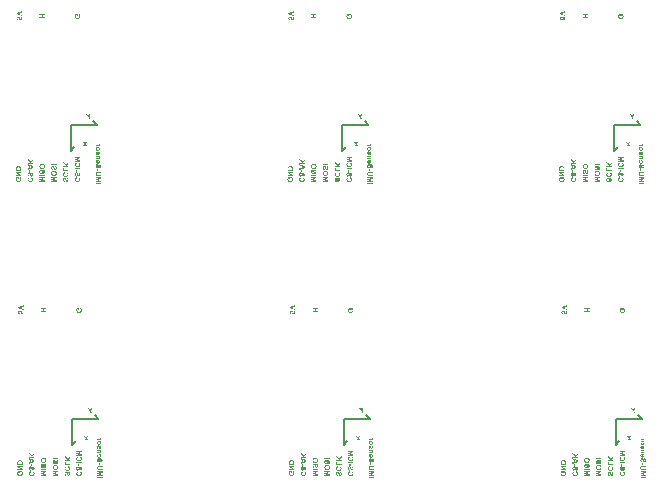
<source format=gbo>
G04*
G04 #@! TF.GenerationSoftware,Altium Limited,Altium Designer,20.0.13 (296)*
G04*
G04 Layer_Color=32896*
%FSLAX25Y25*%
%MOIN*%
G70*
G01*
G75*
%ADD11C,0.00787*%
G36*
X228744Y21617D02*
X229331Y20965D01*
X228907D01*
X228591Y21319D01*
X228405Y20965D01*
X228038D01*
X228362Y21579D01*
X227767Y22245D01*
X228188D01*
X228515Y21880D01*
X228701Y22245D01*
X229068D01*
X228744Y21617D01*
D02*
G37*
G36*
X230101Y30413D02*
X230122Y30370D01*
X230142Y30334D01*
X230165Y30301D01*
X230185Y30273D01*
X230208Y30250D01*
X230231Y30230D01*
X230252Y30215D01*
X230272Y30202D01*
X230290Y30191D01*
X230308Y30184D01*
X230338Y30176D01*
X230349Y30174D01*
X230356Y30171D01*
X230364D01*
X230407Y30174D01*
X230428Y30179D01*
X230446Y30181D01*
X230461Y30186D01*
X230473Y30189D01*
X230481Y30191D01*
X230484D01*
X230512Y29934D01*
X230463Y29921D01*
X230417Y29911D01*
X230374Y29903D01*
X230338Y29898D01*
X230308Y29896D01*
X230287Y29893D01*
X230267D01*
X230226Y29896D01*
X230190Y29901D01*
X230160Y29906D01*
X230132Y29914D01*
X230109Y29921D01*
X230091Y29929D01*
X230081Y29931D01*
X230078Y29934D01*
X230050Y29952D01*
X230025Y29970D01*
X230002Y29987D01*
X229981Y30005D01*
X229966Y30021D01*
X229956Y30033D01*
X229948Y30044D01*
X229946Y30046D01*
X229923Y30077D01*
X229897Y30112D01*
X229872Y30153D01*
X229846Y30194D01*
X229823Y30230D01*
X229805Y30260D01*
X229800Y30273D01*
X229795Y30281D01*
X229790Y30286D01*
Y30288D01*
X229000Y31694D01*
X229364D01*
X229670Y31122D01*
X229711Y31043D01*
X229749Y30967D01*
X229780Y30898D01*
X229808Y30837D01*
X229818Y30809D01*
X229828Y30786D01*
X229836Y30763D01*
X229844Y30745D01*
X229849Y30732D01*
X229854Y30719D01*
X229856Y30714D01*
Y30732D01*
X229859Y30755D01*
X229864Y30806D01*
X229872Y30862D01*
X229877Y30918D01*
X229885Y30972D01*
X229887Y30995D01*
X229890Y31013D01*
X229892Y31030D01*
Y31043D01*
X229895Y31051D01*
Y31053D01*
X229979Y31694D01*
X230323D01*
X230101Y30413D01*
D02*
G37*
G36*
X233398Y21793D02*
X233413Y21755D01*
X233426Y21716D01*
X233434Y21681D01*
X233439Y21653D01*
X233441Y21630D01*
Y21609D01*
X233439Y21579D01*
X233436Y21553D01*
X233429Y21528D01*
X233421Y21507D01*
X233413Y21489D01*
X233408Y21474D01*
X233403Y21466D01*
X233400Y21464D01*
X233383Y21439D01*
X233357Y21416D01*
X233329Y21390D01*
X233301Y21370D01*
X233273Y21349D01*
X233250Y21334D01*
X233235Y21324D01*
X233232Y21321D01*
X233413D01*
Y21008D01*
X232133D01*
Y21347D01*
X232526D01*
X232584D01*
X232638D01*
X232686Y21349D01*
X232730Y21352D01*
X232771D01*
X232804Y21354D01*
X232837Y21357D01*
X232862Y21359D01*
X232885Y21362D01*
X232906Y21364D01*
X232921Y21367D01*
X232934D01*
X232941Y21370D01*
X232949Y21372D01*
X232954D01*
X232990Y21382D01*
X233020Y21395D01*
X233046Y21408D01*
X233064Y21421D01*
X233079Y21431D01*
X233089Y21441D01*
X233094Y21446D01*
X233097Y21449D01*
X233110Y21469D01*
X233120Y21489D01*
X233128Y21510D01*
X233133Y21528D01*
X233135Y21543D01*
X233138Y21558D01*
Y21568D01*
X233135Y21597D01*
X233130Y21625D01*
X233120Y21650D01*
X233110Y21676D01*
X233100Y21696D01*
X233089Y21711D01*
X233084Y21724D01*
X233082Y21727D01*
X233375Y21834D01*
X233398Y21793D01*
D02*
G37*
G36*
X232829Y20755D02*
X232880Y20750D01*
X232926Y20740D01*
X232972Y20730D01*
X233013Y20714D01*
X233054Y20699D01*
X233089Y20681D01*
X233122Y20666D01*
X233151Y20648D01*
X233179Y20630D01*
X233199Y20615D01*
X233219Y20599D01*
X233232Y20589D01*
X233245Y20579D01*
X233250Y20574D01*
X233253Y20571D01*
X233286Y20536D01*
X233314Y20497D01*
X233339Y20459D01*
X233362Y20418D01*
X233380Y20378D01*
X233395Y20339D01*
X233408Y20301D01*
X233418Y20263D01*
X233426Y20230D01*
X233431Y20197D01*
X233436Y20168D01*
X233439Y20143D01*
X233441Y20123D01*
Y20095D01*
X233439Y20026D01*
X233429Y19962D01*
X233416Y19903D01*
X233400Y19852D01*
X233390Y19832D01*
X233383Y19812D01*
X233378Y19794D01*
X233370Y19781D01*
X233365Y19768D01*
X233360Y19761D01*
X233357Y19755D01*
Y19753D01*
X233321Y19699D01*
X233283Y19654D01*
X233242Y19613D01*
X233204Y19579D01*
X233168Y19554D01*
X233140Y19534D01*
X233130Y19526D01*
X233122Y19523D01*
X233117Y19518D01*
X233115D01*
X233056Y19490D01*
X232997Y19472D01*
X232944Y19457D01*
X232895Y19447D01*
X232852Y19442D01*
X232834Y19439D01*
X232819D01*
X232809Y19437D01*
X232799D01*
X232793D01*
X232791D01*
X232712Y19439D01*
X232638Y19449D01*
X232574Y19462D01*
X232546Y19470D01*
X232521Y19478D01*
X232498Y19485D01*
X232477Y19493D01*
X232459Y19500D01*
X232444Y19505D01*
X232431Y19511D01*
X232424Y19516D01*
X232419Y19518D01*
X232416D01*
X232363Y19554D01*
X232317Y19592D01*
X232276Y19633D01*
X232243Y19671D01*
X232217Y19707D01*
X232199Y19735D01*
X232192Y19745D01*
X232187Y19753D01*
X232184Y19758D01*
Y19761D01*
X232159Y19822D01*
X232138Y19880D01*
X232125Y19937D01*
X232115Y19990D01*
X232110Y20033D01*
X232108Y20051D01*
Y20067D01*
X232105Y20079D01*
Y20097D01*
X232108Y20151D01*
X232113Y20199D01*
X232123Y20248D01*
X232136Y20291D01*
X232148Y20334D01*
X232164Y20373D01*
X232182Y20408D01*
X232199Y20441D01*
X232217Y20470D01*
X232235Y20495D01*
X232250Y20518D01*
X232263Y20536D01*
X232276Y20551D01*
X232286Y20561D01*
X232291Y20566D01*
X232294Y20569D01*
X232332Y20602D01*
X232370Y20630D01*
X232408Y20656D01*
X232449Y20679D01*
X232490Y20696D01*
X232531Y20712D01*
X232569Y20724D01*
X232607Y20735D01*
X232641Y20742D01*
X232674Y20747D01*
X232702Y20752D01*
X232727Y20755D01*
X232748Y20758D01*
X232763D01*
X232773D01*
X232776D01*
X232829Y20755D01*
D02*
G37*
G36*
X232590Y19212D02*
X232641Y19199D01*
X232684Y19184D01*
X232720Y19164D01*
X232748Y19143D01*
X232768Y19128D01*
X232778Y19115D01*
X232783Y19110D01*
X232799Y19087D01*
X232817Y19064D01*
X232829Y19036D01*
X232844Y19006D01*
X232870Y18945D01*
X232893Y18881D01*
X232911Y18825D01*
X232916Y18799D01*
X232924Y18776D01*
X232929Y18758D01*
X232931Y18746D01*
X232934Y18735D01*
Y18733D01*
X232946Y18685D01*
X232957Y18641D01*
X232967Y18603D01*
X232977Y18570D01*
X232985Y18539D01*
X232992Y18514D01*
X233000Y18493D01*
X233005Y18473D01*
X233013Y18458D01*
X233018Y18445D01*
X233020Y18435D01*
X233026Y18429D01*
X233028Y18419D01*
X233031Y18417D01*
X233041Y18406D01*
X233051Y18399D01*
X233071Y18389D01*
X233087Y18383D01*
X233089D01*
X233092D01*
X233107Y18386D01*
X233120Y18389D01*
X233143Y18404D01*
X233156Y18417D01*
X233161Y18419D01*
Y18422D01*
X233173Y18447D01*
X233184Y18475D01*
X233189Y18506D01*
X233194Y18539D01*
X233196Y18567D01*
X233199Y18590D01*
Y18613D01*
X233196Y18651D01*
X233194Y18685D01*
X233186Y18712D01*
X233179Y18735D01*
X233171Y18753D01*
X233166Y18766D01*
X233161Y18774D01*
X233158Y18776D01*
X233143Y18797D01*
X233125Y18812D01*
X233107Y18827D01*
X233087Y18837D01*
X233071Y18845D01*
X233059Y18850D01*
X233049Y18855D01*
X233046D01*
X233105Y19174D01*
X233163Y19154D01*
X233214Y19126D01*
X233258Y19098D01*
X233291Y19067D01*
X233319Y19041D01*
X233339Y19018D01*
X233349Y19003D01*
X233354Y19001D01*
Y18998D01*
X233370Y18973D01*
X233383Y18945D01*
X233405Y18883D01*
X233421Y18820D01*
X233431Y18756D01*
X233434Y18725D01*
X233436Y18697D01*
X233439Y18672D01*
X233441Y18651D01*
Y18557D01*
X233436Y18511D01*
X233431Y18468D01*
X233423Y18427D01*
X233416Y18391D01*
X233405Y18358D01*
X233395Y18327D01*
X233385Y18299D01*
X233372Y18276D01*
X233362Y18256D01*
X233352Y18238D01*
X233344Y18225D01*
X233337Y18213D01*
X233332Y18205D01*
X233329Y18203D01*
X233327Y18200D01*
X233306Y18177D01*
X233283Y18157D01*
X233260Y18139D01*
X233235Y18126D01*
X233189Y18101D01*
X233145Y18085D01*
X233107Y18078D01*
X233089Y18075D01*
X233077Y18072D01*
X233064Y18070D01*
X233056D01*
X233051D01*
X233049D01*
X233015Y18072D01*
X232985Y18078D01*
X232954Y18083D01*
X232926Y18093D01*
X232878Y18118D01*
X232837Y18146D01*
X232804Y18172D01*
X232781Y18197D01*
X232771Y18208D01*
X232766Y18213D01*
X232763Y18218D01*
X232760Y18220D01*
X232748Y18243D01*
X232732Y18274D01*
X232717Y18310D01*
X232704Y18348D01*
X232689Y18389D01*
X232676Y18432D01*
X232651Y18521D01*
X232638Y18565D01*
X232628Y18605D01*
X232618Y18641D01*
X232610Y18674D01*
X232605Y18702D01*
X232600Y18723D01*
X232595Y18735D01*
Y18741D01*
X232587Y18771D01*
X232579Y18794D01*
X232572Y18814D01*
X232567Y18830D01*
X232559Y18840D01*
X232556Y18848D01*
X232551Y18853D01*
X232531Y18868D01*
X232510Y18876D01*
X232495Y18878D01*
X232490D01*
X232488D01*
X232467Y18876D01*
X232449Y18871D01*
X232434Y18863D01*
X232421Y18855D01*
X232411Y18848D01*
X232403Y18840D01*
X232398Y18835D01*
X232396Y18832D01*
X232380Y18804D01*
X232370Y18774D01*
X232360Y18741D01*
X232355Y18710D01*
X232352Y18682D01*
X232350Y18656D01*
Y18636D01*
X232352Y18593D01*
X232358Y18557D01*
X232365Y18524D01*
X232375Y18498D01*
X232383Y18478D01*
X232391Y18463D01*
X232396Y18452D01*
X232398Y18450D01*
X232419Y18427D01*
X232444Y18409D01*
X232467Y18394D01*
X232493Y18381D01*
X232516Y18373D01*
X232533Y18368D01*
X232544Y18363D01*
X232549D01*
X232498Y18024D01*
X232434Y18047D01*
X232375Y18075D01*
X232327Y18106D01*
X232286Y18139D01*
X232253Y18169D01*
X232230Y18197D01*
X232220Y18205D01*
X232215Y18213D01*
X232212Y18218D01*
X232210Y18220D01*
X232192Y18251D01*
X232174Y18282D01*
X232148Y18350D01*
X232131Y18419D01*
X232118Y18486D01*
X232113Y18516D01*
X232110Y18544D01*
X232108Y18570D01*
Y18593D01*
X232105Y18610D01*
Y18636D01*
X232108Y18687D01*
X232110Y18735D01*
X232118Y18781D01*
X232125Y18825D01*
X232133Y18863D01*
X232146Y18899D01*
X232156Y18932D01*
X232169Y18960D01*
X232179Y18985D01*
X232192Y19008D01*
X232202Y19026D01*
X232210Y19041D01*
X232220Y19054D01*
X232225Y19062D01*
X232227Y19067D01*
X232230Y19070D01*
X232256Y19095D01*
X232281Y19118D01*
X232307Y19138D01*
X232332Y19156D01*
X232358Y19169D01*
X232383Y19182D01*
X232429Y19199D01*
X232472Y19210D01*
X232490Y19212D01*
X232503Y19215D01*
X232516Y19217D01*
X232526D01*
X232531D01*
X232533D01*
X232590Y19212D01*
D02*
G37*
G36*
X233023Y17797D02*
X233064Y17795D01*
X233094Y17789D01*
X233120Y17787D01*
X233138Y17782D01*
X233151Y17779D01*
X233153D01*
X233184Y17772D01*
X233209Y17761D01*
X233235Y17751D01*
X233255Y17738D01*
X233273Y17728D01*
X233286Y17721D01*
X233293Y17716D01*
X233296Y17713D01*
X233319Y17693D01*
X233339Y17670D01*
X233357Y17647D01*
X233372Y17624D01*
X233385Y17603D01*
X233393Y17585D01*
X233398Y17575D01*
X233400Y17570D01*
X233413Y17534D01*
X233423Y17499D01*
X233431Y17466D01*
X233436Y17435D01*
X233439Y17407D01*
X233441Y17384D01*
Y17366D01*
X233439Y17320D01*
X233431Y17274D01*
X233421Y17233D01*
X233408Y17193D01*
X233390Y17154D01*
X233372Y17121D01*
X233352Y17088D01*
X233334Y17060D01*
X233314Y17035D01*
X233293Y17012D01*
X233276Y16991D01*
X233258Y16976D01*
X233245Y16963D01*
X233235Y16953D01*
X233227Y16948D01*
X233225Y16945D01*
X233413D01*
Y16632D01*
X232133D01*
Y16971D01*
X232709D01*
X232748D01*
X232783D01*
X232817Y16973D01*
X232844Y16976D01*
X232873D01*
X232895Y16978D01*
X232919Y16981D01*
X232936Y16984D01*
X232967Y16989D01*
X232987Y16991D01*
X233000Y16996D01*
X233003D01*
X233031Y17007D01*
X233059Y17022D01*
X233079Y17037D01*
X233100Y17052D01*
X233112Y17068D01*
X233125Y17081D01*
X233130Y17088D01*
X233133Y17091D01*
X233148Y17119D01*
X233161Y17147D01*
X233168Y17172D01*
X233176Y17198D01*
X233179Y17218D01*
X233181Y17233D01*
Y17249D01*
X233179Y17274D01*
X233176Y17297D01*
X233171Y17315D01*
X233163Y17333D01*
X233156Y17348D01*
X233151Y17358D01*
X233148Y17364D01*
X233145Y17366D01*
X233133Y17384D01*
X233117Y17397D01*
X233087Y17420D01*
X233071Y17427D01*
X233061Y17432D01*
X233054Y17437D01*
X233051D01*
X233038Y17443D01*
X233023Y17445D01*
X232985Y17450D01*
X232939Y17455D01*
X232895Y17458D01*
X232852Y17460D01*
X232834D01*
X232817D01*
X232804D01*
X232793D01*
X232786D01*
X232783D01*
X232133D01*
Y17800D01*
X232926D01*
X232980D01*
X233023Y17797D01*
D02*
G37*
G36*
X232809Y16354D02*
X232870Y16346D01*
X232926Y16336D01*
X232980Y16323D01*
X233026Y16310D01*
X233069Y16295D01*
X233107Y16280D01*
X233140Y16264D01*
X233171Y16249D01*
X233194Y16236D01*
X233214Y16224D01*
X233230Y16214D01*
X233242Y16206D01*
X233247Y16201D01*
X233250Y16198D01*
X233283Y16168D01*
X233314Y16132D01*
X233339Y16096D01*
X233360Y16060D01*
X233380Y16022D01*
X233395Y15984D01*
X233408Y15948D01*
X233418Y15913D01*
X233426Y15879D01*
X233431Y15849D01*
X233436Y15821D01*
X233439Y15798D01*
X233441Y15777D01*
Y15749D01*
X233439Y15703D01*
X233434Y15660D01*
X233423Y15617D01*
X233413Y15579D01*
X233400Y15540D01*
X233385Y15507D01*
X233367Y15474D01*
X233352Y15446D01*
X233334Y15420D01*
X233316Y15397D01*
X233301Y15377D01*
X233288Y15362D01*
X233278Y15349D01*
X233268Y15339D01*
X233263Y15334D01*
X233260Y15331D01*
X233225Y15303D01*
X233186Y15278D01*
X233148Y15255D01*
X233107Y15234D01*
X233064Y15219D01*
X233023Y15206D01*
X232944Y15186D01*
X232906Y15178D01*
X232873Y15173D01*
X232842Y15171D01*
X232817Y15168D01*
X232793Y15166D01*
X232776D01*
X232766D01*
X232763D01*
X232715Y15168D01*
X232666Y15171D01*
X232623Y15178D01*
X232582Y15186D01*
X232541Y15193D01*
X232505Y15206D01*
X232472Y15216D01*
X232442Y15229D01*
X232414Y15239D01*
X232391Y15252D01*
X232370Y15262D01*
X232352Y15270D01*
X232340Y15280D01*
X232329Y15285D01*
X232324Y15288D01*
X232322Y15290D01*
X232283Y15324D01*
X232250Y15357D01*
X232222Y15395D01*
X232197Y15436D01*
X232176Y15477D01*
X232159Y15517D01*
X232143Y15558D01*
X232133Y15599D01*
X232123Y15635D01*
X232118Y15670D01*
X232113Y15703D01*
X232108Y15732D01*
Y15755D01*
X232105Y15770D01*
Y15785D01*
X232110Y15859D01*
X232120Y15928D01*
X232136Y15987D01*
X232154Y16037D01*
X232164Y16060D01*
X232171Y16078D01*
X232179Y16096D01*
X232187Y16109D01*
X232194Y16119D01*
X232197Y16129D01*
X232202Y16132D01*
Y16135D01*
X232243Y16183D01*
X232286Y16226D01*
X232334Y16262D01*
X232380Y16290D01*
X232421Y16313D01*
X232439Y16321D01*
X232454Y16328D01*
X232467Y16333D01*
X232477Y16339D01*
X232482Y16341D01*
X232485D01*
X232541Y16004D01*
X232508Y15992D01*
X232477Y15979D01*
X232454Y15966D01*
X232434Y15951D01*
X232419Y15941D01*
X232408Y15930D01*
X232403Y15923D01*
X232401Y15920D01*
X232385Y15900D01*
X232375Y15877D01*
X232368Y15854D01*
X232363Y15834D01*
X232360Y15816D01*
X232358Y15800D01*
Y15788D01*
X232360Y15747D01*
X232370Y15709D01*
X232383Y15673D01*
X232398Y15645D01*
X232414Y15622D01*
X232426Y15607D01*
X232436Y15594D01*
X232439Y15591D01*
X232472Y15566D01*
X232510Y15548D01*
X232551Y15533D01*
X232587Y15522D01*
X232623Y15517D01*
X232648Y15515D01*
X232658Y15512D01*
X232666D01*
X232671D01*
X232674D01*
Y16359D01*
X232745D01*
X232809Y16354D01*
D02*
G37*
G36*
X232707Y14961D02*
X232760Y14954D01*
X232809Y14941D01*
X232850Y14928D01*
X232883Y14916D01*
X232906Y14903D01*
X232921Y14895D01*
X232926Y14893D01*
X232967Y14864D01*
X233003Y14831D01*
X233033Y14798D01*
X233059Y14768D01*
X233079Y14740D01*
X233094Y14717D01*
X233105Y14701D01*
X233107Y14699D01*
Y14696D01*
X233120Y14671D01*
X233133Y14645D01*
X233156Y14584D01*
X233176Y14520D01*
X233196Y14459D01*
X233204Y14431D01*
X233212Y14403D01*
X233219Y14378D01*
X233225Y14357D01*
X233230Y14339D01*
X233232Y14326D01*
X233235Y14316D01*
Y14314D01*
X233247Y14268D01*
X233258Y14227D01*
X233268Y14189D01*
X233278Y14153D01*
X233288Y14125D01*
X233298Y14097D01*
X233309Y14074D01*
X233316Y14054D01*
X233324Y14036D01*
X233332Y14023D01*
X233337Y14010D01*
X233342Y14003D01*
X233349Y13990D01*
X233352Y13987D01*
X233370Y13970D01*
X233388Y13957D01*
X233405Y13949D01*
X233423Y13944D01*
X233436Y13939D01*
X233449Y13936D01*
X233456D01*
X233459D01*
X233485Y13939D01*
X233505Y13944D01*
X233525Y13954D01*
X233541Y13964D01*
X233553Y13975D01*
X233561Y13985D01*
X233566Y13990D01*
X233569Y13992D01*
X233592Y14028D01*
X233607Y14066D01*
X233620Y14107D01*
X233627Y14145D01*
X233632Y14179D01*
X233635Y14207D01*
Y14232D01*
X233632Y14286D01*
X233625Y14332D01*
X233615Y14370D01*
X233604Y14401D01*
X233594Y14426D01*
X233584Y14444D01*
X233576Y14454D01*
X233574Y14457D01*
X233548Y14482D01*
X233518Y14505D01*
X233487Y14523D01*
X233454Y14536D01*
X233426Y14546D01*
X233403Y14551D01*
X233385Y14556D01*
X233383D01*
X233380D01*
X233393Y14913D01*
X233439Y14910D01*
X233479Y14903D01*
X233520Y14893D01*
X233556Y14880D01*
X233592Y14867D01*
X233625Y14852D01*
X233653Y14837D01*
X233681Y14821D01*
X233704Y14803D01*
X233724Y14788D01*
X233742Y14773D01*
X233757Y14760D01*
X233768Y14750D01*
X233775Y14742D01*
X233780Y14737D01*
X233783Y14735D01*
X233808Y14701D01*
X233831Y14666D01*
X233852Y14627D01*
X233870Y14587D01*
X233882Y14546D01*
X233895Y14505D01*
X233913Y14423D01*
X233918Y14385D01*
X233923Y14352D01*
X233926Y14319D01*
X233928Y14291D01*
X233931Y14268D01*
Y14237D01*
X233928Y14163D01*
X233921Y14097D01*
X233910Y14038D01*
X233900Y13987D01*
X233893Y13964D01*
X233888Y13944D01*
X233882Y13929D01*
X233877Y13913D01*
X233872Y13903D01*
X233870Y13896D01*
X233867Y13891D01*
Y13888D01*
X233842Y13837D01*
X233814Y13793D01*
X233783Y13755D01*
X233755Y13725D01*
X233729Y13699D01*
X233709Y13684D01*
X233694Y13671D01*
X233691Y13669D01*
X233689D01*
X233645Y13643D01*
X233599Y13625D01*
X233556Y13612D01*
X233518Y13605D01*
X233485Y13600D01*
X233459Y13595D01*
X233449D01*
X233441D01*
X233439D01*
X233436D01*
X233398Y13597D01*
X233360Y13602D01*
X233327Y13610D01*
X233293Y13620D01*
X233232Y13646D01*
X233179Y13676D01*
X233156Y13689D01*
X233138Y13704D01*
X233120Y13717D01*
X233105Y13730D01*
X233094Y13740D01*
X233087Y13748D01*
X233082Y13753D01*
X233079Y13755D01*
X233061Y13778D01*
X233043Y13806D01*
X233026Y13834D01*
X233010Y13868D01*
X232980Y13931D01*
X232954Y13998D01*
X232944Y14031D01*
X232934Y14059D01*
X232926Y14087D01*
X232919Y14110D01*
X232913Y14128D01*
X232908Y14143D01*
X232906Y14153D01*
Y14156D01*
X232895Y14196D01*
X232885Y14232D01*
X232878Y14265D01*
X232870Y14296D01*
X232862Y14321D01*
X232857Y14344D01*
X232850Y14365D01*
X232844Y14383D01*
X232842Y14398D01*
X232837Y14411D01*
X232832Y14428D01*
X232827Y14439D01*
Y14441D01*
X232814Y14474D01*
X232801Y14500D01*
X232788Y14523D01*
X232776Y14541D01*
X232766Y14554D01*
X232758Y14561D01*
X232753Y14566D01*
X232750Y14569D01*
X232732Y14581D01*
X232715Y14592D01*
X232697Y14597D01*
X232681Y14602D01*
X232666Y14604D01*
X232653Y14607D01*
X232646D01*
X232643D01*
X232607Y14604D01*
X232577Y14594D01*
X232546Y14579D01*
X232521Y14564D01*
X232500Y14546D01*
X232485Y14533D01*
X232475Y14523D01*
X232472Y14518D01*
X232449Y14482D01*
X232431Y14441D01*
X232419Y14398D01*
X232411Y14357D01*
X232406Y14319D01*
X232401Y14288D01*
Y14260D01*
X232403Y14202D01*
X232414Y14151D01*
X232426Y14107D01*
X232442Y14069D01*
X232457Y14038D01*
X232470Y14018D01*
X232480Y14005D01*
X232482Y14000D01*
X232518Y13967D01*
X232556Y13941D01*
X232600Y13918D01*
X232643Y13903D01*
X232681Y13891D01*
X232712Y13880D01*
X232722Y13878D01*
X232732D01*
X232737Y13875D01*
X232740D01*
X232707Y13528D01*
X232653Y13536D01*
X232602Y13546D01*
X232554Y13562D01*
X232510Y13574D01*
X232470Y13592D01*
X232431Y13610D01*
X232398Y13628D01*
X232368Y13646D01*
X232342Y13664D01*
X232319Y13681D01*
X232299Y13697D01*
X232281Y13712D01*
X232268Y13722D01*
X232261Y13732D01*
X232256Y13737D01*
X232253Y13740D01*
X232225Y13776D01*
X232202Y13814D01*
X232182Y13855D01*
X232164Y13898D01*
X232151Y13939D01*
X232138Y13982D01*
X232120Y14066D01*
X232113Y14105D01*
X232108Y14140D01*
X232105Y14171D01*
X232102Y14199D01*
X232100Y14222D01*
Y14255D01*
X232102Y14337D01*
X232110Y14411D01*
X232120Y14477D01*
X232125Y14505D01*
X232133Y14533D01*
X232138Y14556D01*
X232143Y14576D01*
X232148Y14594D01*
X232154Y14609D01*
X232159Y14622D01*
X232161Y14630D01*
X232164Y14635D01*
Y14638D01*
X232192Y14694D01*
X232222Y14740D01*
X232253Y14783D01*
X232286Y14816D01*
X232314Y14842D01*
X232340Y14862D01*
X232355Y14872D01*
X232358Y14877D01*
X232360D01*
X232411Y14905D01*
X232459Y14928D01*
X232508Y14944D01*
X232554Y14954D01*
X232590Y14959D01*
X232607Y14961D01*
X232620Y14964D01*
X232630D01*
X232638D01*
X232643D01*
X232646D01*
X232707Y14961D01*
D02*
G37*
G36*
X232944Y12758D02*
X232605D01*
Y13424D01*
X232944D01*
Y12758D01*
D02*
G37*
G36*
X233898Y12067D02*
X232919D01*
X232880D01*
X232844D01*
X232811Y12065D01*
X232781D01*
X232755Y12062D01*
X232730D01*
X232707Y12060D01*
X232686D01*
X232656Y12054D01*
X232633Y12052D01*
X232620Y12049D01*
X232615D01*
X232582Y12042D01*
X232554Y12029D01*
X232528Y12014D01*
X232505Y11998D01*
X232488Y11983D01*
X232475Y11970D01*
X232467Y11960D01*
X232465Y11958D01*
X232444Y11927D01*
X232429Y11889D01*
X232419Y11853D01*
X232411Y11815D01*
X232406Y11782D01*
X232403Y11756D01*
Y11731D01*
X232406Y11677D01*
X232414Y11631D01*
X232424Y11590D01*
X232436Y11555D01*
X232447Y11529D01*
X232457Y11509D01*
X232465Y11499D01*
X232467Y11493D01*
X232493Y11465D01*
X232523Y11442D01*
X232551Y11422D01*
X232579Y11409D01*
X232605Y11399D01*
X232625Y11391D01*
X232638Y11386D01*
X232643D01*
X232658Y11384D01*
X232674Y11381D01*
X232694D01*
X232717Y11379D01*
X232766Y11376D01*
X232817D01*
X232862Y11374D01*
X232883D01*
X232903D01*
X232919D01*
X232929D01*
X232936D01*
X232939D01*
X233898D01*
Y11017D01*
X232954D01*
X232901D01*
X232850Y11019D01*
X232801D01*
X232758Y11022D01*
X232717Y11024D01*
X232681Y11027D01*
X232648Y11029D01*
X232618Y11034D01*
X232592Y11037D01*
X232569Y11039D01*
X232549Y11042D01*
X232533Y11045D01*
X232521Y11047D01*
X232513D01*
X232508Y11050D01*
X232505D01*
X232467Y11062D01*
X232431Y11075D01*
X232398Y11093D01*
X232370Y11108D01*
X232345Y11124D01*
X232324Y11136D01*
X232314Y11147D01*
X232309Y11149D01*
X232276Y11180D01*
X232245Y11213D01*
X232220Y11249D01*
X232197Y11282D01*
X232179Y11310D01*
X232166Y11335D01*
X232159Y11351D01*
X232156Y11353D01*
Y11356D01*
X232146Y11381D01*
X232138Y11409D01*
X232123Y11473D01*
X232113Y11537D01*
X232108Y11598D01*
X232105Y11626D01*
X232102Y11654D01*
Y11677D01*
X232100Y11700D01*
Y11741D01*
X232102Y11815D01*
X232108Y11881D01*
X232118Y11940D01*
X232128Y11988D01*
X232131Y12009D01*
X232136Y12029D01*
X232141Y12044D01*
X232146Y12057D01*
X232148Y12067D01*
X232151Y12075D01*
X232154Y12077D01*
Y12080D01*
X232174Y12126D01*
X232199Y12167D01*
X232222Y12202D01*
X232245Y12233D01*
X232266Y12256D01*
X232281Y12274D01*
X232291Y12284D01*
X232296Y12286D01*
X232332Y12314D01*
X232370Y12337D01*
X232406Y12355D01*
X232442Y12371D01*
X232472Y12381D01*
X232498Y12388D01*
X232505Y12391D01*
X232513D01*
X232516Y12394D01*
X232518D01*
X232546Y12399D01*
X232577Y12404D01*
X232610Y12409D01*
X232643Y12411D01*
X232720Y12416D01*
X232793Y12422D01*
X232827D01*
X232860D01*
X232890Y12424D01*
X232916D01*
X232936D01*
X232954D01*
X232964D01*
X232967D01*
X233898D01*
Y12067D01*
D02*
G37*
G36*
Y10124D02*
X232692Y9810D01*
X233898Y9494D01*
Y8961D01*
X232133D01*
Y9290D01*
X233520D01*
X232133Y9637D01*
Y9981D01*
X233520Y10328D01*
X232133Y10331D01*
Y10660D01*
X233898D01*
Y10124D01*
D02*
G37*
G36*
Y8268D02*
X232133D01*
Y8625D01*
X233898D01*
Y8268D01*
D02*
G37*
G36*
X215150Y64833D02*
X214457D01*
Y64136D01*
X215150D01*
Y63779D01*
X213386D01*
Y64136D01*
X214159D01*
Y64833D01*
X213386D01*
Y65190D01*
X215150D01*
Y64833D01*
D02*
G37*
G36*
X207572Y65519D02*
X206267Y65088D01*
X207572Y64639D01*
Y64254D01*
X205808Y64887D01*
Y65272D01*
X207572Y65899D01*
Y65519D01*
D02*
G37*
G36*
X206448Y64178D02*
X206494Y64173D01*
X206537Y64165D01*
X206578Y64155D01*
X206613Y64145D01*
X206649Y64129D01*
X206682Y64117D01*
X206710Y64101D01*
X206736Y64086D01*
X206759Y64073D01*
X206779Y64058D01*
X206795Y64048D01*
X206807Y64038D01*
X206818Y64030D01*
X206823Y64025D01*
X206825Y64022D01*
X206853Y63992D01*
X206879Y63961D01*
X206902Y63928D01*
X206922Y63895D01*
X206937Y63864D01*
X206950Y63831D01*
X206971Y63772D01*
X206978Y63744D01*
X206983Y63719D01*
X206986Y63696D01*
X206988Y63678D01*
X206991Y63663D01*
Y63640D01*
X206988Y63596D01*
X206981Y63553D01*
X206973Y63515D01*
X206963Y63479D01*
X206950Y63451D01*
X206942Y63428D01*
X206935Y63413D01*
X206932Y63410D01*
Y63408D01*
X207233Y63461D01*
Y64101D01*
X207549D01*
Y63206D01*
X206629Y63033D01*
X206591Y63306D01*
X206613Y63329D01*
X206634Y63352D01*
X206652Y63375D01*
X206667Y63398D01*
X206690Y63441D01*
X206705Y63482D01*
X206713Y63517D01*
X206718Y63543D01*
X206721Y63553D01*
Y63568D01*
X206718Y63609D01*
X206708Y63648D01*
X206695Y63681D01*
X206680Y63709D01*
X206662Y63729D01*
X206649Y63747D01*
X206639Y63757D01*
X206636Y63760D01*
X206603Y63785D01*
X206565Y63803D01*
X206524Y63816D01*
X206483Y63823D01*
X206448Y63831D01*
X206420Y63834D01*
X206407D01*
X206399D01*
X206394D01*
X206392D01*
X206330Y63831D01*
X206277Y63823D01*
X206234Y63811D01*
X206198Y63798D01*
X206167Y63783D01*
X206147Y63772D01*
X206137Y63762D01*
X206132Y63760D01*
X206103Y63732D01*
X206081Y63701D01*
X206065Y63670D01*
X206055Y63642D01*
X206050Y63617D01*
X206047Y63596D01*
X206045Y63584D01*
Y63579D01*
X206047Y63546D01*
X206055Y63512D01*
X206065Y63484D01*
X206078Y63461D01*
X206091Y63441D01*
X206101Y63426D01*
X206109Y63415D01*
X206111Y63413D01*
X206139Y63390D01*
X206167Y63370D01*
X206198Y63354D01*
X206226Y63344D01*
X206251Y63336D01*
X206274Y63331D01*
X206287Y63329D01*
X206292D01*
X206257Y62992D01*
X206216Y63000D01*
X206177Y63007D01*
X206109Y63033D01*
X206047Y63061D01*
X206022Y63076D01*
X205996Y63094D01*
X205976Y63109D01*
X205958Y63122D01*
X205943Y63138D01*
X205927Y63148D01*
X205917Y63158D01*
X205910Y63165D01*
X205907Y63171D01*
X205905Y63173D01*
X205882Y63204D01*
X205861Y63234D01*
X205843Y63267D01*
X205831Y63301D01*
X205805Y63370D01*
X205790Y63431D01*
X205785Y63461D01*
X205782Y63487D01*
X205780Y63512D01*
X205777Y63533D01*
X205774Y63551D01*
Y63573D01*
X205777Y63630D01*
X205785Y63683D01*
X205795Y63732D01*
X205810Y63778D01*
X205828Y63821D01*
X205849Y63859D01*
X205869Y63895D01*
X205892Y63928D01*
X205912Y63956D01*
X205933Y63981D01*
X205953Y64004D01*
X205971Y64022D01*
X205986Y64035D01*
X205996Y64045D01*
X206004Y64050D01*
X206007Y64053D01*
X206040Y64076D01*
X206073Y64096D01*
X206106Y64112D01*
X206142Y64127D01*
X206208Y64150D01*
X206269Y64165D01*
X206295Y64170D01*
X206320Y64173D01*
X206343Y64178D01*
X206364D01*
X206379Y64180D01*
X206389D01*
X206397D01*
X206399D01*
X206448Y64178D01*
D02*
G37*
G36*
X226143Y64268D02*
X225845D01*
Y64676D01*
X225618D01*
X225595Y64645D01*
X225574Y64612D01*
X225556Y64579D01*
X225541Y64549D01*
X225528Y64523D01*
X225518Y64500D01*
X225513Y64487D01*
X225511Y64485D01*
Y64482D01*
X225495Y64442D01*
X225485Y64401D01*
X225477Y64363D01*
X225472Y64329D01*
X225470Y64299D01*
X225467Y64278D01*
Y64258D01*
X225470Y64217D01*
X225475Y64176D01*
X225482Y64141D01*
X225493Y64105D01*
X225518Y64041D01*
X225531Y64016D01*
X225546Y63990D01*
X225561Y63967D01*
X225574Y63947D01*
X225589Y63932D01*
X225600Y63916D01*
X225610Y63906D01*
X225618Y63898D01*
X225623Y63893D01*
X225625Y63891D01*
X225656Y63868D01*
X225692Y63845D01*
X225727Y63827D01*
X225765Y63812D01*
X225845Y63786D01*
X225921Y63771D01*
X225957Y63766D01*
X225992Y63761D01*
X226021Y63758D01*
X226048Y63756D01*
X226069Y63753D01*
X226087D01*
X226097D01*
X226099D01*
X226153Y63756D01*
X226202Y63758D01*
X226250Y63766D01*
X226293Y63773D01*
X226332Y63784D01*
X226367Y63796D01*
X226400Y63809D01*
X226431Y63822D01*
X226456Y63832D01*
X226480Y63845D01*
X226497Y63858D01*
X226513Y63868D01*
X226525Y63875D01*
X226533Y63883D01*
X226538Y63886D01*
X226541Y63888D01*
X226566Y63916D01*
X226592Y63944D01*
X226609Y63975D01*
X226627Y64006D01*
X226643Y64036D01*
X226655Y64067D01*
X226673Y64125D01*
X226678Y64153D01*
X226683Y64179D01*
X226686Y64202D01*
X226689Y64222D01*
X226691Y64237D01*
Y64261D01*
X226689Y64317D01*
X226678Y64365D01*
X226668Y64408D01*
X226653Y64447D01*
X226640Y64475D01*
X226627Y64498D01*
X226617Y64510D01*
X226615Y64516D01*
X226584Y64551D01*
X226551Y64582D01*
X226518Y64607D01*
X226485Y64625D01*
X226454Y64640D01*
X226431Y64651D01*
X226416Y64656D01*
X226413Y64658D01*
X226411D01*
X226477Y65013D01*
X226520Y65003D01*
X226564Y64987D01*
X226602Y64972D01*
X226638Y64951D01*
X226673Y64934D01*
X226704Y64913D01*
X226732Y64893D01*
X226757Y64872D01*
X226780Y64852D01*
X226801Y64834D01*
X226819Y64819D01*
X226831Y64804D01*
X226842Y64791D01*
X226852Y64781D01*
X226854Y64776D01*
X226857Y64773D01*
X226882Y64737D01*
X226903Y64699D01*
X226921Y64658D01*
X226936Y64615D01*
X226961Y64531D01*
X226977Y64449D01*
X226984Y64411D01*
X226987Y64375D01*
X226990Y64342D01*
X226992Y64314D01*
X226995Y64291D01*
Y64261D01*
X226992Y64169D01*
X226982Y64087D01*
X226974Y64051D01*
X226967Y64016D01*
X226959Y63982D01*
X226951Y63955D01*
X226941Y63929D01*
X226933Y63903D01*
X226926Y63886D01*
X226921Y63868D01*
X226913Y63855D01*
X226910Y63845D01*
X226905Y63840D01*
Y63837D01*
X226859Y63758D01*
X226831Y63725D01*
X226806Y63692D01*
X226778Y63661D01*
X226750Y63633D01*
X226722Y63608D01*
X226696Y63585D01*
X226671Y63567D01*
X226648Y63549D01*
X226627Y63534D01*
X226609Y63521D01*
X226594Y63513D01*
X226584Y63506D01*
X226576Y63503D01*
X226574Y63501D01*
X226533Y63480D01*
X226492Y63462D01*
X226408Y63434D01*
X226324Y63414D01*
X226250Y63401D01*
X226214Y63396D01*
X226184Y63391D01*
X226156Y63388D01*
X226130D01*
X226112Y63386D01*
X226097D01*
X226087D01*
X226084D01*
X225990Y63391D01*
X225903Y63401D01*
X225824Y63419D01*
X225786Y63427D01*
X225753Y63437D01*
X225722Y63447D01*
X225694Y63455D01*
X225671Y63465D01*
X225651Y63472D01*
X225635Y63478D01*
X225623Y63483D01*
X225615Y63488D01*
X225612D01*
X225536Y63531D01*
X225470Y63580D01*
X225411Y63631D01*
X225365Y63682D01*
X225345Y63705D01*
X225327Y63727D01*
X225312Y63745D01*
X225301Y63763D01*
X225291Y63776D01*
X225284Y63789D01*
X225281Y63794D01*
X225278Y63796D01*
X225258Y63837D01*
X225240Y63875D01*
X225212Y63960D01*
X225192Y64041D01*
X225179Y64115D01*
X225174Y64151D01*
X225169Y64181D01*
X225166Y64210D01*
Y64235D01*
X225164Y64253D01*
Y64281D01*
X225166Y64363D01*
X225176Y64439D01*
X225189Y64513D01*
X225204Y64577D01*
X225212Y64605D01*
X225220Y64630D01*
X225227Y64653D01*
X225233Y64674D01*
X225238Y64689D01*
X225243Y64699D01*
X225245Y64707D01*
Y64709D01*
X225276Y64786D01*
X225309Y64850D01*
X225342Y64906D01*
X225370Y64954D01*
X225396Y64990D01*
X225406Y65003D01*
X225416Y65015D01*
X225424Y65023D01*
X225429Y65031D01*
X225434Y65036D01*
X226143D01*
Y64268D01*
D02*
G37*
G36*
X206466Y14290D02*
X206544Y14283D01*
X206583Y14280D01*
X206616Y14275D01*
X206649Y14270D01*
X206677Y14265D01*
X206703Y14257D01*
X206726Y14252D01*
X206746Y14247D01*
X206761Y14244D01*
X206774Y14239D01*
X206784Y14237D01*
X206789Y14234D01*
X206792D01*
X206853Y14211D01*
X206909Y14183D01*
X206958Y14155D01*
X206998Y14127D01*
X207032Y14104D01*
X207057Y14084D01*
X207072Y14071D01*
X207078Y14068D01*
Y14066D01*
X207118Y14022D01*
X207152Y13979D01*
X207179Y13933D01*
X207202Y13892D01*
X207220Y13857D01*
X207233Y13826D01*
X207236Y13816D01*
X207238Y13808D01*
X207241Y13803D01*
Y13801D01*
X207254Y13752D01*
X207261Y13699D01*
X207269Y13643D01*
X207271Y13589D01*
X207274Y13541D01*
X207276Y13520D01*
Y12816D01*
X205512D01*
Y13484D01*
X205514Y13553D01*
X205517Y13617D01*
X205522Y13671D01*
X205530Y13714D01*
X205537Y13750D01*
X205542Y13778D01*
X205545Y13785D01*
Y13793D01*
X205547Y13795D01*
Y13798D01*
X205568Y13854D01*
X205591Y13905D01*
X205614Y13946D01*
X205637Y13982D01*
X205657Y14010D01*
X205672Y14030D01*
X205683Y14043D01*
X205688Y14048D01*
X205736Y14091D01*
X205787Y14130D01*
X205841Y14163D01*
X205889Y14188D01*
X205935Y14209D01*
X205953Y14219D01*
X205968Y14224D01*
X205984Y14229D01*
X205994Y14234D01*
X205999Y14237D01*
X206001D01*
X206063Y14254D01*
X206126Y14270D01*
X206188Y14280D01*
X206246Y14285D01*
X206274Y14288D01*
X206300Y14290D01*
X206320D01*
X206341Y14293D01*
X206356D01*
X206366D01*
X206374D01*
X206376D01*
X206466Y14290D01*
D02*
G37*
G36*
X207276Y12110D02*
X206088D01*
X207276Y11381D01*
Y11036D01*
X205512D01*
Y11365D01*
X206675D01*
X205512Y12082D01*
Y12439D01*
X207276D01*
Y12110D01*
D02*
G37*
G36*
X206458Y9937D02*
X206159D01*
Y10345D01*
X205932D01*
X205910Y10315D01*
X205889Y10282D01*
X205871Y10249D01*
X205856Y10218D01*
X205843Y10192D01*
X205833Y10169D01*
X205828Y10157D01*
X205825Y10154D01*
Y10152D01*
X205810Y10111D01*
X205800Y10070D01*
X205792Y10032D01*
X205787Y9999D01*
X205785Y9968D01*
X205782Y9948D01*
Y9927D01*
X205785Y9886D01*
X205790Y9846D01*
X205797Y9810D01*
X205808Y9774D01*
X205833Y9710D01*
X205846Y9685D01*
X205861Y9659D01*
X205876Y9636D01*
X205889Y9616D01*
X205905Y9601D01*
X205915Y9585D01*
X205925Y9575D01*
X205932Y9568D01*
X205938Y9562D01*
X205940Y9560D01*
X205971Y9537D01*
X206007Y9514D01*
X206042Y9496D01*
X206081Y9481D01*
X206159Y9455D01*
X206236Y9440D01*
X206272Y9435D01*
X206307Y9430D01*
X206335Y9427D01*
X206364Y9425D01*
X206384Y9422D01*
X206402D01*
X206412D01*
X206415D01*
X206468Y9425D01*
X206517Y9427D01*
X206565Y9435D01*
X206608Y9443D01*
X206646Y9453D01*
X206682Y9466D01*
X206715Y9478D01*
X206746Y9491D01*
X206771Y9501D01*
X206795Y9514D01*
X206812Y9527D01*
X206828Y9537D01*
X206840Y9545D01*
X206848Y9552D01*
X206853Y9555D01*
X206856Y9557D01*
X206881Y9585D01*
X206907Y9613D01*
X206925Y9644D01*
X206942Y9675D01*
X206958Y9705D01*
X206970Y9736D01*
X206988Y9795D01*
X206993Y9823D01*
X206998Y9848D01*
X207001Y9871D01*
X207003Y9892D01*
X207006Y9907D01*
Y9930D01*
X207003Y9986D01*
X206993Y10034D01*
X206983Y10078D01*
X206968Y10116D01*
X206955Y10144D01*
X206942Y10167D01*
X206932Y10180D01*
X206930Y10185D01*
X206899Y10220D01*
X206866Y10251D01*
X206833Y10277D01*
X206800Y10294D01*
X206769Y10310D01*
X206746Y10320D01*
X206731Y10325D01*
X206728Y10328D01*
X206726D01*
X206792Y10682D01*
X206835Y10672D01*
X206879Y10656D01*
X206917Y10641D01*
X206953Y10621D01*
X206988Y10603D01*
X207019Y10582D01*
X207047Y10562D01*
X207072Y10542D01*
X207095Y10521D01*
X207116Y10503D01*
X207134Y10488D01*
X207146Y10473D01*
X207157Y10460D01*
X207167Y10450D01*
X207169Y10445D01*
X207172Y10442D01*
X207197Y10407D01*
X207218Y10368D01*
X207236Y10328D01*
X207251Y10284D01*
X207276Y10200D01*
X207292Y10118D01*
X207299Y10080D01*
X207302Y10045D01*
X207304Y10011D01*
X207307Y9983D01*
X207310Y9960D01*
Y9930D01*
X207307Y9838D01*
X207297Y9756D01*
X207289Y9721D01*
X207281Y9685D01*
X207274Y9652D01*
X207266Y9624D01*
X207256Y9598D01*
X207248Y9573D01*
X207241Y9555D01*
X207236Y9537D01*
X207228Y9524D01*
X207225Y9514D01*
X207220Y9509D01*
Y9506D01*
X207174Y9427D01*
X207146Y9394D01*
X207121Y9361D01*
X207093Y9330D01*
X207065Y9302D01*
X207037Y9277D01*
X207011Y9254D01*
X206986Y9236D01*
X206963Y9218D01*
X206942Y9203D01*
X206925Y9190D01*
X206909Y9183D01*
X206899Y9175D01*
X206891Y9172D01*
X206889Y9170D01*
X206848Y9149D01*
X206807Y9132D01*
X206723Y9104D01*
X206639Y9083D01*
X206565Y9070D01*
X206529Y9065D01*
X206499Y9060D01*
X206471Y9058D01*
X206445D01*
X206427Y9055D01*
X206412D01*
X206402D01*
X206399D01*
X206305Y9060D01*
X206218Y9070D01*
X206139Y9088D01*
X206101Y9096D01*
X206068Y9106D01*
X206037Y9116D01*
X206009Y9124D01*
X205986Y9134D01*
X205966Y9142D01*
X205950Y9147D01*
X205938Y9152D01*
X205930Y9157D01*
X205927D01*
X205851Y9200D01*
X205785Y9249D01*
X205726Y9300D01*
X205680Y9351D01*
X205660Y9374D01*
X205642Y9397D01*
X205627Y9415D01*
X205616Y9432D01*
X205606Y9445D01*
X205598Y9458D01*
X205596Y9463D01*
X205593Y9466D01*
X205573Y9506D01*
X205555Y9545D01*
X205527Y9629D01*
X205507Y9710D01*
X205494Y9784D01*
X205489Y9820D01*
X205484Y9851D01*
X205481Y9879D01*
Y9904D01*
X205479Y9922D01*
Y9950D01*
X205481Y10032D01*
X205491Y10108D01*
X205504Y10182D01*
X205520Y10246D01*
X205527Y10274D01*
X205535Y10300D01*
X205542Y10322D01*
X205547Y10343D01*
X205553Y10358D01*
X205558Y10368D01*
X205560Y10376D01*
Y10379D01*
X205591Y10455D01*
X205624Y10519D01*
X205657Y10575D01*
X205685Y10623D01*
X205711Y10659D01*
X205721Y10672D01*
X205731Y10684D01*
X205739Y10692D01*
X205744Y10700D01*
X205749Y10705D01*
X206458D01*
Y9937D01*
D02*
G37*
G36*
X210525Y16037D02*
X211213Y16705D01*
Y16226D01*
X210428Y15502D01*
X211213D01*
Y15145D01*
X209449D01*
Y15502D01*
X209982D01*
X210278Y15790D01*
X209449Y16277D01*
Y16738D01*
X210525Y16037D01*
D02*
G37*
G36*
X211213Y14244D02*
Y13867D01*
X209449Y13183D01*
Y13561D01*
X209849Y13706D01*
Y14415D01*
X209449Y14568D01*
Y14953D01*
X211213Y14244D01*
D02*
G37*
G36*
X210260Y12500D02*
X209921D01*
Y13166D01*
X210260D01*
Y12500D01*
D02*
G37*
G36*
X210022Y12237D02*
X210076Y12230D01*
X210124Y12217D01*
X210165Y12204D01*
X210198Y12192D01*
X210221Y12179D01*
X210237Y12171D01*
X210242Y12169D01*
X210283Y12141D01*
X210318Y12107D01*
X210349Y12074D01*
X210374Y12044D01*
X210395Y12016D01*
X210410Y11993D01*
X210420Y11977D01*
X210423Y11975D01*
Y11972D01*
X210436Y11947D01*
X210448Y11921D01*
X210471Y11860D01*
X210492Y11796D01*
X210512Y11735D01*
X210520Y11707D01*
X210527Y11679D01*
X210535Y11654D01*
X210540Y11633D01*
X210545Y11615D01*
X210548Y11603D01*
X210550Y11592D01*
Y11590D01*
X210563Y11544D01*
X210573Y11503D01*
X210583Y11465D01*
X210594Y11429D01*
X210604Y11401D01*
X210614Y11373D01*
X210624Y11350D01*
X210632Y11330D01*
X210640Y11312D01*
X210647Y11299D01*
X210652Y11286D01*
X210658Y11279D01*
X210665Y11266D01*
X210668Y11263D01*
X210685Y11246D01*
X210703Y11233D01*
X210721Y11225D01*
X210739Y11220D01*
X210752Y11215D01*
X210765Y11212D01*
X210772D01*
X210775D01*
X210800Y11215D01*
X210821Y11220D01*
X210841Y11230D01*
X210856Y11240D01*
X210869Y11251D01*
X210877Y11261D01*
X210882Y11266D01*
X210884Y11269D01*
X210907Y11304D01*
X210923Y11342D01*
X210935Y11383D01*
X210943Y11422D01*
X210948Y11455D01*
X210951Y11483D01*
Y11508D01*
X210948Y11562D01*
X210941Y11608D01*
X210930Y11646D01*
X210920Y11676D01*
X210910Y11702D01*
X210900Y11720D01*
X210892Y11730D01*
X210890Y11733D01*
X210864Y11758D01*
X210833Y11781D01*
X210803Y11799D01*
X210770Y11812D01*
X210742Y11822D01*
X210719Y11827D01*
X210701Y11832D01*
X210698D01*
X210696D01*
X210708Y12189D01*
X210754Y12186D01*
X210795Y12179D01*
X210836Y12169D01*
X210872Y12156D01*
X210907Y12143D01*
X210941Y12128D01*
X210969Y12113D01*
X210997Y12097D01*
X211020Y12079D01*
X211040Y12064D01*
X211058Y12049D01*
X211073Y12036D01*
X211083Y12026D01*
X211091Y12018D01*
X211096Y12013D01*
X211099Y12011D01*
X211124Y11977D01*
X211147Y11942D01*
X211168Y11903D01*
X211185Y11863D01*
X211198Y11822D01*
X211211Y11781D01*
X211229Y11699D01*
X211234Y11661D01*
X211239Y11628D01*
X211241Y11595D01*
X211244Y11567D01*
X211246Y11544D01*
Y11513D01*
X211244Y11439D01*
X211236Y11373D01*
X211226Y11314D01*
X211216Y11263D01*
X211208Y11240D01*
X211203Y11220D01*
X211198Y11205D01*
X211193Y11189D01*
X211188Y11179D01*
X211185Y11172D01*
X211183Y11167D01*
Y11164D01*
X211157Y11113D01*
X211129Y11070D01*
X211099Y11031D01*
X211071Y11001D01*
X211045Y10975D01*
X211025Y10960D01*
X211009Y10947D01*
X211007Y10945D01*
X211004D01*
X210961Y10919D01*
X210915Y10901D01*
X210872Y10888D01*
X210833Y10881D01*
X210800Y10876D01*
X210775Y10871D01*
X210765D01*
X210757D01*
X210754D01*
X210752D01*
X210714Y10873D01*
X210675Y10878D01*
X210642Y10886D01*
X210609Y10896D01*
X210548Y10922D01*
X210494Y10952D01*
X210471Y10965D01*
X210454Y10980D01*
X210436Y10993D01*
X210420Y11006D01*
X210410Y11016D01*
X210402Y11024D01*
X210397Y11029D01*
X210395Y11031D01*
X210377Y11054D01*
X210359Y11082D01*
X210341Y11110D01*
X210326Y11144D01*
X210295Y11207D01*
X210270Y11274D01*
X210260Y11307D01*
X210249Y11335D01*
X210242Y11363D01*
X210234Y11386D01*
X210229Y11404D01*
X210224Y11419D01*
X210221Y11429D01*
Y11432D01*
X210211Y11473D01*
X210201Y11508D01*
X210193Y11541D01*
X210186Y11572D01*
X210178Y11597D01*
X210173Y11620D01*
X210165Y11641D01*
X210160Y11659D01*
X210158Y11674D01*
X210153Y11687D01*
X210148Y11705D01*
X210142Y11715D01*
Y11717D01*
X210130Y11750D01*
X210117Y11776D01*
X210104Y11799D01*
X210091Y11817D01*
X210081Y11829D01*
X210073Y11837D01*
X210068Y11842D01*
X210066Y11845D01*
X210048Y11858D01*
X210030Y11868D01*
X210012Y11873D01*
X209997Y11878D01*
X209982Y11880D01*
X209969Y11883D01*
X209961D01*
X209959D01*
X209923Y11880D01*
X209893Y11870D01*
X209862Y11855D01*
X209836Y11840D01*
X209816Y11822D01*
X209801Y11809D01*
X209790Y11799D01*
X209788Y11794D01*
X209765Y11758D01*
X209747Y11717D01*
X209734Y11674D01*
X209727Y11633D01*
X209722Y11595D01*
X209717Y11564D01*
Y11536D01*
X209719Y11478D01*
X209729Y11427D01*
X209742Y11383D01*
X209757Y11345D01*
X209773Y11314D01*
X209785Y11294D01*
X209796Y11281D01*
X209798Y11276D01*
X209834Y11243D01*
X209872Y11218D01*
X209915Y11195D01*
X209959Y11179D01*
X209997Y11167D01*
X210028Y11156D01*
X210038Y11154D01*
X210048D01*
X210053Y11151D01*
X210056D01*
X210022Y10804D01*
X209969Y10812D01*
X209918Y10822D01*
X209870Y10838D01*
X209826Y10850D01*
X209785Y10868D01*
X209747Y10886D01*
X209714Y10904D01*
X209683Y10922D01*
X209658Y10939D01*
X209635Y10957D01*
X209614Y10973D01*
X209597Y10988D01*
X209584Y10998D01*
X209576Y11008D01*
X209571Y11013D01*
X209569Y11016D01*
X209541Y11052D01*
X209518Y11090D01*
X209497Y11131D01*
X209479Y11174D01*
X209467Y11215D01*
X209454Y11258D01*
X209436Y11342D01*
X209428Y11381D01*
X209423Y11416D01*
X209421Y11447D01*
X209418Y11475D01*
X209416Y11498D01*
Y11531D01*
X209418Y11613D01*
X209426Y11687D01*
X209436Y11753D01*
X209441Y11781D01*
X209449Y11809D01*
X209454Y11832D01*
X209459Y11852D01*
X209464Y11870D01*
X209469Y11886D01*
X209474Y11898D01*
X209477Y11906D01*
X209479Y11911D01*
Y11914D01*
X209507Y11970D01*
X209538Y12016D01*
X209569Y12059D01*
X209602Y12092D01*
X209630Y12118D01*
X209655Y12138D01*
X209671Y12148D01*
X209673Y12153D01*
X209676D01*
X209727Y12181D01*
X209775Y12204D01*
X209824Y12220D01*
X209870Y12230D01*
X209905Y12235D01*
X209923Y12237D01*
X209936Y12240D01*
X209946D01*
X209954D01*
X209959D01*
X209961D01*
X210022Y12237D01*
D02*
G37*
G36*
X210097Y10243D02*
X210028Y10223D01*
X209969Y10200D01*
X209921Y10177D01*
X209880Y10152D01*
X209849Y10131D01*
X209829Y10113D01*
X209816Y10101D01*
X209811Y10096D01*
X209780Y10055D01*
X209760Y10014D01*
X209745Y9973D01*
X209732Y9937D01*
X209727Y9904D01*
X209724Y9876D01*
X209722Y9866D01*
Y9853D01*
X209724Y9817D01*
X209727Y9784D01*
X209745Y9723D01*
X209765Y9670D01*
X209793Y9626D01*
X209819Y9591D01*
X209839Y9565D01*
X209849Y9555D01*
X209857Y9547D01*
X209859Y9545D01*
X209862Y9542D01*
X209890Y9522D01*
X209923Y9504D01*
X209959Y9486D01*
X209997Y9473D01*
X210076Y9453D01*
X210155Y9438D01*
X210193Y9432D01*
X210226Y9430D01*
X210260Y9425D01*
X210288D01*
X210308Y9422D01*
X210326D01*
X210339D01*
X210341D01*
X210400Y9425D01*
X210454Y9427D01*
X210502Y9432D01*
X210548Y9440D01*
X210589Y9450D01*
X210627Y9461D01*
X210660Y9471D01*
X210691Y9483D01*
X210716Y9494D01*
X210739Y9504D01*
X210757Y9514D01*
X210772Y9524D01*
X210785Y9532D01*
X210793Y9537D01*
X210798Y9542D01*
X210800D01*
X210826Y9565D01*
X210849Y9591D01*
X210867Y9616D01*
X210882Y9644D01*
X210907Y9698D01*
X210925Y9749D01*
X210935Y9792D01*
X210938Y9812D01*
X210941Y9828D01*
X210943Y9843D01*
Y9861D01*
X210941Y9912D01*
X210930Y9958D01*
X210918Y9999D01*
X210902Y10034D01*
X210887Y10062D01*
X210874Y10083D01*
X210864Y10096D01*
X210861Y10101D01*
X210831Y10134D01*
X210795Y10164D01*
X210759Y10187D01*
X210724Y10205D01*
X210693Y10218D01*
X210670Y10226D01*
X210660Y10231D01*
X210652D01*
X210650Y10233D01*
X210647D01*
X210731Y10585D01*
X210805Y10560D01*
X210869Y10532D01*
X210925Y10501D01*
X210971Y10473D01*
X211007Y10445D01*
X211022Y10435D01*
X211035Y10424D01*
X211042Y10417D01*
X211050Y10409D01*
X211055Y10407D01*
Y10404D01*
X211088Y10366D01*
X211119Y10323D01*
X211144Y10282D01*
X211165Y10238D01*
X211185Y10192D01*
X211201Y10149D01*
X211213Y10106D01*
X211224Y10065D01*
X211231Y10027D01*
X211236Y9991D01*
X211241Y9960D01*
X211244Y9932D01*
X211246Y9909D01*
Y9879D01*
X211244Y9812D01*
X211236Y9746D01*
X211224Y9687D01*
X211208Y9629D01*
X211190Y9578D01*
X211170Y9527D01*
X211147Y9483D01*
X211124Y9443D01*
X211101Y9404D01*
X211078Y9374D01*
X211058Y9346D01*
X211040Y9323D01*
X211025Y9305D01*
X211012Y9292D01*
X211004Y9285D01*
X211002Y9282D01*
X210953Y9241D01*
X210902Y9208D01*
X210849Y9178D01*
X210793Y9152D01*
X210734Y9129D01*
X210678Y9111D01*
X210622Y9096D01*
X210568Y9083D01*
X210515Y9073D01*
X210469Y9068D01*
X210425Y9063D01*
X210390Y9058D01*
X210359D01*
X210336Y9055D01*
X210321D01*
X210318D01*
X210316D01*
X210239Y9058D01*
X210168Y9065D01*
X210099Y9076D01*
X210038Y9091D01*
X209979Y9106D01*
X209923Y9127D01*
X209875Y9147D01*
X209831Y9167D01*
X209790Y9188D01*
X209755Y9208D01*
X209727Y9228D01*
X209701Y9244D01*
X209683Y9259D01*
X209668Y9269D01*
X209660Y9277D01*
X209658Y9279D01*
X209614Y9323D01*
X209579Y9369D01*
X209546Y9417D01*
X209520Y9466D01*
X209497Y9514D01*
X209477Y9563D01*
X209461Y9608D01*
X209449Y9652D01*
X209439Y9695D01*
X209431Y9733D01*
X209426Y9769D01*
X209423Y9797D01*
X209421Y9823D01*
X209418Y9841D01*
Y9856D01*
X209421Y9909D01*
X209423Y9958D01*
X209431Y10006D01*
X209441Y10050D01*
X209451Y10090D01*
X209461Y10129D01*
X209474Y10164D01*
X209490Y10198D01*
X209502Y10226D01*
X209515Y10251D01*
X209525Y10274D01*
X209536Y10292D01*
X209546Y10307D01*
X209553Y10317D01*
X209556Y10323D01*
X209558Y10325D01*
X209587Y10358D01*
X209617Y10389D01*
X209686Y10445D01*
X209757Y10491D01*
X209826Y10526D01*
X209859Y10542D01*
X209890Y10554D01*
X209918Y10565D01*
X209941Y10575D01*
X209961Y10583D01*
X209977Y10588D01*
X209987Y10590D01*
X209989D01*
X210097Y10243D01*
D02*
G37*
G36*
X214345Y15081D02*
X214419Y15073D01*
X214487Y15063D01*
X214554Y15048D01*
X214612Y15030D01*
X214668Y15009D01*
X214719Y14989D01*
X214763Y14966D01*
X214804Y14943D01*
X214839Y14923D01*
X214870Y14902D01*
X214895Y14884D01*
X214913Y14872D01*
X214929Y14859D01*
X214936Y14851D01*
X214939Y14849D01*
X214982Y14803D01*
X215020Y14754D01*
X215054Y14703D01*
X215082Y14652D01*
X215105Y14599D01*
X215125Y14548D01*
X215140Y14497D01*
X215153Y14448D01*
X215163Y14402D01*
X215171Y14359D01*
X215176Y14321D01*
X215181Y14288D01*
Y14262D01*
X215183Y14242D01*
Y14224D01*
X215181Y14148D01*
X215173Y14074D01*
X215161Y14010D01*
X215148Y13954D01*
X215140Y13931D01*
X215135Y13908D01*
X215130Y13890D01*
X215122Y13875D01*
X215120Y13862D01*
X215115Y13852D01*
X215112Y13847D01*
Y13844D01*
X215092Y13798D01*
X215066Y13755D01*
X215038Y13716D01*
X215013Y13683D01*
X214990Y13655D01*
X214969Y13632D01*
X214957Y13620D01*
X214954Y13617D01*
X214951Y13614D01*
X214911Y13579D01*
X214867Y13546D01*
X214829Y13518D01*
X214791Y13495D01*
X214758Y13477D01*
X214732Y13462D01*
X214722Y13459D01*
X214714Y13454D01*
X214712Y13451D01*
X214709D01*
X214638Y13426D01*
X214561Y13405D01*
X214485Y13393D01*
X214413Y13383D01*
X214380Y13380D01*
X214350Y13377D01*
X214324Y13375D01*
X214301D01*
X214281Y13372D01*
X214268D01*
X214258D01*
X214255D01*
X214179Y13375D01*
X214105Y13383D01*
X214036Y13393D01*
X213972Y13408D01*
X213914Y13426D01*
X213860Y13446D01*
X213809Y13467D01*
X213766Y13489D01*
X213725Y13510D01*
X213692Y13530D01*
X213661Y13551D01*
X213636Y13569D01*
X213618Y13584D01*
X213602Y13594D01*
X213595Y13602D01*
X213592Y13604D01*
X213549Y13650D01*
X213513Y13699D01*
X213480Y13747D01*
X213455Y13801D01*
X213432Y13852D01*
X213411Y13905D01*
X213396Y13954D01*
X213383Y14005D01*
X213373Y14051D01*
X213365Y14094D01*
X213360Y14132D01*
X213358Y14165D01*
X213355Y14191D01*
X213353Y14211D01*
Y14229D01*
X213355Y14300D01*
X213363Y14367D01*
X213376Y14431D01*
X213391Y14489D01*
X213409Y14545D01*
X213429Y14596D01*
X213450Y14642D01*
X213473Y14685D01*
X213495Y14721D01*
X213516Y14754D01*
X213536Y14782D01*
X213554Y14805D01*
X213569Y14826D01*
X213582Y14839D01*
X213590Y14846D01*
X213592Y14849D01*
X213641Y14889D01*
X213692Y14925D01*
X213745Y14958D01*
X213799Y14984D01*
X213855Y15007D01*
X213911Y15027D01*
X213967Y15043D01*
X214021Y15055D01*
X214069Y15063D01*
X214118Y15071D01*
X214158Y15076D01*
X214194Y15081D01*
X214225D01*
X214248Y15083D01*
X214260D01*
X214265D01*
X214345Y15081D01*
D02*
G37*
G36*
X213960Y13140D02*
X214013Y13133D01*
X214061Y13120D01*
X214102Y13107D01*
X214136Y13094D01*
X214158Y13081D01*
X214174Y13074D01*
X214179Y13071D01*
X214220Y13043D01*
X214255Y13010D01*
X214286Y12977D01*
X214311Y12946D01*
X214332Y12918D01*
X214347Y12895D01*
X214357Y12880D01*
X214360Y12878D01*
Y12875D01*
X214373Y12849D01*
X214385Y12824D01*
X214408Y12763D01*
X214429Y12699D01*
X214449Y12638D01*
X214457Y12610D01*
X214464Y12582D01*
X214472Y12556D01*
X214477Y12536D01*
X214482Y12518D01*
X214485Y12505D01*
X214487Y12495D01*
Y12493D01*
X214500Y12447D01*
X214510Y12406D01*
X214521Y12368D01*
X214531Y12332D01*
X214541Y12304D01*
X214551Y12276D01*
X214561Y12253D01*
X214569Y12232D01*
X214577Y12214D01*
X214584Y12202D01*
X214589Y12189D01*
X214595Y12181D01*
X214602Y12169D01*
X214605Y12166D01*
X214622Y12148D01*
X214640Y12135D01*
X214658Y12128D01*
X214676Y12123D01*
X214689Y12118D01*
X214702Y12115D01*
X214709D01*
X214712D01*
X214737Y12118D01*
X214758Y12123D01*
X214778Y12133D01*
X214793Y12143D01*
X214806Y12153D01*
X214814Y12163D01*
X214819Y12169D01*
X214821Y12171D01*
X214844Y12207D01*
X214860Y12245D01*
X214872Y12286D01*
X214880Y12324D01*
X214885Y12357D01*
X214888Y12385D01*
Y12411D01*
X214885Y12464D01*
X214878Y12510D01*
X214867Y12549D01*
X214857Y12579D01*
X214847Y12605D01*
X214837Y12622D01*
X214829Y12633D01*
X214826Y12635D01*
X214801Y12661D01*
X214770Y12684D01*
X214740Y12702D01*
X214707Y12714D01*
X214679Y12725D01*
X214656Y12730D01*
X214638Y12735D01*
X214635D01*
X214633D01*
X214646Y13092D01*
X214691Y13089D01*
X214732Y13081D01*
X214773Y13071D01*
X214809Y13059D01*
X214844Y13046D01*
X214878Y13031D01*
X214906Y13015D01*
X214934Y13000D01*
X214957Y12982D01*
X214977Y12967D01*
X214995Y12952D01*
X215010Y12939D01*
X215020Y12929D01*
X215028Y12921D01*
X215033Y12916D01*
X215036Y12913D01*
X215061Y12880D01*
X215084Y12844D01*
X215105Y12806D01*
X215122Y12765D01*
X215135Y12725D01*
X215148Y12684D01*
X215166Y12602D01*
X215171Y12564D01*
X215176Y12531D01*
X215178Y12498D01*
X215181Y12470D01*
X215183Y12447D01*
Y12416D01*
X215181Y12342D01*
X215173Y12276D01*
X215163Y12217D01*
X215153Y12166D01*
X215145Y12143D01*
X215140Y12123D01*
X215135Y12107D01*
X215130Y12092D01*
X215125Y12082D01*
X215122Y12074D01*
X215120Y12069D01*
Y12067D01*
X215094Y12016D01*
X215066Y11972D01*
X215036Y11934D01*
X215008Y11903D01*
X214982Y11878D01*
X214962Y11863D01*
X214946Y11850D01*
X214944Y11847D01*
X214941D01*
X214898Y11822D01*
X214852Y11804D01*
X214809Y11791D01*
X214770Y11784D01*
X214737Y11778D01*
X214712Y11773D01*
X214702D01*
X214694D01*
X214691D01*
X214689D01*
X214651Y11776D01*
X214612Y11781D01*
X214579Y11789D01*
X214546Y11799D01*
X214485Y11824D01*
X214431Y11855D01*
X214408Y11868D01*
X214390Y11883D01*
X214373Y11896D01*
X214357Y11908D01*
X214347Y11919D01*
X214339Y11926D01*
X214334Y11931D01*
X214332Y11934D01*
X214314Y11957D01*
X214296Y11985D01*
X214278Y12013D01*
X214263Y12046D01*
X214232Y12110D01*
X214207Y12176D01*
X214197Y12209D01*
X214187Y12237D01*
X214179Y12266D01*
X214171Y12289D01*
X214166Y12306D01*
X214161Y12322D01*
X214158Y12332D01*
Y12334D01*
X214148Y12375D01*
X214138Y12411D01*
X214130Y12444D01*
X214123Y12475D01*
X214115Y12500D01*
X214110Y12523D01*
X214102Y12543D01*
X214097Y12561D01*
X214095Y12577D01*
X214090Y12589D01*
X214085Y12607D01*
X214079Y12617D01*
Y12620D01*
X214067Y12653D01*
X214054Y12679D01*
X214041Y12702D01*
X214028Y12720D01*
X214018Y12732D01*
X214011Y12740D01*
X214005Y12745D01*
X214003Y12747D01*
X213985Y12760D01*
X213967Y12770D01*
X213949Y12776D01*
X213934Y12781D01*
X213919Y12783D01*
X213906Y12786D01*
X213898D01*
X213896D01*
X213860Y12783D01*
X213829Y12773D01*
X213799Y12758D01*
X213773Y12742D01*
X213753Y12725D01*
X213738Y12712D01*
X213727Y12702D01*
X213725Y12697D01*
X213702Y12661D01*
X213684Y12620D01*
X213671Y12577D01*
X213664Y12536D01*
X213659Y12498D01*
X213653Y12467D01*
Y12439D01*
X213656Y12380D01*
X213666Y12329D01*
X213679Y12286D01*
X213694Y12248D01*
X213710Y12217D01*
X213722Y12197D01*
X213733Y12184D01*
X213735Y12179D01*
X213771Y12146D01*
X213809Y12120D01*
X213852Y12097D01*
X213896Y12082D01*
X213934Y12069D01*
X213965Y12059D01*
X213975Y12056D01*
X213985D01*
X213990Y12054D01*
X213993D01*
X213960Y11707D01*
X213906Y11715D01*
X213855Y11725D01*
X213807Y11740D01*
X213763Y11753D01*
X213722Y11771D01*
X213684Y11789D01*
X213651Y11807D01*
X213620Y11824D01*
X213595Y11842D01*
X213572Y11860D01*
X213551Y11875D01*
X213534Y11891D01*
X213521Y11901D01*
X213513Y11911D01*
X213508Y11916D01*
X213506Y11919D01*
X213478Y11954D01*
X213455Y11993D01*
X213434Y12033D01*
X213416Y12077D01*
X213404Y12118D01*
X213391Y12161D01*
X213373Y12245D01*
X213365Y12283D01*
X213360Y12319D01*
X213358Y12350D01*
X213355Y12378D01*
X213353Y12401D01*
Y12434D01*
X213355Y12515D01*
X213363Y12589D01*
X213373Y12656D01*
X213378Y12684D01*
X213386Y12712D01*
X213391Y12735D01*
X213396Y12755D01*
X213401Y12773D01*
X213406Y12788D01*
X213411Y12801D01*
X213414Y12809D01*
X213416Y12814D01*
Y12816D01*
X213444Y12873D01*
X213475Y12918D01*
X213506Y12962D01*
X213539Y12995D01*
X213567Y13020D01*
X213592Y13041D01*
X213608Y13051D01*
X213610Y13056D01*
X213613D01*
X213664Y13084D01*
X213712Y13107D01*
X213761Y13122D01*
X213807Y13133D01*
X213842Y13138D01*
X213860Y13140D01*
X213873Y13143D01*
X213883D01*
X213891D01*
X213896D01*
X213898D01*
X213960Y13140D01*
D02*
G37*
G36*
X215150Y11103D02*
X213386D01*
Y11460D01*
X215150D01*
Y11103D01*
D02*
G37*
G36*
Y10218D02*
X213944Y9904D01*
X215150Y9588D01*
Y9055D01*
X213386D01*
Y9384D01*
X214773D01*
X213386Y9731D01*
Y10075D01*
X214773Y10422D01*
X213386Y10424D01*
Y10753D01*
X215150D01*
Y10218D01*
D02*
G37*
G36*
X219087Y14665D02*
X217323D01*
Y15022D01*
X219087D01*
Y14665D01*
D02*
G37*
G36*
X217897Y14372D02*
X217950Y14364D01*
X217999Y14351D01*
X218039Y14339D01*
X218073Y14326D01*
X218095Y14313D01*
X218111Y14306D01*
X218116Y14303D01*
X218157Y14275D01*
X218192Y14242D01*
X218223Y14209D01*
X218248Y14178D01*
X218269Y14150D01*
X218284Y14127D01*
X218294Y14112D01*
X218297Y14109D01*
Y14107D01*
X218310Y14081D01*
X218322Y14056D01*
X218345Y13994D01*
X218366Y13931D01*
X218386Y13870D01*
X218394Y13841D01*
X218401Y13813D01*
X218409Y13788D01*
X218414Y13768D01*
X218419Y13750D01*
X218422Y13737D01*
X218424Y13727D01*
Y13724D01*
X218437Y13678D01*
X218447Y13637D01*
X218458Y13599D01*
X218468Y13564D01*
X218478Y13535D01*
X218488Y13507D01*
X218498Y13484D01*
X218506Y13464D01*
X218514Y13446D01*
X218521Y13433D01*
X218526Y13421D01*
X218531Y13413D01*
X218539Y13400D01*
X218542Y13398D01*
X218560Y13380D01*
X218577Y13367D01*
X218595Y13360D01*
X218613Y13354D01*
X218626Y13349D01*
X218639Y13347D01*
X218646D01*
X218649D01*
X218674Y13349D01*
X218695Y13354D01*
X218715Y13365D01*
X218730Y13375D01*
X218743Y13385D01*
X218751Y13395D01*
X218756Y13400D01*
X218758Y13403D01*
X218781Y13439D01*
X218797Y13477D01*
X218809Y13518D01*
X218817Y13556D01*
X218822Y13589D01*
X218825Y13617D01*
Y13643D01*
X218822Y13696D01*
X218814Y13742D01*
X218804Y13780D01*
X218794Y13811D01*
X218784Y13836D01*
X218774Y13854D01*
X218766Y13864D01*
X218763Y13867D01*
X218738Y13892D01*
X218707Y13915D01*
X218677Y13933D01*
X218644Y13946D01*
X218616Y13956D01*
X218593Y13961D01*
X218575Y13966D01*
X218572D01*
X218570D01*
X218583Y14323D01*
X218628Y14321D01*
X218669Y14313D01*
X218710Y14303D01*
X218746Y14290D01*
X218781Y14277D01*
X218814Y14262D01*
X218843Y14247D01*
X218871Y14232D01*
X218894Y14214D01*
X218914Y14198D01*
X218932Y14183D01*
X218947Y14170D01*
X218957Y14160D01*
X218965Y14153D01*
X218970Y14147D01*
X218973Y14145D01*
X218998Y14112D01*
X219021Y14076D01*
X219041Y14038D01*
X219059Y13997D01*
X219072Y13956D01*
X219085Y13915D01*
X219103Y13834D01*
X219108Y13795D01*
X219113Y13762D01*
X219115Y13729D01*
X219118Y13701D01*
X219121Y13678D01*
Y13648D01*
X219118Y13574D01*
X219110Y13507D01*
X219100Y13449D01*
X219090Y13398D01*
X219082Y13375D01*
X219077Y13354D01*
X219072Y13339D01*
X219067Y13324D01*
X219062Y13314D01*
X219059Y13306D01*
X219057Y13301D01*
Y13298D01*
X219031Y13247D01*
X219003Y13204D01*
X218973Y13166D01*
X218945Y13135D01*
X218919Y13110D01*
X218899Y13094D01*
X218883Y13081D01*
X218881Y13079D01*
X218878D01*
X218835Y13054D01*
X218789Y13036D01*
X218746Y13023D01*
X218707Y13015D01*
X218674Y13010D01*
X218649Y13005D01*
X218639D01*
X218631D01*
X218628D01*
X218626D01*
X218588Y13008D01*
X218549Y13013D01*
X218516Y13020D01*
X218483Y13031D01*
X218422Y13056D01*
X218368Y13087D01*
X218345Y13099D01*
X218327Y13115D01*
X218310Y13127D01*
X218294Y13140D01*
X218284Y13150D01*
X218277Y13158D01*
X218271Y13163D01*
X218269Y13166D01*
X218251Y13189D01*
X218233Y13217D01*
X218215Y13245D01*
X218200Y13278D01*
X218169Y13342D01*
X218144Y13408D01*
X218134Y13441D01*
X218124Y13469D01*
X218116Y13497D01*
X218108Y13520D01*
X218103Y13538D01*
X218098Y13553D01*
X218095Y13564D01*
Y13566D01*
X218085Y13607D01*
X218075Y13643D01*
X218067Y13676D01*
X218060Y13706D01*
X218052Y13732D01*
X218047Y13755D01*
X218039Y13775D01*
X218034Y13793D01*
X218032Y13808D01*
X218027Y13821D01*
X218021Y13839D01*
X218016Y13849D01*
Y13852D01*
X218004Y13885D01*
X217991Y13910D01*
X217978Y13933D01*
X217965Y13951D01*
X217955Y13964D01*
X217948Y13972D01*
X217942Y13977D01*
X217940Y13979D01*
X217922Y13992D01*
X217904Y14002D01*
X217886Y14007D01*
X217871Y14012D01*
X217856Y14015D01*
X217843Y14017D01*
X217835D01*
X217833D01*
X217797Y14015D01*
X217766Y14005D01*
X217736Y13989D01*
X217710Y13974D01*
X217690Y13956D01*
X217675Y13943D01*
X217665Y13933D01*
X217662Y13928D01*
X217639Y13892D01*
X217621Y13852D01*
X217608Y13808D01*
X217601Y13768D01*
X217596Y13729D01*
X217590Y13699D01*
Y13671D01*
X217593Y13612D01*
X217603Y13561D01*
X217616Y13518D01*
X217631Y13479D01*
X217647Y13449D01*
X217659Y13428D01*
X217670Y13416D01*
X217672Y13410D01*
X217708Y13377D01*
X217746Y13352D01*
X217789Y13329D01*
X217833Y13314D01*
X217871Y13301D01*
X217902Y13291D01*
X217912Y13288D01*
X217922D01*
X217927Y13285D01*
X217930D01*
X217897Y12939D01*
X217843Y12946D01*
X217792Y12957D01*
X217743Y12972D01*
X217700Y12985D01*
X217659Y13002D01*
X217621Y13020D01*
X217588Y13038D01*
X217557Y13056D01*
X217532Y13074D01*
X217509Y13092D01*
X217489Y13107D01*
X217471Y13122D01*
X217458Y13133D01*
X217450Y13143D01*
X217445Y13148D01*
X217443Y13150D01*
X217415Y13186D01*
X217392Y13224D01*
X217371Y13265D01*
X217353Y13308D01*
X217341Y13349D01*
X217328Y13393D01*
X217310Y13477D01*
X217302Y13515D01*
X217297Y13551D01*
X217295Y13581D01*
X217292Y13609D01*
X217290Y13632D01*
Y13666D01*
X217292Y13747D01*
X217300Y13821D01*
X217310Y13887D01*
X217315Y13915D01*
X217323Y13943D01*
X217328Y13966D01*
X217333Y13987D01*
X217338Y14005D01*
X217343Y14020D01*
X217348Y14033D01*
X217351Y14040D01*
X217353Y14045D01*
Y14048D01*
X217381Y14104D01*
X217412Y14150D01*
X217443Y14193D01*
X217476Y14227D01*
X217504Y14252D01*
X217529Y14272D01*
X217545Y14283D01*
X217547Y14288D01*
X217550D01*
X217601Y14316D01*
X217649Y14339D01*
X217698Y14354D01*
X217743Y14364D01*
X217779Y14369D01*
X217797Y14372D01*
X217810Y14374D01*
X217820D01*
X217828D01*
X217833D01*
X217835D01*
X217897Y14372D01*
D02*
G37*
G36*
X218282Y12750D02*
X218355Y12742D01*
X218424Y12732D01*
X218491Y12717D01*
X218549Y12699D01*
X218605Y12679D01*
X218656Y12658D01*
X218700Y12635D01*
X218741Y12612D01*
X218776Y12592D01*
X218807Y12572D01*
X218832Y12554D01*
X218850Y12541D01*
X218865Y12528D01*
X218873Y12520D01*
X218876Y12518D01*
X218919Y12472D01*
X218957Y12424D01*
X218990Y12373D01*
X219019Y12322D01*
X219041Y12268D01*
X219062Y12217D01*
X219077Y12166D01*
X219090Y12118D01*
X219100Y12072D01*
X219108Y12028D01*
X219113Y11990D01*
X219118Y11957D01*
Y11931D01*
X219121Y11911D01*
Y11893D01*
X219118Y11817D01*
X219110Y11743D01*
X219098Y11679D01*
X219085Y11623D01*
X219077Y11600D01*
X219072Y11577D01*
X219067Y11559D01*
X219059Y11544D01*
X219057Y11531D01*
X219052Y11521D01*
X219049Y11516D01*
Y11513D01*
X219029Y11467D01*
X219003Y11424D01*
X218975Y11386D01*
X218950Y11353D01*
X218927Y11325D01*
X218906Y11302D01*
X218894Y11289D01*
X218891Y11286D01*
X218888Y11284D01*
X218848Y11248D01*
X218804Y11215D01*
X218766Y11187D01*
X218728Y11164D01*
X218695Y11146D01*
X218669Y11131D01*
X218659Y11128D01*
X218651Y11123D01*
X218649Y11121D01*
X218646D01*
X218575Y11095D01*
X218498Y11075D01*
X218422Y11062D01*
X218350Y11052D01*
X218317Y11049D01*
X218287Y11047D01*
X218261Y11044D01*
X218238D01*
X218218Y11041D01*
X218205D01*
X218195D01*
X218192D01*
X218116Y11044D01*
X218042Y11052D01*
X217973Y11062D01*
X217909Y11077D01*
X217851Y11095D01*
X217797Y11116D01*
X217746Y11136D01*
X217703Y11159D01*
X217662Y11179D01*
X217629Y11200D01*
X217598Y11220D01*
X217573Y11238D01*
X217555Y11253D01*
X217540Y11263D01*
X217532Y11271D01*
X217529Y11274D01*
X217486Y11320D01*
X217450Y11368D01*
X217417Y11416D01*
X217392Y11470D01*
X217369Y11521D01*
X217348Y11575D01*
X217333Y11623D01*
X217320Y11674D01*
X217310Y11720D01*
X217302Y11763D01*
X217297Y11801D01*
X217295Y11835D01*
X217292Y11860D01*
X217290Y11880D01*
Y11898D01*
X217292Y11970D01*
X217300Y12036D01*
X217313Y12100D01*
X217328Y12158D01*
X217346Y12214D01*
X217366Y12265D01*
X217387Y12311D01*
X217409Y12355D01*
X217432Y12391D01*
X217453Y12424D01*
X217473Y12452D01*
X217491Y12475D01*
X217506Y12495D01*
X217519Y12508D01*
X217527Y12515D01*
X217529Y12518D01*
X217578Y12559D01*
X217629Y12595D01*
X217682Y12628D01*
X217736Y12653D01*
X217792Y12676D01*
X217848Y12697D01*
X217904Y12712D01*
X217958Y12724D01*
X218006Y12732D01*
X218055Y12740D01*
X218095Y12745D01*
X218131Y12750D01*
X218162D01*
X218185Y12753D01*
X218197D01*
X218202D01*
X218282Y12750D01*
D02*
G37*
G36*
X219087Y10218D02*
X217881Y9904D01*
X219087Y9588D01*
Y9055D01*
X217323D01*
Y9384D01*
X218710D01*
X217323Y9731D01*
Y10075D01*
X218710Y10422D01*
X217323Y10424D01*
Y10753D01*
X219087D01*
Y10218D01*
D02*
G37*
G36*
X222336Y14974D02*
X223024Y15642D01*
Y15162D01*
X222239Y14438D01*
X223024D01*
Y14081D01*
X221260D01*
Y14438D01*
X221793D01*
X222089Y14726D01*
X221260Y15213D01*
Y15675D01*
X222336Y14974D01*
D02*
G37*
G36*
X221558Y12939D02*
X223012D01*
Y12582D01*
X221260D01*
Y13826D01*
X221558D01*
Y12939D01*
D02*
G37*
G36*
X221907Y11919D02*
X221839Y11898D01*
X221780Y11875D01*
X221731Y11852D01*
X221691Y11827D01*
X221660Y11807D01*
X221640Y11789D01*
X221627Y11776D01*
X221622Y11771D01*
X221591Y11730D01*
X221571Y11689D01*
X221556Y11648D01*
X221543Y11613D01*
X221538Y11580D01*
X221535Y11552D01*
X221533Y11541D01*
Y11529D01*
X221535Y11493D01*
X221538Y11460D01*
X221556Y11399D01*
X221576Y11345D01*
X221604Y11302D01*
X221630Y11266D01*
X221650Y11240D01*
X221660Y11230D01*
X221668Y11223D01*
X221670Y11220D01*
X221673Y11218D01*
X221701Y11197D01*
X221734Y11179D01*
X221770Y11161D01*
X221808Y11149D01*
X221887Y11128D01*
X221966Y11113D01*
X222004Y11108D01*
X222038Y11105D01*
X222071Y11100D01*
X222099D01*
X222119Y11098D01*
X222137D01*
X222150D01*
X222152D01*
X222211Y11100D01*
X222265Y11103D01*
X222313Y11108D01*
X222359Y11116D01*
X222400Y11126D01*
X222438Y11136D01*
X222471Y11146D01*
X222502Y11159D01*
X222527Y11169D01*
X222550Y11179D01*
X222568Y11189D01*
X222583Y11200D01*
X222596Y11207D01*
X222604Y11212D01*
X222609Y11218D01*
X222611D01*
X222637Y11240D01*
X222660Y11266D01*
X222678Y11292D01*
X222693Y11320D01*
X222718Y11373D01*
X222736Y11424D01*
X222746Y11467D01*
X222749Y11488D01*
X222751Y11503D01*
X222754Y11518D01*
Y11536D01*
X222751Y11587D01*
X222741Y11633D01*
X222729Y11674D01*
X222713Y11710D01*
X222698Y11738D01*
X222685Y11758D01*
X222675Y11771D01*
X222673Y11776D01*
X222642Y11809D01*
X222606Y11840D01*
X222570Y11863D01*
X222535Y11880D01*
X222504Y11893D01*
X222481Y11901D01*
X222471Y11906D01*
X222463D01*
X222461Y11908D01*
X222458D01*
X222542Y12261D01*
X222616Y12235D01*
X222680Y12207D01*
X222736Y12176D01*
X222782Y12148D01*
X222818Y12120D01*
X222833Y12110D01*
X222846Y12100D01*
X222853Y12092D01*
X222861Y12084D01*
X222866Y12082D01*
Y12079D01*
X222899Y12041D01*
X222930Y11998D01*
X222955Y11957D01*
X222976Y11914D01*
X222996Y11868D01*
X223012Y11824D01*
X223024Y11781D01*
X223035Y11740D01*
X223042Y11702D01*
X223047Y11666D01*
X223052Y11636D01*
X223055Y11608D01*
X223058Y11585D01*
Y11554D01*
X223055Y11488D01*
X223047Y11422D01*
X223035Y11363D01*
X223019Y11304D01*
X223001Y11253D01*
X222981Y11202D01*
X222958Y11159D01*
X222935Y11118D01*
X222912Y11080D01*
X222889Y11049D01*
X222869Y11021D01*
X222851Y10998D01*
X222836Y10980D01*
X222823Y10968D01*
X222815Y10960D01*
X222813Y10957D01*
X222764Y10917D01*
X222713Y10883D01*
X222660Y10853D01*
X222604Y10827D01*
X222545Y10804D01*
X222489Y10786D01*
X222433Y10771D01*
X222379Y10758D01*
X222326Y10748D01*
X222280Y10743D01*
X222236Y10738D01*
X222201Y10733D01*
X222170D01*
X222147Y10730D01*
X222132D01*
X222129D01*
X222127D01*
X222050Y10733D01*
X221979Y10741D01*
X221910Y10751D01*
X221849Y10766D01*
X221790Y10781D01*
X221734Y10802D01*
X221686Y10822D01*
X221642Y10843D01*
X221602Y10863D01*
X221566Y10883D01*
X221538Y10904D01*
X221512Y10919D01*
X221494Y10934D01*
X221479Y10945D01*
X221471Y10952D01*
X221469Y10955D01*
X221426Y10998D01*
X221390Y11044D01*
X221357Y11092D01*
X221331Y11141D01*
X221308Y11189D01*
X221288Y11238D01*
X221272Y11284D01*
X221260Y11327D01*
X221250Y11371D01*
X221242Y11409D01*
X221237Y11445D01*
X221234Y11473D01*
X221232Y11498D01*
X221229Y11516D01*
Y11531D01*
X221232Y11585D01*
X221234Y11633D01*
X221242Y11682D01*
X221252Y11725D01*
X221262Y11766D01*
X221272Y11804D01*
X221285Y11840D01*
X221301Y11873D01*
X221313Y11901D01*
X221326Y11926D01*
X221336Y11949D01*
X221346Y11967D01*
X221357Y11982D01*
X221364Y11993D01*
X221367Y11998D01*
X221369Y12000D01*
X221397Y12033D01*
X221428Y12064D01*
X221497Y12120D01*
X221568Y12166D01*
X221637Y12202D01*
X221670Y12217D01*
X221701Y12230D01*
X221729Y12240D01*
X221752Y12250D01*
X221772Y12258D01*
X221788Y12263D01*
X221798Y12266D01*
X221800D01*
X221907Y11919D01*
D02*
G37*
G36*
X221833Y10488D02*
X221887Y10481D01*
X221936Y10468D01*
X221976Y10455D01*
X222009Y10442D01*
X222032Y10430D01*
X222048Y10422D01*
X222053Y10419D01*
X222094Y10391D01*
X222129Y10358D01*
X222160Y10325D01*
X222185Y10294D01*
X222206Y10266D01*
X222221Y10243D01*
X222231Y10228D01*
X222234Y10226D01*
Y10223D01*
X222247Y10198D01*
X222259Y10172D01*
X222282Y10111D01*
X222303Y10047D01*
X222323Y9986D01*
X222331Y9958D01*
X222338Y9930D01*
X222346Y9904D01*
X222351Y9884D01*
X222356Y9866D01*
X222359Y9853D01*
X222361Y9843D01*
Y9841D01*
X222374Y9795D01*
X222384Y9754D01*
X222394Y9716D01*
X222405Y9680D01*
X222415Y9652D01*
X222425Y9624D01*
X222435Y9601D01*
X222443Y9580D01*
X222451Y9563D01*
X222458Y9550D01*
X222463Y9537D01*
X222468Y9529D01*
X222476Y9517D01*
X222479Y9514D01*
X222497Y9496D01*
X222514Y9483D01*
X222532Y9476D01*
X222550Y9471D01*
X222563Y9466D01*
X222576Y9463D01*
X222583D01*
X222586D01*
X222611Y9466D01*
X222632Y9471D01*
X222652Y9481D01*
X222667Y9491D01*
X222680Y9501D01*
X222688Y9511D01*
X222693Y9517D01*
X222695Y9519D01*
X222718Y9555D01*
X222734Y9593D01*
X222746Y9634D01*
X222754Y9672D01*
X222759Y9705D01*
X222762Y9733D01*
Y9759D01*
X222759Y9812D01*
X222751Y9858D01*
X222741Y9897D01*
X222731Y9927D01*
X222721Y9953D01*
X222711Y9971D01*
X222703Y9981D01*
X222701Y9983D01*
X222675Y10009D01*
X222644Y10032D01*
X222614Y10050D01*
X222581Y10062D01*
X222553Y10073D01*
X222530Y10078D01*
X222512Y10083D01*
X222509D01*
X222507D01*
X222519Y10440D01*
X222565Y10437D01*
X222606Y10430D01*
X222647Y10419D01*
X222683Y10407D01*
X222718Y10394D01*
X222751Y10379D01*
X222780Y10363D01*
X222808Y10348D01*
X222831Y10330D01*
X222851Y10315D01*
X222869Y10300D01*
X222884Y10287D01*
X222894Y10277D01*
X222902Y10269D01*
X222907Y10264D01*
X222910Y10261D01*
X222935Y10228D01*
X222958Y10192D01*
X222978Y10154D01*
X222996Y10113D01*
X223009Y10073D01*
X223022Y10032D01*
X223040Y9950D01*
X223045Y9912D01*
X223050Y9879D01*
X223052Y9846D01*
X223055Y9817D01*
X223058Y9795D01*
Y9764D01*
X223055Y9690D01*
X223047Y9624D01*
X223037Y9565D01*
X223027Y9514D01*
X223019Y9491D01*
X223014Y9471D01*
X223009Y9455D01*
X223004Y9440D01*
X222999Y9430D01*
X222996Y9422D01*
X222994Y9417D01*
Y9415D01*
X222968Y9364D01*
X222940Y9320D01*
X222910Y9282D01*
X222882Y9251D01*
X222856Y9226D01*
X222836Y9211D01*
X222820Y9198D01*
X222818Y9195D01*
X222815D01*
X222772Y9170D01*
X222726Y9152D01*
X222683Y9139D01*
X222644Y9132D01*
X222611Y9127D01*
X222586Y9121D01*
X222576D01*
X222568D01*
X222565D01*
X222563D01*
X222525Y9124D01*
X222486Y9129D01*
X222453Y9137D01*
X222420Y9147D01*
X222359Y9172D01*
X222305Y9203D01*
X222282Y9216D01*
X222265Y9231D01*
X222247Y9244D01*
X222231Y9257D01*
X222221Y9267D01*
X222214Y9274D01*
X222208Y9279D01*
X222206Y9282D01*
X222188Y9305D01*
X222170Y9333D01*
X222152Y9361D01*
X222137Y9394D01*
X222106Y9458D01*
X222081Y9524D01*
X222071Y9557D01*
X222060Y9585D01*
X222053Y9613D01*
X222045Y9636D01*
X222040Y9654D01*
X222035Y9670D01*
X222032Y9680D01*
Y9682D01*
X222022Y9723D01*
X222012Y9759D01*
X222004Y9792D01*
X221997Y9823D01*
X221989Y9848D01*
X221984Y9871D01*
X221976Y9892D01*
X221971Y9909D01*
X221969Y9925D01*
X221964Y9937D01*
X221958Y9955D01*
X221953Y9965D01*
Y9968D01*
X221941Y10001D01*
X221928Y10027D01*
X221915Y10050D01*
X221902Y10067D01*
X221892Y10080D01*
X221884Y10088D01*
X221879Y10093D01*
X221877Y10096D01*
X221859Y10108D01*
X221841Y10118D01*
X221823Y10124D01*
X221808Y10129D01*
X221793Y10131D01*
X221780Y10134D01*
X221772D01*
X221770D01*
X221734Y10131D01*
X221704Y10121D01*
X221673Y10106D01*
X221647Y10090D01*
X221627Y10073D01*
X221612Y10060D01*
X221602Y10050D01*
X221599Y10045D01*
X221576Y10009D01*
X221558Y9968D01*
X221545Y9925D01*
X221538Y9884D01*
X221533Y9846D01*
X221528Y9815D01*
Y9787D01*
X221530Y9728D01*
X221540Y9677D01*
X221553Y9634D01*
X221568Y9596D01*
X221584Y9565D01*
X221596Y9545D01*
X221607Y9532D01*
X221609Y9527D01*
X221645Y9494D01*
X221683Y9468D01*
X221726Y9445D01*
X221770Y9430D01*
X221808Y9417D01*
X221839Y9407D01*
X221849Y9404D01*
X221859D01*
X221864Y9402D01*
X221867D01*
X221833Y9055D01*
X221780Y9063D01*
X221729Y9073D01*
X221680Y9088D01*
X221637Y9101D01*
X221596Y9119D01*
X221558Y9137D01*
X221525Y9155D01*
X221494Y9172D01*
X221469Y9190D01*
X221446Y9208D01*
X221426Y9223D01*
X221408Y9239D01*
X221395Y9249D01*
X221387Y9259D01*
X221382Y9264D01*
X221380Y9267D01*
X221352Y9302D01*
X221329Y9341D01*
X221308Y9381D01*
X221290Y9425D01*
X221278Y9466D01*
X221265Y9509D01*
X221247Y9593D01*
X221239Y9631D01*
X221234Y9667D01*
X221232Y9698D01*
X221229Y9726D01*
X221227Y9749D01*
Y9782D01*
X221229Y9864D01*
X221237Y9937D01*
X221247Y10004D01*
X221252Y10032D01*
X221260Y10060D01*
X221265Y10083D01*
X221270Y10103D01*
X221275Y10121D01*
X221280Y10136D01*
X221285Y10149D01*
X221288Y10157D01*
X221290Y10162D01*
Y10164D01*
X221318Y10220D01*
X221349Y10266D01*
X221380Y10310D01*
X221413Y10343D01*
X221441Y10368D01*
X221466Y10389D01*
X221482Y10399D01*
X221484Y10404D01*
X221487D01*
X221538Y10432D01*
X221586Y10455D01*
X221635Y10470D01*
X221680Y10481D01*
X221716Y10486D01*
X221734Y10488D01*
X221747Y10491D01*
X221757D01*
X221765D01*
X221770D01*
X221772D01*
X221833Y10488D01*
D02*
G37*
G36*
X226961Y16988D02*
X225755Y16675D01*
X226961Y16358D01*
Y15825D01*
X225197D01*
Y16154D01*
X226584D01*
X225197Y16501D01*
Y16845D01*
X226584Y17192D01*
X225197Y17195D01*
Y17524D01*
X226961D01*
Y16988D01*
D02*
G37*
G36*
X225845Y15175D02*
X225776Y15155D01*
X225717Y15132D01*
X225669Y15109D01*
X225628Y15083D01*
X225597Y15063D01*
X225577Y15045D01*
X225564Y15032D01*
X225559Y15027D01*
X225528Y14986D01*
X225508Y14946D01*
X225493Y14905D01*
X225480Y14869D01*
X225475Y14836D01*
X225472Y14808D01*
X225470Y14798D01*
Y14785D01*
X225472Y14749D01*
X225475Y14716D01*
X225493Y14655D01*
X225513Y14601D01*
X225541Y14558D01*
X225567Y14522D01*
X225587Y14497D01*
X225597Y14487D01*
X225605Y14479D01*
X225607Y14476D01*
X225610Y14474D01*
X225638Y14453D01*
X225671Y14436D01*
X225707Y14418D01*
X225745Y14405D01*
X225824Y14385D01*
X225903Y14369D01*
X225941Y14364D01*
X225974Y14362D01*
X226008Y14356D01*
X226036D01*
X226056Y14354D01*
X226074D01*
X226087D01*
X226089D01*
X226148Y14356D01*
X226202Y14359D01*
X226250Y14364D01*
X226296Y14372D01*
X226337Y14382D01*
X226375Y14392D01*
X226408Y14402D01*
X226439Y14415D01*
X226464Y14425D01*
X226487Y14436D01*
X226505Y14446D01*
X226520Y14456D01*
X226533Y14464D01*
X226541Y14469D01*
X226546Y14474D01*
X226548D01*
X226574Y14497D01*
X226597Y14522D01*
X226615Y14548D01*
X226630Y14576D01*
X226655Y14629D01*
X226673Y14680D01*
X226683Y14724D01*
X226686Y14744D01*
X226689Y14759D01*
X226691Y14775D01*
Y14793D01*
X226689Y14844D01*
X226678Y14889D01*
X226666Y14930D01*
X226650Y14966D01*
X226635Y14994D01*
X226622Y15014D01*
X226612Y15027D01*
X226609Y15032D01*
X226579Y15065D01*
X226543Y15096D01*
X226507Y15119D01*
X226472Y15137D01*
X226441Y15150D01*
X226418Y15157D01*
X226408Y15162D01*
X226400D01*
X226398Y15165D01*
X226395D01*
X226479Y15517D01*
X226553Y15491D01*
X226617Y15463D01*
X226673Y15433D01*
X226719Y15405D01*
X226755Y15376D01*
X226770Y15366D01*
X226783Y15356D01*
X226790Y15349D01*
X226798Y15341D01*
X226803Y15338D01*
Y15336D01*
X226836Y15297D01*
X226867Y15254D01*
X226892Y15213D01*
X226913Y15170D01*
X226933Y15124D01*
X226949Y15081D01*
X226961Y15037D01*
X226972Y14997D01*
X226979Y14958D01*
X226984Y14923D01*
X226989Y14892D01*
X226992Y14864D01*
X226994Y14841D01*
Y14810D01*
X226992Y14744D01*
X226984Y14678D01*
X226972Y14619D01*
X226956Y14560D01*
X226938Y14510D01*
X226918Y14458D01*
X226895Y14415D01*
X226872Y14374D01*
X226849Y14336D01*
X226826Y14306D01*
X226806Y14277D01*
X226788Y14254D01*
X226773Y14237D01*
X226760Y14224D01*
X226752Y14216D01*
X226750Y14214D01*
X226701Y14173D01*
X226650Y14140D01*
X226597Y14109D01*
X226541Y14084D01*
X226482Y14061D01*
X226426Y14043D01*
X226370Y14028D01*
X226316Y14015D01*
X226263Y14005D01*
X226217Y13999D01*
X226173Y13994D01*
X226138Y13989D01*
X226107D01*
X226084Y13987D01*
X226069D01*
X226066D01*
X226064D01*
X225987Y13989D01*
X225916Y13997D01*
X225847Y14007D01*
X225786Y14022D01*
X225727Y14038D01*
X225671Y14058D01*
X225623Y14079D01*
X225579Y14099D01*
X225538Y14119D01*
X225503Y14140D01*
X225475Y14160D01*
X225449Y14175D01*
X225431Y14191D01*
X225416Y14201D01*
X225408Y14209D01*
X225406Y14211D01*
X225362Y14254D01*
X225327Y14300D01*
X225294Y14349D01*
X225268Y14397D01*
X225245Y14446D01*
X225225Y14494D01*
X225209Y14540D01*
X225197Y14583D01*
X225187Y14627D01*
X225179Y14665D01*
X225174Y14701D01*
X225171Y14729D01*
X225169Y14754D01*
X225166Y14772D01*
Y14787D01*
X225169Y14841D01*
X225171Y14889D01*
X225179Y14938D01*
X225189Y14981D01*
X225199Y15022D01*
X225209Y15060D01*
X225222Y15096D01*
X225238Y15129D01*
X225250Y15157D01*
X225263Y15183D01*
X225273Y15206D01*
X225284Y15224D01*
X225294Y15239D01*
X225301Y15249D01*
X225304Y15254D01*
X225306Y15257D01*
X225335Y15290D01*
X225365Y15320D01*
X225434Y15376D01*
X225505Y15422D01*
X225574Y15458D01*
X225607Y15473D01*
X225638Y15486D01*
X225666Y15496D01*
X225689Y15507D01*
X225709Y15514D01*
X225725Y15519D01*
X225735Y15522D01*
X225737D01*
X225845Y15175D01*
D02*
G37*
G36*
X226961Y13352D02*
X225197D01*
Y13709D01*
X226961D01*
Y13352D01*
D02*
G37*
G36*
X226008Y12500D02*
X225669D01*
Y13166D01*
X226008D01*
Y12500D01*
D02*
G37*
G36*
X225770Y12237D02*
X225824Y12230D01*
X225872Y12217D01*
X225913Y12204D01*
X225946Y12192D01*
X225969Y12179D01*
X225985Y12171D01*
X225990Y12169D01*
X226031Y12141D01*
X226066Y12107D01*
X226097Y12074D01*
X226122Y12044D01*
X226143Y12016D01*
X226158Y11993D01*
X226168Y11977D01*
X226171Y11975D01*
Y11972D01*
X226184Y11947D01*
X226196Y11921D01*
X226219Y11860D01*
X226240Y11796D01*
X226260Y11735D01*
X226268Y11707D01*
X226275Y11679D01*
X226283Y11654D01*
X226288Y11633D01*
X226293Y11615D01*
X226296Y11603D01*
X226298Y11592D01*
Y11590D01*
X226311Y11544D01*
X226321Y11503D01*
X226331Y11465D01*
X226342Y11429D01*
X226352Y11401D01*
X226362Y11373D01*
X226372Y11350D01*
X226380Y11330D01*
X226388Y11312D01*
X226395Y11299D01*
X226400Y11286D01*
X226406Y11279D01*
X226413Y11266D01*
X226416Y11263D01*
X226433Y11246D01*
X226451Y11233D01*
X226469Y11225D01*
X226487Y11220D01*
X226500Y11215D01*
X226513Y11212D01*
X226520D01*
X226523D01*
X226548Y11215D01*
X226569Y11220D01*
X226589Y11230D01*
X226604Y11240D01*
X226617Y11251D01*
X226625Y11261D01*
X226630Y11266D01*
X226632Y11269D01*
X226655Y11304D01*
X226671Y11342D01*
X226683Y11383D01*
X226691Y11422D01*
X226696Y11455D01*
X226699Y11483D01*
Y11508D01*
X226696Y11562D01*
X226689Y11608D01*
X226678Y11646D01*
X226668Y11676D01*
X226658Y11702D01*
X226648Y11720D01*
X226640Y11730D01*
X226638Y11733D01*
X226612Y11758D01*
X226581Y11781D01*
X226551Y11799D01*
X226518Y11812D01*
X226490Y11822D01*
X226467Y11827D01*
X226449Y11832D01*
X226446D01*
X226444D01*
X226456Y12189D01*
X226502Y12186D01*
X226543Y12179D01*
X226584Y12169D01*
X226620Y12156D01*
X226655Y12143D01*
X226689Y12128D01*
X226717Y12112D01*
X226745Y12097D01*
X226768Y12079D01*
X226788Y12064D01*
X226806Y12049D01*
X226821Y12036D01*
X226831Y12026D01*
X226839Y12018D01*
X226844Y12013D01*
X226847Y12010D01*
X226872Y11977D01*
X226895Y11942D01*
X226916Y11903D01*
X226933Y11863D01*
X226946Y11822D01*
X226959Y11781D01*
X226977Y11699D01*
X226982Y11661D01*
X226987Y11628D01*
X226989Y11595D01*
X226992Y11567D01*
X226994Y11544D01*
Y11513D01*
X226992Y11439D01*
X226984Y11373D01*
X226974Y11314D01*
X226964Y11263D01*
X226956Y11240D01*
X226951Y11220D01*
X226946Y11205D01*
X226941Y11189D01*
X226936Y11179D01*
X226933Y11172D01*
X226931Y11167D01*
Y11164D01*
X226905Y11113D01*
X226877Y11070D01*
X226847Y11031D01*
X226819Y11001D01*
X226793Y10975D01*
X226773Y10960D01*
X226757Y10947D01*
X226755Y10945D01*
X226752D01*
X226709Y10919D01*
X226663Y10901D01*
X226620Y10888D01*
X226581Y10881D01*
X226548Y10876D01*
X226523Y10871D01*
X226513D01*
X226505D01*
X226502D01*
X226500D01*
X226462Y10873D01*
X226423Y10878D01*
X226390Y10886D01*
X226357Y10896D01*
X226296Y10922D01*
X226242Y10952D01*
X226219Y10965D01*
X226202Y10980D01*
X226184Y10993D01*
X226168Y11006D01*
X226158Y11016D01*
X226150Y11024D01*
X226145Y11029D01*
X226143Y11031D01*
X226125Y11054D01*
X226107Y11082D01*
X226089Y11110D01*
X226074Y11144D01*
X226043Y11207D01*
X226018Y11274D01*
X226008Y11307D01*
X225997Y11335D01*
X225990Y11363D01*
X225982Y11386D01*
X225977Y11404D01*
X225972Y11419D01*
X225969Y11429D01*
Y11432D01*
X225959Y11473D01*
X225949Y11508D01*
X225941Y11541D01*
X225934Y11572D01*
X225926Y11597D01*
X225921Y11620D01*
X225913Y11641D01*
X225908Y11659D01*
X225906Y11674D01*
X225901Y11687D01*
X225896Y11705D01*
X225890Y11715D01*
Y11717D01*
X225878Y11750D01*
X225865Y11776D01*
X225852Y11799D01*
X225839Y11817D01*
X225829Y11829D01*
X225821Y11837D01*
X225816Y11842D01*
X225814Y11845D01*
X225796Y11857D01*
X225778Y11868D01*
X225760Y11873D01*
X225745Y11878D01*
X225730Y11880D01*
X225717Y11883D01*
X225709D01*
X225707D01*
X225671Y11880D01*
X225641Y11870D01*
X225610Y11855D01*
X225584Y11840D01*
X225564Y11822D01*
X225549Y11809D01*
X225538Y11799D01*
X225536Y11794D01*
X225513Y11758D01*
X225495Y11717D01*
X225482Y11674D01*
X225475Y11633D01*
X225470Y11595D01*
X225465Y11564D01*
Y11536D01*
X225467Y11478D01*
X225477Y11427D01*
X225490Y11383D01*
X225505Y11345D01*
X225521Y11314D01*
X225533Y11294D01*
X225544Y11281D01*
X225546Y11276D01*
X225582Y11243D01*
X225620Y11218D01*
X225663Y11195D01*
X225707Y11179D01*
X225745Y11167D01*
X225776Y11156D01*
X225786Y11154D01*
X225796D01*
X225801Y11151D01*
X225804D01*
X225770Y10804D01*
X225717Y10812D01*
X225666Y10822D01*
X225618Y10837D01*
X225574Y10850D01*
X225533Y10868D01*
X225495Y10886D01*
X225462Y10904D01*
X225431Y10922D01*
X225406Y10939D01*
X225383Y10957D01*
X225362Y10973D01*
X225345Y10988D01*
X225332Y10998D01*
X225324Y11008D01*
X225319Y11013D01*
X225317Y11016D01*
X225289Y11052D01*
X225266Y11090D01*
X225245Y11131D01*
X225227Y11174D01*
X225215Y11215D01*
X225202Y11258D01*
X225184Y11342D01*
X225176Y11381D01*
X225171Y11416D01*
X225169Y11447D01*
X225166Y11475D01*
X225164Y11498D01*
Y11531D01*
X225166Y11613D01*
X225174Y11687D01*
X225184Y11753D01*
X225189Y11781D01*
X225197Y11809D01*
X225202Y11832D01*
X225207Y11852D01*
X225212Y11870D01*
X225217Y11886D01*
X225222Y11898D01*
X225225Y11906D01*
X225227Y11911D01*
Y11914D01*
X225255Y11970D01*
X225286Y12016D01*
X225317Y12059D01*
X225350Y12092D01*
X225378Y12118D01*
X225403Y12138D01*
X225419Y12148D01*
X225421Y12153D01*
X225424D01*
X225475Y12181D01*
X225523Y12204D01*
X225572Y12220D01*
X225618Y12230D01*
X225653Y12235D01*
X225671Y12237D01*
X225684Y12240D01*
X225694D01*
X225702D01*
X225707D01*
X225709D01*
X225770Y12237D01*
D02*
G37*
G36*
X225845Y10243D02*
X225776Y10223D01*
X225717Y10200D01*
X225669Y10177D01*
X225628Y10152D01*
X225597Y10131D01*
X225577Y10113D01*
X225564Y10101D01*
X225559Y10096D01*
X225528Y10055D01*
X225508Y10014D01*
X225493Y9973D01*
X225480Y9937D01*
X225475Y9904D01*
X225472Y9876D01*
X225470Y9866D01*
Y9853D01*
X225472Y9817D01*
X225475Y9784D01*
X225493Y9723D01*
X225513Y9670D01*
X225541Y9626D01*
X225567Y9591D01*
X225587Y9565D01*
X225597Y9555D01*
X225605Y9547D01*
X225607Y9545D01*
X225610Y9542D01*
X225638Y9522D01*
X225671Y9504D01*
X225707Y9486D01*
X225745Y9473D01*
X225824Y9453D01*
X225903Y9438D01*
X225941Y9432D01*
X225974Y9430D01*
X226008Y9425D01*
X226036D01*
X226056Y9422D01*
X226074D01*
X226087D01*
X226089D01*
X226148Y9425D01*
X226202Y9427D01*
X226250Y9432D01*
X226296Y9440D01*
X226337Y9450D01*
X226375Y9460D01*
X226408Y9471D01*
X226439Y9483D01*
X226464Y9494D01*
X226487Y9504D01*
X226505Y9514D01*
X226520Y9524D01*
X226533Y9532D01*
X226541Y9537D01*
X226546Y9542D01*
X226548D01*
X226574Y9565D01*
X226597Y9591D01*
X226615Y9616D01*
X226630Y9644D01*
X226655Y9698D01*
X226673Y9749D01*
X226683Y9792D01*
X226686Y9812D01*
X226689Y9828D01*
X226691Y9843D01*
Y9861D01*
X226689Y9912D01*
X226678Y9958D01*
X226666Y9999D01*
X226650Y10034D01*
X226635Y10062D01*
X226622Y10083D01*
X226612Y10096D01*
X226609Y10101D01*
X226579Y10134D01*
X226543Y10164D01*
X226507Y10187D01*
X226472Y10205D01*
X226441Y10218D01*
X226418Y10226D01*
X226408Y10231D01*
X226400D01*
X226398Y10233D01*
X226395D01*
X226479Y10585D01*
X226553Y10560D01*
X226617Y10531D01*
X226673Y10501D01*
X226719Y10473D01*
X226755Y10445D01*
X226770Y10435D01*
X226783Y10424D01*
X226790Y10417D01*
X226798Y10409D01*
X226803Y10407D01*
Y10404D01*
X226836Y10366D01*
X226867Y10322D01*
X226892Y10282D01*
X226913Y10238D01*
X226933Y10192D01*
X226949Y10149D01*
X226961Y10106D01*
X226972Y10065D01*
X226979Y10027D01*
X226984Y9991D01*
X226989Y9960D01*
X226992Y9932D01*
X226994Y9909D01*
Y9879D01*
X226992Y9812D01*
X226984Y9746D01*
X226972Y9687D01*
X226956Y9629D01*
X226938Y9578D01*
X226918Y9527D01*
X226895Y9483D01*
X226872Y9443D01*
X226849Y9404D01*
X226826Y9374D01*
X226806Y9346D01*
X226788Y9323D01*
X226773Y9305D01*
X226760Y9292D01*
X226752Y9285D01*
X226750Y9282D01*
X226701Y9241D01*
X226650Y9208D01*
X226597Y9178D01*
X226541Y9152D01*
X226482Y9129D01*
X226426Y9111D01*
X226370Y9096D01*
X226316Y9083D01*
X226263Y9073D01*
X226217Y9068D01*
X226173Y9063D01*
X226138Y9058D01*
X226107D01*
X226084Y9055D01*
X226069D01*
X226066D01*
X226064D01*
X225987Y9058D01*
X225916Y9065D01*
X225847Y9076D01*
X225786Y9091D01*
X225727Y9106D01*
X225671Y9127D01*
X225623Y9147D01*
X225579Y9167D01*
X225538Y9188D01*
X225503Y9208D01*
X225475Y9228D01*
X225449Y9244D01*
X225431Y9259D01*
X225416Y9269D01*
X225408Y9277D01*
X225406Y9279D01*
X225362Y9323D01*
X225327Y9369D01*
X225294Y9417D01*
X225268Y9466D01*
X225245Y9514D01*
X225225Y9562D01*
X225209Y9608D01*
X225197Y9652D01*
X225187Y9695D01*
X225179Y9733D01*
X225174Y9769D01*
X225171Y9797D01*
X225169Y9823D01*
X225166Y9841D01*
Y9856D01*
X225169Y9909D01*
X225171Y9958D01*
X225179Y10006D01*
X225189Y10050D01*
X225199Y10090D01*
X225209Y10129D01*
X225222Y10164D01*
X225238Y10198D01*
X225250Y10226D01*
X225263Y10251D01*
X225273Y10274D01*
X225284Y10292D01*
X225294Y10307D01*
X225301Y10317D01*
X225304Y10322D01*
X225306Y10325D01*
X225335Y10358D01*
X225365Y10389D01*
X225434Y10445D01*
X225505Y10491D01*
X225574Y10526D01*
X225607Y10542D01*
X225638Y10554D01*
X225666Y10565D01*
X225689Y10575D01*
X225709Y10582D01*
X225725Y10588D01*
X225735Y10590D01*
X225737D01*
X225845Y10243D01*
D02*
G37*
G36*
X138193Y21617D02*
X138779Y20965D01*
X138356D01*
X138040Y21319D01*
X137854Y20965D01*
X137487D01*
X137811Y21579D01*
X137216Y22245D01*
X137637D01*
X137963Y21880D01*
X138150Y22245D01*
X138517D01*
X138193Y21617D01*
D02*
G37*
G36*
X139550Y30413D02*
X139570Y30370D01*
X139591Y30334D01*
X139614Y30301D01*
X139634Y30273D01*
X139657Y30250D01*
X139680Y30230D01*
X139700Y30215D01*
X139721Y30202D01*
X139739Y30191D01*
X139757Y30184D01*
X139787Y30176D01*
X139797Y30174D01*
X139805Y30171D01*
X139813D01*
X139856Y30174D01*
X139876Y30179D01*
X139894Y30181D01*
X139910Y30186D01*
X139922Y30189D01*
X139930Y30191D01*
X139933D01*
X139961Y29934D01*
X139912Y29921D01*
X139866Y29911D01*
X139823Y29903D01*
X139787Y29898D01*
X139757Y29896D01*
X139736Y29893D01*
X139716D01*
X139675Y29896D01*
X139639Y29901D01*
X139609Y29906D01*
X139581Y29914D01*
X139558Y29921D01*
X139540Y29929D01*
X139530Y29931D01*
X139527Y29934D01*
X139499Y29952D01*
X139474Y29970D01*
X139451Y29987D01*
X139430Y30005D01*
X139415Y30021D01*
X139405Y30033D01*
X139397Y30044D01*
X139394Y30046D01*
X139372Y30077D01*
X139346Y30112D01*
X139321Y30153D01*
X139295Y30194D01*
X139272Y30230D01*
X139254Y30260D01*
X139249Y30273D01*
X139244Y30281D01*
X139239Y30286D01*
Y30288D01*
X138449Y31694D01*
X138813D01*
X139119Y31122D01*
X139160Y31043D01*
X139198Y30967D01*
X139229Y30898D01*
X139257Y30837D01*
X139267Y30809D01*
X139277Y30786D01*
X139285Y30763D01*
X139293Y30745D01*
X139298Y30732D01*
X139303Y30719D01*
X139305Y30714D01*
Y30732D01*
X139308Y30755D01*
X139313Y30806D01*
X139321Y30862D01*
X139326Y30918D01*
X139333Y30972D01*
X139336Y30995D01*
X139338Y31013D01*
X139341Y31030D01*
Y31043D01*
X139344Y31051D01*
Y31053D01*
X139428Y31694D01*
X139772D01*
X139550Y30413D01*
D02*
G37*
G36*
X142847Y21793D02*
X142862Y21755D01*
X142875Y21716D01*
X142882Y21681D01*
X142887Y21653D01*
X142890Y21630D01*
Y21609D01*
X142887Y21579D01*
X142885Y21553D01*
X142877Y21528D01*
X142870Y21507D01*
X142862Y21489D01*
X142857Y21474D01*
X142852Y21466D01*
X142849Y21464D01*
X142831Y21439D01*
X142806Y21416D01*
X142778Y21390D01*
X142750Y21370D01*
X142722Y21349D01*
X142699Y21334D01*
X142683Y21324D01*
X142681Y21321D01*
X142862D01*
Y21008D01*
X141582D01*
Y21347D01*
X141975D01*
X142033D01*
X142087D01*
X142135Y21349D01*
X142179Y21352D01*
X142219D01*
X142253Y21354D01*
X142286Y21357D01*
X142311Y21359D01*
X142334Y21362D01*
X142355Y21364D01*
X142370Y21367D01*
X142383D01*
X142390Y21370D01*
X142398Y21372D01*
X142403D01*
X142439Y21382D01*
X142469Y21395D01*
X142495Y21408D01*
X142513Y21421D01*
X142528Y21431D01*
X142538Y21441D01*
X142543Y21446D01*
X142546Y21449D01*
X142559Y21469D01*
X142569Y21489D01*
X142576Y21510D01*
X142581Y21528D01*
X142584Y21543D01*
X142587Y21558D01*
Y21568D01*
X142584Y21597D01*
X142579Y21625D01*
X142569Y21650D01*
X142559Y21676D01*
X142548Y21696D01*
X142538Y21711D01*
X142533Y21724D01*
X142531Y21727D01*
X142824Y21834D01*
X142847Y21793D01*
D02*
G37*
G36*
X142278Y20755D02*
X142329Y20750D01*
X142375Y20740D01*
X142421Y20730D01*
X142462Y20714D01*
X142502Y20699D01*
X142538Y20681D01*
X142571Y20666D01*
X142599Y20648D01*
X142627Y20630D01*
X142648Y20615D01*
X142668Y20599D01*
X142681Y20589D01*
X142694Y20579D01*
X142699Y20574D01*
X142701Y20571D01*
X142735Y20536D01*
X142762Y20497D01*
X142788Y20459D01*
X142811Y20418D01*
X142829Y20378D01*
X142844Y20339D01*
X142857Y20301D01*
X142867Y20263D01*
X142875Y20230D01*
X142880Y20197D01*
X142885Y20168D01*
X142887Y20143D01*
X142890Y20123D01*
Y20095D01*
X142887Y20026D01*
X142877Y19962D01*
X142865Y19903D01*
X142849Y19852D01*
X142839Y19832D01*
X142831Y19812D01*
X142826Y19794D01*
X142819Y19781D01*
X142814Y19768D01*
X142808Y19761D01*
X142806Y19755D01*
Y19753D01*
X142770Y19699D01*
X142732Y19654D01*
X142691Y19613D01*
X142653Y19579D01*
X142617Y19554D01*
X142589Y19534D01*
X142579Y19526D01*
X142571Y19523D01*
X142566Y19518D01*
X142564D01*
X142505Y19490D01*
X142446Y19472D01*
X142393Y19457D01*
X142344Y19447D01*
X142301Y19442D01*
X142283Y19439D01*
X142268D01*
X142258Y19437D01*
X142247D01*
X142242D01*
X142240D01*
X142161Y19439D01*
X142087Y19449D01*
X142023Y19462D01*
X141995Y19470D01*
X141970Y19478D01*
X141946Y19485D01*
X141926Y19493D01*
X141908Y19500D01*
X141893Y19505D01*
X141880Y19511D01*
X141873Y19516D01*
X141867Y19518D01*
X141865D01*
X141811Y19554D01*
X141765Y19592D01*
X141725Y19633D01*
X141692Y19671D01*
X141666Y19707D01*
X141648Y19735D01*
X141640Y19745D01*
X141635Y19753D01*
X141633Y19758D01*
Y19761D01*
X141607Y19822D01*
X141587Y19880D01*
X141574Y19937D01*
X141564Y19990D01*
X141559Y20033D01*
X141556Y20051D01*
Y20067D01*
X141554Y20079D01*
Y20097D01*
X141556Y20151D01*
X141561Y20199D01*
X141572Y20248D01*
X141584Y20291D01*
X141597Y20334D01*
X141613Y20373D01*
X141630Y20408D01*
X141648Y20441D01*
X141666Y20470D01*
X141684Y20495D01*
X141699Y20518D01*
X141712Y20536D01*
X141725Y20551D01*
X141735Y20561D01*
X141740Y20566D01*
X141743Y20569D01*
X141781Y20602D01*
X141819Y20630D01*
X141857Y20656D01*
X141898Y20679D01*
X141939Y20696D01*
X141980Y20712D01*
X142018Y20724D01*
X142056Y20735D01*
X142089Y20742D01*
X142122Y20747D01*
X142150Y20752D01*
X142176Y20755D01*
X142196Y20758D01*
X142212D01*
X142222D01*
X142225D01*
X142278Y20755D01*
D02*
G37*
G36*
X142038Y19212D02*
X142089Y19199D01*
X142133Y19184D01*
X142168Y19164D01*
X142196Y19143D01*
X142217Y19128D01*
X142227Y19115D01*
X142232Y19110D01*
X142247Y19087D01*
X142265Y19064D01*
X142278Y19036D01*
X142293Y19006D01*
X142319Y18945D01*
X142342Y18881D01*
X142360Y18825D01*
X142365Y18799D01*
X142372Y18776D01*
X142377Y18758D01*
X142380Y18746D01*
X142383Y18735D01*
Y18733D01*
X142395Y18685D01*
X142405Y18641D01*
X142416Y18603D01*
X142426Y18570D01*
X142434Y18539D01*
X142441Y18514D01*
X142449Y18493D01*
X142454Y18473D01*
X142462Y18458D01*
X142467Y18445D01*
X142469Y18435D01*
X142474Y18429D01*
X142477Y18419D01*
X142480Y18417D01*
X142490Y18406D01*
X142500Y18399D01*
X142520Y18389D01*
X142536Y18383D01*
X142538D01*
X142541D01*
X142556Y18386D01*
X142569Y18389D01*
X142592Y18404D01*
X142604Y18417D01*
X142610Y18419D01*
Y18422D01*
X142622Y18447D01*
X142632Y18475D01*
X142638Y18506D01*
X142643Y18539D01*
X142645Y18567D01*
X142648Y18590D01*
Y18613D01*
X142645Y18651D01*
X142643Y18685D01*
X142635Y18712D01*
X142627Y18735D01*
X142620Y18753D01*
X142615Y18766D01*
X142610Y18774D01*
X142607Y18776D01*
X142592Y18797D01*
X142574Y18812D01*
X142556Y18827D01*
X142536Y18837D01*
X142520Y18845D01*
X142508Y18850D01*
X142497Y18855D01*
X142495D01*
X142553Y19174D01*
X142612Y19154D01*
X142663Y19126D01*
X142706Y19098D01*
X142740Y19067D01*
X142768Y19041D01*
X142788Y19018D01*
X142798Y19003D01*
X142803Y19001D01*
Y18998D01*
X142819Y18973D01*
X142831Y18945D01*
X142854Y18883D01*
X142870Y18820D01*
X142880Y18756D01*
X142882Y18725D01*
X142885Y18697D01*
X142887Y18672D01*
X142890Y18651D01*
Y18557D01*
X142885Y18511D01*
X142880Y18468D01*
X142872Y18427D01*
X142865Y18391D01*
X142854Y18358D01*
X142844Y18327D01*
X142834Y18299D01*
X142821Y18276D01*
X142811Y18256D01*
X142801Y18238D01*
X142793Y18225D01*
X142786Y18213D01*
X142780Y18205D01*
X142778Y18203D01*
X142775Y18200D01*
X142755Y18177D01*
X142732Y18157D01*
X142709Y18139D01*
X142683Y18126D01*
X142638Y18101D01*
X142594Y18085D01*
X142556Y18078D01*
X142538Y18075D01*
X142525Y18072D01*
X142513Y18070D01*
X142505D01*
X142500D01*
X142497D01*
X142464Y18072D01*
X142434Y18078D01*
X142403Y18083D01*
X142375Y18093D01*
X142326Y18118D01*
X142286Y18146D01*
X142253Y18172D01*
X142230Y18197D01*
X142219Y18208D01*
X142214Y18213D01*
X142212Y18218D01*
X142209Y18220D01*
X142196Y18243D01*
X142181Y18274D01*
X142166Y18310D01*
X142153Y18348D01*
X142138Y18389D01*
X142125Y18432D01*
X142099Y18521D01*
X142087Y18565D01*
X142077Y18605D01*
X142066Y18641D01*
X142059Y18674D01*
X142054Y18702D01*
X142049Y18723D01*
X142043Y18735D01*
Y18741D01*
X142036Y18771D01*
X142028Y18794D01*
X142020Y18814D01*
X142015Y18830D01*
X142008Y18840D01*
X142005Y18848D01*
X142000Y18853D01*
X141980Y18868D01*
X141959Y18876D01*
X141944Y18878D01*
X141939D01*
X141936D01*
X141916Y18876D01*
X141898Y18871D01*
X141883Y18863D01*
X141870Y18855D01*
X141860Y18848D01*
X141852Y18840D01*
X141847Y18835D01*
X141844Y18832D01*
X141829Y18804D01*
X141819Y18774D01*
X141809Y18741D01*
X141804Y18710D01*
X141801Y18682D01*
X141799Y18656D01*
Y18636D01*
X141801Y18593D01*
X141806Y18557D01*
X141814Y18524D01*
X141824Y18498D01*
X141832Y18478D01*
X141839Y18463D01*
X141844Y18452D01*
X141847Y18450D01*
X141867Y18427D01*
X141893Y18409D01*
X141916Y18394D01*
X141941Y18381D01*
X141964Y18373D01*
X141982Y18368D01*
X141992Y18363D01*
X141998D01*
X141946Y18024D01*
X141883Y18047D01*
X141824Y18075D01*
X141776Y18106D01*
X141735Y18139D01*
X141702Y18169D01*
X141679Y18197D01*
X141669Y18205D01*
X141664Y18213D01*
X141661Y18218D01*
X141658Y18220D01*
X141640Y18251D01*
X141623Y18282D01*
X141597Y18350D01*
X141579Y18419D01*
X141567Y18486D01*
X141561Y18516D01*
X141559Y18544D01*
X141556Y18570D01*
Y18593D01*
X141554Y18610D01*
Y18636D01*
X141556Y18687D01*
X141559Y18735D01*
X141567Y18781D01*
X141574Y18825D01*
X141582Y18863D01*
X141595Y18899D01*
X141605Y18932D01*
X141618Y18960D01*
X141628Y18985D01*
X141640Y19008D01*
X141651Y19026D01*
X141658Y19041D01*
X141669Y19054D01*
X141674Y19062D01*
X141676Y19067D01*
X141679Y19070D01*
X141704Y19095D01*
X141730Y19118D01*
X141755Y19138D01*
X141781Y19156D01*
X141806Y19169D01*
X141832Y19182D01*
X141878Y19199D01*
X141921Y19210D01*
X141939Y19212D01*
X141952Y19215D01*
X141964Y19217D01*
X141975D01*
X141980D01*
X141982D01*
X142038Y19212D01*
D02*
G37*
G36*
X142472Y17797D02*
X142513Y17795D01*
X142543Y17789D01*
X142569Y17787D01*
X142587Y17782D01*
X142599Y17779D01*
X142602D01*
X142632Y17772D01*
X142658Y17761D01*
X142683Y17751D01*
X142704Y17738D01*
X142722Y17728D01*
X142735Y17721D01*
X142742Y17716D01*
X142745Y17713D01*
X142768Y17693D01*
X142788Y17670D01*
X142806Y17647D01*
X142821Y17624D01*
X142834Y17603D01*
X142842Y17585D01*
X142847Y17575D01*
X142849Y17570D01*
X142862Y17534D01*
X142872Y17499D01*
X142880Y17466D01*
X142885Y17435D01*
X142887Y17407D01*
X142890Y17384D01*
Y17366D01*
X142887Y17320D01*
X142880Y17274D01*
X142870Y17233D01*
X142857Y17193D01*
X142839Y17154D01*
X142821Y17121D01*
X142801Y17088D01*
X142783Y17060D01*
X142762Y17035D01*
X142742Y17012D01*
X142724Y16991D01*
X142706Y16976D01*
X142694Y16963D01*
X142683Y16953D01*
X142676Y16948D01*
X142673Y16945D01*
X142862D01*
Y16632D01*
X141582D01*
Y16971D01*
X142158D01*
X142196D01*
X142232D01*
X142265Y16973D01*
X142293Y16976D01*
X142321D01*
X142344Y16978D01*
X142367Y16981D01*
X142385Y16984D01*
X142416Y16989D01*
X142436Y16991D01*
X142449Y16996D01*
X142451D01*
X142480Y17007D01*
X142508Y17022D01*
X142528Y17037D01*
X142548Y17052D01*
X142561Y17068D01*
X142574Y17081D01*
X142579Y17088D01*
X142581Y17091D01*
X142597Y17119D01*
X142610Y17147D01*
X142617Y17172D01*
X142625Y17198D01*
X142627Y17218D01*
X142630Y17233D01*
Y17249D01*
X142627Y17274D01*
X142625Y17297D01*
X142620Y17315D01*
X142612Y17333D01*
X142604Y17348D01*
X142599Y17358D01*
X142597Y17364D01*
X142594Y17366D01*
X142581Y17384D01*
X142566Y17397D01*
X142536Y17420D01*
X142520Y17427D01*
X142510Y17432D01*
X142502Y17437D01*
X142500D01*
X142487Y17443D01*
X142472Y17445D01*
X142434Y17450D01*
X142388Y17455D01*
X142344Y17458D01*
X142301Y17460D01*
X142283D01*
X142265D01*
X142253D01*
X142242D01*
X142235D01*
X142232D01*
X141582D01*
Y17800D01*
X142375D01*
X142429D01*
X142472Y17797D01*
D02*
G37*
G36*
X142258Y16354D02*
X142319Y16346D01*
X142375Y16336D01*
X142429Y16323D01*
X142474Y16310D01*
X142518Y16295D01*
X142556Y16280D01*
X142589Y16264D01*
X142620Y16249D01*
X142643Y16236D01*
X142663Y16224D01*
X142678Y16214D01*
X142691Y16206D01*
X142696Y16201D01*
X142699Y16198D01*
X142732Y16168D01*
X142762Y16132D01*
X142788Y16096D01*
X142808Y16060D01*
X142829Y16022D01*
X142844Y15984D01*
X142857Y15948D01*
X142867Y15913D01*
X142875Y15879D01*
X142880Y15849D01*
X142885Y15821D01*
X142887Y15798D01*
X142890Y15777D01*
Y15749D01*
X142887Y15703D01*
X142882Y15660D01*
X142872Y15617D01*
X142862Y15579D01*
X142849Y15540D01*
X142834Y15507D01*
X142816Y15474D01*
X142801Y15446D01*
X142783Y15420D01*
X142765Y15397D01*
X142750Y15377D01*
X142737Y15362D01*
X142727Y15349D01*
X142717Y15339D01*
X142711Y15334D01*
X142709Y15331D01*
X142673Y15303D01*
X142635Y15278D01*
X142597Y15255D01*
X142556Y15234D01*
X142513Y15219D01*
X142472Y15206D01*
X142393Y15186D01*
X142355Y15178D01*
X142321Y15173D01*
X142291Y15171D01*
X142265Y15168D01*
X142242Y15166D01*
X142225D01*
X142214D01*
X142212D01*
X142163Y15168D01*
X142115Y15171D01*
X142071Y15178D01*
X142031Y15186D01*
X141990Y15193D01*
X141954Y15206D01*
X141921Y15216D01*
X141890Y15229D01*
X141862Y15239D01*
X141839Y15252D01*
X141819Y15262D01*
X141801Y15270D01*
X141788Y15280D01*
X141778Y15285D01*
X141773Y15288D01*
X141771Y15290D01*
X141732Y15324D01*
X141699Y15357D01*
X141671Y15395D01*
X141646Y15436D01*
X141625Y15477D01*
X141607Y15517D01*
X141592Y15558D01*
X141582Y15599D01*
X141572Y15635D01*
X141567Y15670D01*
X141561Y15703D01*
X141556Y15732D01*
Y15755D01*
X141554Y15770D01*
Y15785D01*
X141559Y15859D01*
X141569Y15928D01*
X141584Y15987D01*
X141602Y16037D01*
X141613Y16060D01*
X141620Y16078D01*
X141628Y16096D01*
X141635Y16109D01*
X141643Y16119D01*
X141646Y16129D01*
X141651Y16132D01*
Y16135D01*
X141692Y16183D01*
X141735Y16226D01*
X141783Y16262D01*
X141829Y16290D01*
X141870Y16313D01*
X141888Y16321D01*
X141903Y16328D01*
X141916Y16333D01*
X141926Y16339D01*
X141931Y16341D01*
X141934D01*
X141990Y16004D01*
X141957Y15992D01*
X141926Y15979D01*
X141903Y15966D01*
X141883Y15951D01*
X141867Y15941D01*
X141857Y15930D01*
X141852Y15923D01*
X141850Y15920D01*
X141834Y15900D01*
X141824Y15877D01*
X141816Y15854D01*
X141811Y15834D01*
X141809Y15816D01*
X141806Y15800D01*
Y15788D01*
X141809Y15747D01*
X141819Y15709D01*
X141832Y15673D01*
X141847Y15645D01*
X141862Y15622D01*
X141875Y15607D01*
X141885Y15594D01*
X141888Y15591D01*
X141921Y15566D01*
X141959Y15548D01*
X142000Y15533D01*
X142036Y15522D01*
X142071Y15517D01*
X142097Y15515D01*
X142107Y15512D01*
X142115D01*
X142120D01*
X142122D01*
Y16359D01*
X142194D01*
X142258Y16354D01*
D02*
G37*
G36*
X142156Y14961D02*
X142209Y14954D01*
X142258Y14941D01*
X142298Y14928D01*
X142332Y14916D01*
X142355Y14903D01*
X142370Y14895D01*
X142375Y14893D01*
X142416Y14864D01*
X142451Y14831D01*
X142482Y14798D01*
X142508Y14768D01*
X142528Y14740D01*
X142543Y14717D01*
X142553Y14701D01*
X142556Y14699D01*
Y14696D01*
X142569Y14671D01*
X142581Y14645D01*
X142604Y14584D01*
X142625Y14520D01*
X142645Y14459D01*
X142653Y14431D01*
X142660Y14403D01*
X142668Y14378D01*
X142673Y14357D01*
X142678Y14339D01*
X142681Y14326D01*
X142683Y14316D01*
Y14314D01*
X142696Y14268D01*
X142706Y14227D01*
X142717Y14189D01*
X142727Y14153D01*
X142737Y14125D01*
X142747Y14097D01*
X142757Y14074D01*
X142765Y14054D01*
X142773Y14036D01*
X142780Y14023D01*
X142786Y14010D01*
X142791Y14003D01*
X142798Y13990D01*
X142801Y13987D01*
X142819Y13970D01*
X142836Y13957D01*
X142854Y13949D01*
X142872Y13944D01*
X142885Y13939D01*
X142898Y13936D01*
X142905D01*
X142908D01*
X142933Y13939D01*
X142954Y13944D01*
X142974Y13954D01*
X142990Y13964D01*
X143002Y13975D01*
X143010Y13985D01*
X143015Y13990D01*
X143017Y13992D01*
X143041Y14028D01*
X143056Y14066D01*
X143069Y14107D01*
X143076Y14145D01*
X143081Y14179D01*
X143084Y14207D01*
Y14232D01*
X143081Y14286D01*
X143074Y14332D01*
X143063Y14370D01*
X143053Y14401D01*
X143043Y14426D01*
X143033Y14444D01*
X143025Y14454D01*
X143023Y14457D01*
X142997Y14482D01*
X142966Y14505D01*
X142936Y14523D01*
X142903Y14536D01*
X142875Y14546D01*
X142852Y14551D01*
X142834Y14556D01*
X142831D01*
X142829D01*
X142842Y14913D01*
X142887Y14910D01*
X142928Y14903D01*
X142969Y14893D01*
X143005Y14880D01*
X143041Y14867D01*
X143074Y14852D01*
X143102Y14837D01*
X143130Y14821D01*
X143153Y14803D01*
X143173Y14788D01*
X143191Y14773D01*
X143206Y14760D01*
X143216Y14750D01*
X143224Y14742D01*
X143229Y14737D01*
X143232Y14735D01*
X143257Y14701D01*
X143280Y14666D01*
X143301Y14627D01*
X143318Y14587D01*
X143331Y14546D01*
X143344Y14505D01*
X143362Y14423D01*
X143367Y14385D01*
X143372Y14352D01*
X143375Y14319D01*
X143377Y14291D01*
X143380Y14268D01*
Y14237D01*
X143377Y14163D01*
X143369Y14097D01*
X143359Y14038D01*
X143349Y13987D01*
X143341Y13964D01*
X143336Y13944D01*
X143331Y13929D01*
X143326Y13913D01*
X143321Y13903D01*
X143318Y13896D01*
X143316Y13891D01*
Y13888D01*
X143290Y13837D01*
X143262Y13793D01*
X143232Y13755D01*
X143204Y13725D01*
X143178Y13699D01*
X143158Y13684D01*
X143142Y13671D01*
X143140Y13669D01*
X143137D01*
X143094Y13643D01*
X143048Y13625D01*
X143005Y13612D01*
X142966Y13605D01*
X142933Y13600D01*
X142908Y13595D01*
X142898D01*
X142890D01*
X142887D01*
X142885D01*
X142847Y13597D01*
X142808Y13602D01*
X142775Y13610D01*
X142742Y13620D01*
X142681Y13646D01*
X142627Y13676D01*
X142604Y13689D01*
X142587Y13704D01*
X142569Y13717D01*
X142553Y13730D01*
X142543Y13740D01*
X142536Y13748D01*
X142531Y13753D01*
X142528Y13755D01*
X142510Y13778D01*
X142492Y13806D01*
X142474Y13834D01*
X142459Y13868D01*
X142429Y13931D01*
X142403Y13998D01*
X142393Y14031D01*
X142383Y14059D01*
X142375Y14087D01*
X142367Y14110D01*
X142362Y14128D01*
X142357Y14143D01*
X142355Y14153D01*
Y14156D01*
X142344Y14196D01*
X142334Y14232D01*
X142326Y14265D01*
X142319Y14296D01*
X142311Y14321D01*
X142306Y14344D01*
X142298Y14365D01*
X142293Y14383D01*
X142291Y14398D01*
X142286Y14411D01*
X142281Y14428D01*
X142276Y14439D01*
Y14441D01*
X142263Y14474D01*
X142250Y14500D01*
X142237Y14523D01*
X142225Y14541D01*
X142214Y14554D01*
X142207Y14561D01*
X142201Y14566D01*
X142199Y14569D01*
X142181Y14581D01*
X142163Y14592D01*
X142145Y14597D01*
X142130Y14602D01*
X142115Y14604D01*
X142102Y14607D01*
X142094D01*
X142092D01*
X142056Y14604D01*
X142026Y14594D01*
X141995Y14579D01*
X141970Y14564D01*
X141949Y14546D01*
X141934Y14533D01*
X141924Y14523D01*
X141921Y14518D01*
X141898Y14482D01*
X141880Y14441D01*
X141867Y14398D01*
X141860Y14357D01*
X141855Y14319D01*
X141850Y14288D01*
Y14260D01*
X141852Y14202D01*
X141862Y14151D01*
X141875Y14107D01*
X141890Y14069D01*
X141906Y14038D01*
X141919Y14018D01*
X141929Y14005D01*
X141931Y14000D01*
X141967Y13967D01*
X142005Y13941D01*
X142049Y13918D01*
X142092Y13903D01*
X142130Y13891D01*
X142161Y13880D01*
X142171Y13878D01*
X142181D01*
X142186Y13875D01*
X142189D01*
X142156Y13528D01*
X142102Y13536D01*
X142051Y13546D01*
X142003Y13562D01*
X141959Y13574D01*
X141919Y13592D01*
X141880Y13610D01*
X141847Y13628D01*
X141816Y13646D01*
X141791Y13664D01*
X141768Y13681D01*
X141748Y13697D01*
X141730Y13712D01*
X141717Y13722D01*
X141709Y13732D01*
X141704Y13737D01*
X141702Y13740D01*
X141674Y13776D01*
X141651Y13814D01*
X141630Y13855D01*
X141613Y13898D01*
X141600Y13939D01*
X141587Y13982D01*
X141569Y14066D01*
X141561Y14105D01*
X141556Y14140D01*
X141554Y14171D01*
X141551Y14199D01*
X141549Y14222D01*
Y14255D01*
X141551Y14337D01*
X141559Y14411D01*
X141569Y14477D01*
X141574Y14505D01*
X141582Y14533D01*
X141587Y14556D01*
X141592Y14576D01*
X141597Y14594D01*
X141602Y14609D01*
X141607Y14622D01*
X141610Y14630D01*
X141613Y14635D01*
Y14638D01*
X141640Y14694D01*
X141671Y14740D01*
X141702Y14783D01*
X141735Y14816D01*
X141763Y14842D01*
X141788Y14862D01*
X141804Y14872D01*
X141806Y14877D01*
X141809D01*
X141860Y14905D01*
X141908Y14928D01*
X141957Y14944D01*
X142003Y14954D01*
X142038Y14959D01*
X142056Y14961D01*
X142069Y14964D01*
X142079D01*
X142087D01*
X142092D01*
X142094D01*
X142156Y14961D01*
D02*
G37*
G36*
X142393Y12758D02*
X142054D01*
Y13424D01*
X142393D01*
Y12758D01*
D02*
G37*
G36*
X143347Y12067D02*
X142367D01*
X142329D01*
X142293D01*
X142260Y12065D01*
X142230D01*
X142204Y12062D01*
X142179D01*
X142156Y12060D01*
X142135D01*
X142105Y12054D01*
X142082Y12052D01*
X142069Y12049D01*
X142064D01*
X142031Y12042D01*
X142003Y12029D01*
X141977Y12014D01*
X141954Y11998D01*
X141936Y11983D01*
X141924Y11970D01*
X141916Y11960D01*
X141913Y11958D01*
X141893Y11927D01*
X141878Y11889D01*
X141867Y11853D01*
X141860Y11815D01*
X141855Y11782D01*
X141852Y11756D01*
Y11731D01*
X141855Y11677D01*
X141862Y11631D01*
X141873Y11590D01*
X141885Y11555D01*
X141895Y11529D01*
X141906Y11509D01*
X141913Y11499D01*
X141916Y11493D01*
X141941Y11465D01*
X141972Y11442D01*
X142000Y11422D01*
X142028Y11409D01*
X142054Y11399D01*
X142074Y11391D01*
X142087Y11386D01*
X142092D01*
X142107Y11384D01*
X142122Y11381D01*
X142143D01*
X142166Y11379D01*
X142214Y11376D01*
X142265D01*
X142311Y11374D01*
X142332D01*
X142352D01*
X142367D01*
X142377D01*
X142385D01*
X142388D01*
X143347D01*
Y11017D01*
X142403D01*
X142349D01*
X142298Y11019D01*
X142250D01*
X142207Y11022D01*
X142166Y11024D01*
X142130Y11027D01*
X142097Y11029D01*
X142066Y11034D01*
X142041Y11037D01*
X142018Y11039D01*
X141998Y11042D01*
X141982Y11045D01*
X141970Y11047D01*
X141962D01*
X141957Y11050D01*
X141954D01*
X141916Y11062D01*
X141880Y11075D01*
X141847Y11093D01*
X141819Y11108D01*
X141794Y11124D01*
X141773Y11136D01*
X141763Y11147D01*
X141758Y11149D01*
X141725Y11180D01*
X141694Y11213D01*
X141669Y11249D01*
X141646Y11282D01*
X141628Y11310D01*
X141615Y11335D01*
X141607Y11351D01*
X141605Y11353D01*
Y11356D01*
X141595Y11381D01*
X141587Y11409D01*
X141572Y11473D01*
X141561Y11537D01*
X141556Y11598D01*
X141554Y11626D01*
X141551Y11654D01*
Y11677D01*
X141549Y11700D01*
Y11741D01*
X141551Y11815D01*
X141556Y11881D01*
X141567Y11940D01*
X141577Y11988D01*
X141579Y12009D01*
X141584Y12029D01*
X141589Y12044D01*
X141595Y12057D01*
X141597Y12067D01*
X141600Y12075D01*
X141602Y12077D01*
Y12080D01*
X141623Y12126D01*
X141648Y12167D01*
X141671Y12202D01*
X141694Y12233D01*
X141715Y12256D01*
X141730Y12274D01*
X141740Y12284D01*
X141745Y12286D01*
X141781Y12314D01*
X141819Y12337D01*
X141855Y12355D01*
X141890Y12371D01*
X141921Y12381D01*
X141946Y12388D01*
X141954Y12391D01*
X141962D01*
X141964Y12394D01*
X141967D01*
X141995Y12399D01*
X142026Y12404D01*
X142059Y12409D01*
X142092Y12411D01*
X142168Y12416D01*
X142242Y12422D01*
X142276D01*
X142309D01*
X142339Y12424D01*
X142365D01*
X142385D01*
X142403D01*
X142413D01*
X142416D01*
X143347D01*
Y12067D01*
D02*
G37*
G36*
Y10124D02*
X142140Y9810D01*
X143347Y9494D01*
Y8961D01*
X141582D01*
Y9290D01*
X142969D01*
X141582Y9637D01*
Y9981D01*
X142969Y10328D01*
X141582Y10331D01*
Y10660D01*
X143347D01*
Y10124D01*
D02*
G37*
G36*
Y8268D02*
X141582D01*
Y8625D01*
X143347D01*
Y8268D01*
D02*
G37*
G36*
X124599Y64833D02*
X123906D01*
Y64136D01*
X124599D01*
Y63779D01*
X122835D01*
Y64136D01*
X123607D01*
Y64833D01*
X122835D01*
Y65190D01*
X124599D01*
Y64833D01*
D02*
G37*
G36*
X117021Y65519D02*
X115716Y65088D01*
X117021Y64639D01*
Y64254D01*
X115257Y64887D01*
Y65272D01*
X117021Y65899D01*
Y65519D01*
D02*
G37*
G36*
X115897Y64178D02*
X115943Y64173D01*
X115986Y64165D01*
X116027Y64155D01*
X116062Y64145D01*
X116098Y64129D01*
X116131Y64117D01*
X116159Y64101D01*
X116185Y64086D01*
X116208Y64073D01*
X116228Y64058D01*
X116243Y64048D01*
X116256Y64038D01*
X116266Y64030D01*
X116271Y64025D01*
X116274Y64022D01*
X116302Y63992D01*
X116328Y63961D01*
X116350Y63928D01*
X116371Y63895D01*
X116386Y63864D01*
X116399Y63831D01*
X116419Y63772D01*
X116427Y63744D01*
X116432Y63719D01*
X116435Y63696D01*
X116437Y63678D01*
X116440Y63663D01*
Y63640D01*
X116437Y63596D01*
X116429Y63553D01*
X116422Y63515D01*
X116412Y63479D01*
X116399Y63451D01*
X116391Y63428D01*
X116384Y63413D01*
X116381Y63410D01*
Y63408D01*
X116682Y63461D01*
Y64101D01*
X116998D01*
Y63206D01*
X116078Y63033D01*
X116039Y63306D01*
X116062Y63329D01*
X116083Y63352D01*
X116101Y63375D01*
X116116Y63398D01*
X116139Y63441D01*
X116154Y63482D01*
X116162Y63517D01*
X116167Y63543D01*
X116169Y63553D01*
Y63568D01*
X116167Y63609D01*
X116157Y63648D01*
X116144Y63681D01*
X116129Y63709D01*
X116111Y63729D01*
X116098Y63747D01*
X116088Y63757D01*
X116085Y63760D01*
X116052Y63785D01*
X116014Y63803D01*
X115973Y63816D01*
X115932Y63823D01*
X115897Y63831D01*
X115868Y63834D01*
X115856D01*
X115848D01*
X115843D01*
X115840D01*
X115779Y63831D01*
X115726Y63823D01*
X115682Y63811D01*
X115647Y63798D01*
X115616Y63783D01*
X115596Y63772D01*
X115585Y63762D01*
X115580Y63760D01*
X115552Y63732D01*
X115529Y63701D01*
X115514Y63670D01*
X115504Y63642D01*
X115499Y63617D01*
X115496Y63596D01*
X115494Y63584D01*
Y63579D01*
X115496Y63546D01*
X115504Y63512D01*
X115514Y63484D01*
X115527Y63461D01*
X115540Y63441D01*
X115550Y63426D01*
X115557Y63415D01*
X115560Y63413D01*
X115588Y63390D01*
X115616Y63370D01*
X115647Y63354D01*
X115675Y63344D01*
X115700Y63336D01*
X115723Y63331D01*
X115736Y63329D01*
X115741D01*
X115705Y62992D01*
X115665Y63000D01*
X115626Y63007D01*
X115557Y63033D01*
X115496Y63061D01*
X115471Y63076D01*
X115445Y63094D01*
X115425Y63109D01*
X115407Y63122D01*
X115392Y63138D01*
X115376Y63148D01*
X115366Y63158D01*
X115358Y63165D01*
X115356Y63171D01*
X115353Y63173D01*
X115331Y63204D01*
X115310Y63234D01*
X115292Y63267D01*
X115279Y63301D01*
X115254Y63370D01*
X115239Y63431D01*
X115234Y63461D01*
X115231Y63487D01*
X115228Y63512D01*
X115226Y63533D01*
X115223Y63551D01*
Y63573D01*
X115226Y63630D01*
X115234Y63683D01*
X115244Y63732D01*
X115259Y63778D01*
X115277Y63821D01*
X115297Y63859D01*
X115318Y63895D01*
X115341Y63928D01*
X115361Y63956D01*
X115382Y63981D01*
X115402Y64004D01*
X115420Y64022D01*
X115435Y64035D01*
X115445Y64045D01*
X115453Y64050D01*
X115455Y64053D01*
X115489Y64076D01*
X115522Y64096D01*
X115555Y64112D01*
X115591Y64127D01*
X115657Y64150D01*
X115718Y64165D01*
X115744Y64170D01*
X115769Y64173D01*
X115792Y64178D01*
X115812D01*
X115828Y64180D01*
X115838D01*
X115846D01*
X115848D01*
X115897Y64178D01*
D02*
G37*
G36*
X135592Y64268D02*
X135293D01*
Y64676D01*
X135066D01*
X135044Y64645D01*
X135023Y64612D01*
X135005Y64579D01*
X134990Y64549D01*
X134977Y64523D01*
X134967Y64500D01*
X134962Y64487D01*
X134959Y64485D01*
Y64482D01*
X134944Y64442D01*
X134934Y64401D01*
X134926Y64363D01*
X134921Y64329D01*
X134918Y64299D01*
X134916Y64278D01*
Y64258D01*
X134918Y64217D01*
X134924Y64176D01*
X134931Y64141D01*
X134941Y64105D01*
X134967Y64041D01*
X134980Y64016D01*
X134995Y63990D01*
X135010Y63967D01*
X135023Y63947D01*
X135038Y63932D01*
X135049Y63916D01*
X135059Y63906D01*
X135066Y63898D01*
X135072Y63893D01*
X135074Y63891D01*
X135105Y63868D01*
X135140Y63845D01*
X135176Y63827D01*
X135214Y63812D01*
X135293Y63786D01*
X135370Y63771D01*
X135406Y63766D01*
X135441Y63761D01*
X135469Y63758D01*
X135497Y63756D01*
X135518Y63753D01*
X135536D01*
X135546D01*
X135548D01*
X135602Y63756D01*
X135650Y63758D01*
X135699Y63766D01*
X135742Y63773D01*
X135780Y63784D01*
X135816Y63796D01*
X135849Y63809D01*
X135880Y63822D01*
X135905Y63832D01*
X135928Y63845D01*
X135946Y63858D01*
X135961Y63868D01*
X135974Y63875D01*
X135982Y63883D01*
X135987Y63886D01*
X135989Y63888D01*
X136015Y63916D01*
X136040Y63944D01*
X136058Y63975D01*
X136076Y64006D01*
X136091Y64036D01*
X136104Y64067D01*
X136122Y64125D01*
X136127Y64153D01*
X136132Y64179D01*
X136135Y64202D01*
X136137Y64222D01*
X136140Y64237D01*
Y64261D01*
X136137Y64317D01*
X136127Y64365D01*
X136117Y64408D01*
X136102Y64447D01*
X136089Y64475D01*
X136076Y64498D01*
X136066Y64510D01*
X136064Y64516D01*
X136033Y64551D01*
X136000Y64582D01*
X135967Y64607D01*
X135933Y64625D01*
X135903Y64640D01*
X135880Y64651D01*
X135865Y64656D01*
X135862Y64658D01*
X135860D01*
X135926Y65013D01*
X135969Y65003D01*
X136012Y64987D01*
X136051Y64972D01*
X136086Y64951D01*
X136122Y64934D01*
X136153Y64913D01*
X136181Y64893D01*
X136206Y64872D01*
X136229Y64852D01*
X136250Y64834D01*
X136267Y64819D01*
X136280Y64804D01*
X136290Y64791D01*
X136301Y64781D01*
X136303Y64776D01*
X136306Y64773D01*
X136331Y64737D01*
X136352Y64699D01*
X136370Y64658D01*
X136385Y64615D01*
X136410Y64531D01*
X136426Y64449D01*
X136433Y64411D01*
X136436Y64375D01*
X136438Y64342D01*
X136441Y64314D01*
X136443Y64291D01*
Y64261D01*
X136441Y64169D01*
X136431Y64087D01*
X136423Y64051D01*
X136415Y64016D01*
X136408Y63982D01*
X136400Y63955D01*
X136390Y63929D01*
X136382Y63903D01*
X136375Y63886D01*
X136370Y63868D01*
X136362Y63855D01*
X136359Y63845D01*
X136354Y63840D01*
Y63837D01*
X136308Y63758D01*
X136280Y63725D01*
X136255Y63692D01*
X136227Y63661D01*
X136199Y63633D01*
X136171Y63608D01*
X136145Y63585D01*
X136120Y63567D01*
X136097Y63549D01*
X136076Y63534D01*
X136058Y63521D01*
X136043Y63513D01*
X136033Y63506D01*
X136025Y63503D01*
X136023Y63501D01*
X135982Y63480D01*
X135941Y63462D01*
X135857Y63434D01*
X135773Y63414D01*
X135699Y63401D01*
X135663Y63396D01*
X135633Y63391D01*
X135605Y63388D01*
X135579D01*
X135561Y63386D01*
X135546D01*
X135536D01*
X135533D01*
X135439Y63391D01*
X135352Y63401D01*
X135273Y63419D01*
X135235Y63427D01*
X135202Y63437D01*
X135171Y63447D01*
X135143Y63455D01*
X135120Y63465D01*
X135100Y63472D01*
X135084Y63478D01*
X135072Y63483D01*
X135064Y63488D01*
X135061D01*
X134985Y63531D01*
X134918Y63580D01*
X134860Y63631D01*
X134814Y63682D01*
X134794Y63705D01*
X134776Y63727D01*
X134760Y63745D01*
X134750Y63763D01*
X134740Y63776D01*
X134732Y63789D01*
X134730Y63794D01*
X134727Y63796D01*
X134707Y63837D01*
X134689Y63875D01*
X134661Y63960D01*
X134641Y64041D01*
X134628Y64115D01*
X134623Y64151D01*
X134618Y64181D01*
X134615Y64210D01*
Y64235D01*
X134613Y64253D01*
Y64281D01*
X134615Y64363D01*
X134625Y64439D01*
X134638Y64513D01*
X134653Y64577D01*
X134661Y64605D01*
X134669Y64630D01*
X134676Y64653D01*
X134681Y64674D01*
X134687Y64689D01*
X134692Y64699D01*
X134694Y64707D01*
Y64709D01*
X134725Y64786D01*
X134758Y64850D01*
X134791Y64906D01*
X134819Y64954D01*
X134845Y64990D01*
X134855Y65003D01*
X134865Y65015D01*
X134873Y65023D01*
X134878Y65031D01*
X134883Y65036D01*
X135592D01*
Y64268D01*
D02*
G37*
G36*
X115914Y14290D02*
X115993Y14283D01*
X116032Y14280D01*
X116065Y14275D01*
X116098Y14270D01*
X116126Y14265D01*
X116151Y14257D01*
X116174Y14252D01*
X116195Y14247D01*
X116210Y14244D01*
X116223Y14239D01*
X116233Y14237D01*
X116238Y14234D01*
X116241D01*
X116302Y14211D01*
X116358Y14183D01*
X116407Y14155D01*
X116447Y14127D01*
X116480Y14104D01*
X116506Y14084D01*
X116521Y14071D01*
X116526Y14068D01*
Y14066D01*
X116567Y14022D01*
X116600Y13979D01*
X116628Y13933D01*
X116651Y13892D01*
X116669Y13857D01*
X116682Y13826D01*
X116684Y13816D01*
X116687Y13808D01*
X116690Y13803D01*
Y13801D01*
X116702Y13752D01*
X116710Y13699D01*
X116718Y13643D01*
X116720Y13589D01*
X116723Y13541D01*
X116725Y13520D01*
Y12816D01*
X114961D01*
Y13484D01*
X114963Y13553D01*
X114966Y13617D01*
X114971Y13671D01*
X114979Y13714D01*
X114986Y13750D01*
X114991Y13778D01*
X114994Y13785D01*
Y13793D01*
X114996Y13795D01*
Y13798D01*
X115017Y13854D01*
X115040Y13905D01*
X115063Y13946D01*
X115086Y13982D01*
X115106Y14010D01*
X115121Y14030D01*
X115131Y14043D01*
X115137Y14048D01*
X115185Y14091D01*
X115236Y14130D01*
X115290Y14163D01*
X115338Y14188D01*
X115384Y14209D01*
X115402Y14219D01*
X115417Y14224D01*
X115432Y14229D01*
X115443Y14234D01*
X115448Y14237D01*
X115450D01*
X115511Y14254D01*
X115575Y14270D01*
X115636Y14280D01*
X115695Y14285D01*
X115723Y14288D01*
X115749Y14290D01*
X115769D01*
X115789Y14293D01*
X115805D01*
X115815D01*
X115823D01*
X115825D01*
X115914Y14290D01*
D02*
G37*
G36*
X116725Y12110D02*
X115537D01*
X116725Y11381D01*
Y11036D01*
X114961D01*
Y11365D01*
X116123D01*
X114961Y12082D01*
Y12439D01*
X116725D01*
Y12110D01*
D02*
G37*
G36*
X115907Y9937D02*
X115608D01*
Y10345D01*
X115381D01*
X115358Y10315D01*
X115338Y10282D01*
X115320Y10249D01*
X115305Y10218D01*
X115292Y10192D01*
X115282Y10169D01*
X115277Y10157D01*
X115274Y10154D01*
Y10152D01*
X115259Y10111D01*
X115249Y10070D01*
X115241Y10032D01*
X115236Y9999D01*
X115234Y9968D01*
X115231Y9948D01*
Y9927D01*
X115234Y9886D01*
X115239Y9846D01*
X115246Y9810D01*
X115256Y9774D01*
X115282Y9710D01*
X115295Y9685D01*
X115310Y9659D01*
X115325Y9636D01*
X115338Y9616D01*
X115353Y9601D01*
X115364Y9585D01*
X115374Y9575D01*
X115381Y9568D01*
X115386Y9562D01*
X115389Y9560D01*
X115420Y9537D01*
X115455Y9514D01*
X115491Y9496D01*
X115529Y9481D01*
X115608Y9455D01*
X115685Y9440D01*
X115720Y9435D01*
X115756Y9430D01*
X115784Y9427D01*
X115812Y9425D01*
X115833Y9422D01*
X115851D01*
X115861D01*
X115863D01*
X115917Y9425D01*
X115965Y9427D01*
X116014Y9435D01*
X116057Y9443D01*
X116095Y9453D01*
X116131Y9466D01*
X116164Y9478D01*
X116195Y9491D01*
X116220Y9501D01*
X116243Y9514D01*
X116261Y9527D01*
X116276Y9537D01*
X116289Y9545D01*
X116297Y9552D01*
X116302Y9555D01*
X116305Y9557D01*
X116330Y9585D01*
X116356Y9613D01*
X116373Y9644D01*
X116391Y9675D01*
X116407Y9705D01*
X116419Y9736D01*
X116437Y9795D01*
X116442Y9823D01*
X116447Y9848D01*
X116450Y9871D01*
X116452Y9892D01*
X116455Y9907D01*
Y9930D01*
X116452Y9986D01*
X116442Y10034D01*
X116432Y10078D01*
X116417Y10116D01*
X116404Y10144D01*
X116391Y10167D01*
X116381Y10180D01*
X116378Y10185D01*
X116348Y10220D01*
X116315Y10251D01*
X116281Y10277D01*
X116248Y10294D01*
X116218Y10310D01*
X116195Y10320D01*
X116180Y10325D01*
X116177Y10328D01*
X116174D01*
X116241Y10682D01*
X116284Y10672D01*
X116327Y10656D01*
X116366Y10641D01*
X116401Y10621D01*
X116437Y10603D01*
X116468Y10582D01*
X116496Y10562D01*
X116521Y10542D01*
X116544Y10521D01*
X116565Y10503D01*
X116582Y10488D01*
X116595Y10473D01*
X116605Y10460D01*
X116616Y10450D01*
X116618Y10445D01*
X116621Y10442D01*
X116646Y10407D01*
X116667Y10368D01*
X116684Y10328D01*
X116700Y10284D01*
X116725Y10200D01*
X116741Y10118D01*
X116748Y10080D01*
X116751Y10045D01*
X116753Y10011D01*
X116756Y9983D01*
X116758Y9960D01*
Y9930D01*
X116756Y9838D01*
X116746Y9756D01*
X116738Y9721D01*
X116730Y9685D01*
X116723Y9652D01*
X116715Y9624D01*
X116705Y9598D01*
X116697Y9573D01*
X116690Y9555D01*
X116684Y9537D01*
X116677Y9524D01*
X116674Y9514D01*
X116669Y9509D01*
Y9506D01*
X116623Y9427D01*
X116595Y9394D01*
X116570Y9361D01*
X116542Y9330D01*
X116514Y9302D01*
X116486Y9277D01*
X116460Y9254D01*
X116435Y9236D01*
X116412Y9218D01*
X116391Y9203D01*
X116373Y9190D01*
X116358Y9183D01*
X116348Y9175D01*
X116340Y9172D01*
X116338Y9170D01*
X116297Y9149D01*
X116256Y9132D01*
X116172Y9104D01*
X116088Y9083D01*
X116014Y9070D01*
X115978Y9065D01*
X115947Y9060D01*
X115919Y9058D01*
X115894D01*
X115876Y9055D01*
X115861D01*
X115851D01*
X115848D01*
X115754Y9060D01*
X115667Y9070D01*
X115588Y9088D01*
X115550Y9096D01*
X115516Y9106D01*
X115486Y9116D01*
X115458Y9124D01*
X115435Y9134D01*
X115415Y9142D01*
X115399Y9147D01*
X115386Y9152D01*
X115379Y9157D01*
X115376D01*
X115300Y9200D01*
X115234Y9249D01*
X115175Y9300D01*
X115129Y9351D01*
X115109Y9374D01*
X115091Y9397D01*
X115075Y9415D01*
X115065Y9432D01*
X115055Y9445D01*
X115047Y9458D01*
X115045Y9463D01*
X115042Y9466D01*
X115022Y9506D01*
X115004Y9545D01*
X114976Y9629D01*
X114955Y9710D01*
X114943Y9784D01*
X114938Y9820D01*
X114933Y9851D01*
X114930Y9879D01*
Y9904D01*
X114927Y9922D01*
Y9950D01*
X114930Y10032D01*
X114940Y10108D01*
X114953Y10182D01*
X114968Y10246D01*
X114976Y10274D01*
X114984Y10300D01*
X114991Y10322D01*
X114996Y10343D01*
X115001Y10358D01*
X115006Y10368D01*
X115009Y10376D01*
Y10379D01*
X115040Y10455D01*
X115073Y10519D01*
X115106Y10575D01*
X115134Y10623D01*
X115159Y10659D01*
X115170Y10672D01*
X115180Y10684D01*
X115188Y10692D01*
X115193Y10700D01*
X115198Y10705D01*
X115907D01*
Y9937D01*
D02*
G37*
G36*
X119974Y16037D02*
X120662Y16705D01*
Y16226D01*
X119877Y15502D01*
X120662D01*
Y15145D01*
X118898D01*
Y15502D01*
X119431D01*
X119726Y15790D01*
X118898Y16277D01*
Y16738D01*
X119974Y16037D01*
D02*
G37*
G36*
X120662Y14244D02*
Y13867D01*
X118898Y13183D01*
Y13561D01*
X119298Y13706D01*
Y14415D01*
X118898Y14568D01*
Y14953D01*
X120662Y14244D01*
D02*
G37*
G36*
X119709Y12500D02*
X119369D01*
Y13166D01*
X119709D01*
Y12500D01*
D02*
G37*
G36*
X119471Y12237D02*
X119525Y12230D01*
X119573Y12217D01*
X119614Y12204D01*
X119647Y12192D01*
X119670Y12179D01*
X119686Y12171D01*
X119691Y12169D01*
X119731Y12141D01*
X119767Y12107D01*
X119798Y12074D01*
X119823Y12044D01*
X119844Y12016D01*
X119859Y11993D01*
X119869Y11977D01*
X119872Y11975D01*
Y11972D01*
X119885Y11947D01*
X119897Y11921D01*
X119920Y11860D01*
X119941Y11796D01*
X119961Y11735D01*
X119969Y11707D01*
X119976Y11679D01*
X119984Y11654D01*
X119989Y11633D01*
X119994Y11615D01*
X119997Y11603D01*
X119999Y11592D01*
Y11590D01*
X120012Y11544D01*
X120022Y11503D01*
X120032Y11465D01*
X120043Y11429D01*
X120053Y11401D01*
X120063Y11373D01*
X120073Y11350D01*
X120081Y11330D01*
X120089Y11312D01*
X120096Y11299D01*
X120101Y11286D01*
X120106Y11279D01*
X120114Y11266D01*
X120116Y11263D01*
X120134Y11246D01*
X120152Y11233D01*
X120170Y11225D01*
X120188Y11220D01*
X120201Y11215D01*
X120213Y11212D01*
X120221D01*
X120224D01*
X120249Y11215D01*
X120270Y11220D01*
X120290Y11230D01*
X120305Y11240D01*
X120318Y11251D01*
X120326Y11261D01*
X120331Y11266D01*
X120333Y11269D01*
X120356Y11304D01*
X120371Y11342D01*
X120384Y11383D01*
X120392Y11422D01*
X120397Y11455D01*
X120400Y11483D01*
Y11508D01*
X120397Y11562D01*
X120389Y11608D01*
X120379Y11646D01*
X120369Y11676D01*
X120359Y11702D01*
X120349Y11720D01*
X120341Y11730D01*
X120338Y11733D01*
X120313Y11758D01*
X120282Y11781D01*
X120252Y11799D01*
X120219Y11812D01*
X120191Y11822D01*
X120168Y11827D01*
X120150Y11832D01*
X120147D01*
X120145D01*
X120157Y12189D01*
X120203Y12186D01*
X120244Y12179D01*
X120285Y12169D01*
X120320Y12156D01*
X120356Y12143D01*
X120389Y12128D01*
X120417Y12113D01*
X120446Y12097D01*
X120468Y12079D01*
X120489Y12064D01*
X120507Y12049D01*
X120522Y12036D01*
X120532Y12026D01*
X120540Y12018D01*
X120545Y12013D01*
X120547Y12011D01*
X120573Y11977D01*
X120596Y11942D01*
X120616Y11903D01*
X120634Y11863D01*
X120647Y11822D01*
X120660Y11781D01*
X120677Y11699D01*
X120683Y11661D01*
X120688Y11628D01*
X120690Y11595D01*
X120693Y11567D01*
X120695Y11544D01*
Y11513D01*
X120693Y11439D01*
X120685Y11373D01*
X120675Y11314D01*
X120665Y11263D01*
X120657Y11240D01*
X120652Y11220D01*
X120647Y11205D01*
X120642Y11189D01*
X120637Y11179D01*
X120634Y11172D01*
X120632Y11167D01*
Y11164D01*
X120606Y11113D01*
X120578Y11070D01*
X120547Y11031D01*
X120519Y11001D01*
X120494Y10975D01*
X120474Y10960D01*
X120458Y10947D01*
X120456Y10945D01*
X120453D01*
X120410Y10919D01*
X120364Y10901D01*
X120320Y10888D01*
X120282Y10881D01*
X120249Y10876D01*
X120224Y10871D01*
X120213D01*
X120206D01*
X120203D01*
X120201D01*
X120162Y10873D01*
X120124Y10878D01*
X120091Y10886D01*
X120058Y10896D01*
X119997Y10922D01*
X119943Y10952D01*
X119920Y10965D01*
X119902Y10980D01*
X119885Y10993D01*
X119869Y11006D01*
X119859Y11016D01*
X119851Y11024D01*
X119846Y11029D01*
X119844Y11031D01*
X119826Y11054D01*
X119808Y11082D01*
X119790Y11110D01*
X119775Y11144D01*
X119744Y11207D01*
X119719Y11274D01*
X119709Y11307D01*
X119698Y11335D01*
X119691Y11363D01*
X119683Y11386D01*
X119678Y11404D01*
X119673Y11419D01*
X119670Y11429D01*
Y11432D01*
X119660Y11473D01*
X119650Y11508D01*
X119642Y11541D01*
X119635Y11572D01*
X119627Y11597D01*
X119622Y11620D01*
X119614Y11641D01*
X119609Y11659D01*
X119606Y11674D01*
X119601Y11687D01*
X119596Y11705D01*
X119591Y11715D01*
Y11717D01*
X119579Y11750D01*
X119566Y11776D01*
X119553Y11799D01*
X119540Y11817D01*
X119530Y11829D01*
X119522Y11837D01*
X119517Y11842D01*
X119515Y11845D01*
X119497Y11858D01*
X119479Y11868D01*
X119461Y11873D01*
X119446Y11878D01*
X119431Y11880D01*
X119418Y11883D01*
X119410D01*
X119408D01*
X119372Y11880D01*
X119341Y11870D01*
X119311Y11855D01*
X119285Y11840D01*
X119265Y11822D01*
X119249Y11809D01*
X119239Y11799D01*
X119237Y11794D01*
X119214Y11758D01*
X119196Y11717D01*
X119183Y11674D01*
X119176Y11633D01*
X119170Y11595D01*
X119165Y11564D01*
Y11536D01*
X119168Y11478D01*
X119178Y11427D01*
X119191Y11383D01*
X119206Y11345D01*
X119221Y11314D01*
X119234Y11294D01*
X119244Y11281D01*
X119247Y11276D01*
X119283Y11243D01*
X119321Y11218D01*
X119364Y11195D01*
X119408Y11179D01*
X119446Y11167D01*
X119476Y11156D01*
X119487Y11154D01*
X119497D01*
X119502Y11151D01*
X119504D01*
X119471Y10804D01*
X119418Y10812D01*
X119367Y10822D01*
X119318Y10838D01*
X119275Y10850D01*
X119234Y10868D01*
X119196Y10886D01*
X119163Y10904D01*
X119132Y10922D01*
X119107Y10939D01*
X119084Y10957D01*
X119063Y10973D01*
X119045Y10988D01*
X119033Y10998D01*
X119025Y11008D01*
X119020Y11013D01*
X119018Y11016D01*
X118989Y11052D01*
X118966Y11090D01*
X118946Y11131D01*
X118928Y11174D01*
X118915Y11215D01*
X118903Y11258D01*
X118885Y11342D01*
X118877Y11381D01*
X118872Y11416D01*
X118870Y11447D01*
X118867Y11475D01*
X118865Y11498D01*
Y11531D01*
X118867Y11613D01*
X118875Y11687D01*
X118885Y11753D01*
X118890Y11781D01*
X118898Y11809D01*
X118903Y11832D01*
X118908Y11852D01*
X118913Y11870D01*
X118918Y11886D01*
X118923Y11898D01*
X118926Y11906D01*
X118928Y11911D01*
Y11914D01*
X118956Y11970D01*
X118987Y12016D01*
X119018Y12059D01*
X119051Y12092D01*
X119079Y12118D01*
X119104Y12138D01*
X119120Y12148D01*
X119122Y12153D01*
X119125D01*
X119176Y12181D01*
X119224Y12204D01*
X119272Y12220D01*
X119318Y12230D01*
X119354Y12235D01*
X119372Y12237D01*
X119385Y12240D01*
X119395D01*
X119403D01*
X119408D01*
X119410D01*
X119471Y12237D01*
D02*
G37*
G36*
X119545Y10243D02*
X119476Y10223D01*
X119418Y10200D01*
X119369Y10177D01*
X119329Y10152D01*
X119298Y10131D01*
X119278Y10113D01*
X119265Y10101D01*
X119260Y10096D01*
X119229Y10055D01*
X119209Y10014D01*
X119193Y9973D01*
X119181Y9937D01*
X119176Y9904D01*
X119173Y9876D01*
X119170Y9866D01*
Y9853D01*
X119173Y9817D01*
X119176Y9784D01*
X119193Y9723D01*
X119214Y9670D01*
X119242Y9626D01*
X119267Y9591D01*
X119288Y9565D01*
X119298Y9555D01*
X119306Y9547D01*
X119308Y9545D01*
X119311Y9542D01*
X119339Y9522D01*
X119372Y9504D01*
X119408Y9486D01*
X119446Y9473D01*
X119525Y9453D01*
X119604Y9438D01*
X119642Y9432D01*
X119675Y9430D01*
X119709Y9425D01*
X119737D01*
X119757Y9422D01*
X119775D01*
X119788D01*
X119790D01*
X119849Y9425D01*
X119902Y9427D01*
X119951Y9432D01*
X119997Y9440D01*
X120037Y9450D01*
X120076Y9461D01*
X120109Y9471D01*
X120140Y9483D01*
X120165Y9494D01*
X120188Y9504D01*
X120206Y9514D01*
X120221Y9524D01*
X120234Y9532D01*
X120241Y9537D01*
X120247Y9542D01*
X120249D01*
X120275Y9565D01*
X120298Y9591D01*
X120315Y9616D01*
X120331Y9644D01*
X120356Y9698D01*
X120374Y9749D01*
X120384Y9792D01*
X120387Y9812D01*
X120389Y9828D01*
X120392Y9843D01*
Y9861D01*
X120389Y9912D01*
X120379Y9958D01*
X120366Y9999D01*
X120351Y10034D01*
X120336Y10062D01*
X120323Y10083D01*
X120313Y10096D01*
X120310Y10101D01*
X120280Y10134D01*
X120244Y10164D01*
X120208Y10187D01*
X120173Y10205D01*
X120142Y10218D01*
X120119Y10226D01*
X120109Y10231D01*
X120101D01*
X120099Y10233D01*
X120096D01*
X120180Y10585D01*
X120254Y10560D01*
X120318Y10532D01*
X120374Y10501D01*
X120420Y10473D01*
X120456Y10445D01*
X120471Y10435D01*
X120484Y10424D01*
X120491Y10417D01*
X120499Y10409D01*
X120504Y10407D01*
Y10404D01*
X120537Y10366D01*
X120568Y10323D01*
X120593Y10282D01*
X120614Y10238D01*
X120634Y10192D01*
X120650Y10149D01*
X120662Y10106D01*
X120672Y10065D01*
X120680Y10027D01*
X120685Y9991D01*
X120690Y9960D01*
X120693Y9932D01*
X120695Y9909D01*
Y9879D01*
X120693Y9812D01*
X120685Y9746D01*
X120672Y9687D01*
X120657Y9629D01*
X120639Y9578D01*
X120619Y9527D01*
X120596Y9483D01*
X120573Y9443D01*
X120550Y9404D01*
X120527Y9374D01*
X120507Y9346D01*
X120489Y9323D01*
X120474Y9305D01*
X120461Y9292D01*
X120453Y9285D01*
X120451Y9282D01*
X120402Y9241D01*
X120351Y9208D01*
X120298Y9178D01*
X120241Y9152D01*
X120183Y9129D01*
X120127Y9111D01*
X120071Y9096D01*
X120017Y9083D01*
X119964Y9073D01*
X119918Y9068D01*
X119874Y9063D01*
X119839Y9058D01*
X119808D01*
X119785Y9055D01*
X119770D01*
X119767D01*
X119765D01*
X119688Y9058D01*
X119617Y9065D01*
X119548Y9076D01*
X119487Y9091D01*
X119428Y9106D01*
X119372Y9127D01*
X119324Y9147D01*
X119280Y9167D01*
X119239Y9188D01*
X119204Y9208D01*
X119176Y9228D01*
X119150Y9244D01*
X119132Y9259D01*
X119117Y9269D01*
X119109Y9277D01*
X119107Y9279D01*
X119063Y9323D01*
X119028Y9369D01*
X118994Y9417D01*
X118969Y9466D01*
X118946Y9514D01*
X118926Y9563D01*
X118910Y9608D01*
X118898Y9652D01*
X118887Y9695D01*
X118880Y9733D01*
X118875Y9769D01*
X118872Y9797D01*
X118870Y9823D01*
X118867Y9841D01*
Y9856D01*
X118870Y9909D01*
X118872Y9958D01*
X118880Y10006D01*
X118890Y10050D01*
X118900Y10090D01*
X118910Y10129D01*
X118923Y10164D01*
X118938Y10198D01*
X118951Y10226D01*
X118964Y10251D01*
X118974Y10274D01*
X118984Y10292D01*
X118994Y10307D01*
X119002Y10317D01*
X119005Y10323D01*
X119007Y10325D01*
X119035Y10358D01*
X119066Y10389D01*
X119135Y10445D01*
X119206Y10491D01*
X119275Y10526D01*
X119308Y10542D01*
X119339Y10554D01*
X119367Y10565D01*
X119390Y10575D01*
X119410Y10583D01*
X119425Y10588D01*
X119436Y10590D01*
X119438D01*
X119545Y10243D01*
D02*
G37*
G36*
X123793Y15081D02*
X123867Y15073D01*
X123936Y15063D01*
X124003Y15048D01*
X124061Y15030D01*
X124117Y15009D01*
X124168Y14989D01*
X124212Y14966D01*
X124252Y14943D01*
X124288Y14923D01*
X124319Y14902D01*
X124344Y14884D01*
X124362Y14872D01*
X124377Y14859D01*
X124385Y14851D01*
X124388Y14849D01*
X124431Y14803D01*
X124469Y14754D01*
X124502Y14703D01*
X124530Y14652D01*
X124553Y14599D01*
X124574Y14548D01*
X124589Y14497D01*
X124602Y14448D01*
X124612Y14402D01*
X124620Y14359D01*
X124625Y14321D01*
X124630Y14288D01*
Y14262D01*
X124632Y14242D01*
Y14224D01*
X124630Y14148D01*
X124622Y14074D01*
X124609Y14010D01*
X124597Y13954D01*
X124589Y13931D01*
X124584Y13908D01*
X124579Y13890D01*
X124571Y13875D01*
X124569Y13862D01*
X124564Y13852D01*
X124561Y13847D01*
Y13844D01*
X124541Y13798D01*
X124515Y13755D01*
X124487Y13716D01*
X124461Y13683D01*
X124439Y13655D01*
X124418Y13632D01*
X124405Y13620D01*
X124403Y13617D01*
X124400Y13614D01*
X124360Y13579D01*
X124316Y13546D01*
X124278Y13518D01*
X124240Y13495D01*
X124206Y13477D01*
X124181Y13462D01*
X124171Y13459D01*
X124163Y13454D01*
X124161Y13451D01*
X124158D01*
X124087Y13426D01*
X124010Y13405D01*
X123934Y13393D01*
X123862Y13383D01*
X123829Y13380D01*
X123799Y13377D01*
X123773Y13375D01*
X123750D01*
X123730Y13372D01*
X123717D01*
X123707D01*
X123704D01*
X123628Y13375D01*
X123554Y13383D01*
X123485Y13393D01*
X123421Y13408D01*
X123363Y13426D01*
X123309Y13446D01*
X123258Y13467D01*
X123215Y13489D01*
X123174Y13510D01*
X123141Y13530D01*
X123110Y13551D01*
X123084Y13569D01*
X123067Y13584D01*
X123051Y13594D01*
X123044Y13602D01*
X123041Y13604D01*
X122998Y13650D01*
X122962Y13699D01*
X122929Y13747D01*
X122904Y13801D01*
X122880Y13852D01*
X122860Y13905D01*
X122845Y13954D01*
X122832Y14005D01*
X122822Y14051D01*
X122814Y14094D01*
X122809Y14132D01*
X122807Y14165D01*
X122804Y14191D01*
X122801Y14211D01*
Y14229D01*
X122804Y14300D01*
X122812Y14367D01*
X122824Y14431D01*
X122840Y14489D01*
X122858Y14545D01*
X122878Y14596D01*
X122898Y14642D01*
X122921Y14685D01*
X122944Y14721D01*
X122965Y14754D01*
X122985Y14782D01*
X123003Y14805D01*
X123018Y14826D01*
X123031Y14839D01*
X123039Y14846D01*
X123041Y14849D01*
X123090Y14889D01*
X123141Y14925D01*
X123194Y14958D01*
X123248Y14984D01*
X123304Y15007D01*
X123360Y15027D01*
X123416Y15043D01*
X123470Y15055D01*
X123518Y15063D01*
X123566Y15071D01*
X123607Y15076D01*
X123643Y15081D01*
X123674D01*
X123696Y15083D01*
X123709D01*
X123714D01*
X123793Y15081D01*
D02*
G37*
G36*
X123408Y13140D02*
X123462Y13133D01*
X123510Y13120D01*
X123551Y13107D01*
X123584Y13094D01*
X123607Y13081D01*
X123623Y13074D01*
X123628Y13071D01*
X123669Y13043D01*
X123704Y13010D01*
X123735Y12977D01*
X123760Y12946D01*
X123781Y12918D01*
X123796Y12895D01*
X123806Y12880D01*
X123809Y12878D01*
Y12875D01*
X123821Y12849D01*
X123834Y12824D01*
X123857Y12763D01*
X123878Y12699D01*
X123898Y12638D01*
X123906Y12610D01*
X123913Y12582D01*
X123921Y12556D01*
X123926Y12536D01*
X123931Y12518D01*
X123934Y12505D01*
X123936Y12495D01*
Y12493D01*
X123949Y12447D01*
X123959Y12406D01*
X123969Y12368D01*
X123980Y12332D01*
X123990Y12304D01*
X124000Y12276D01*
X124010Y12253D01*
X124018Y12232D01*
X124025Y12214D01*
X124033Y12202D01*
X124038Y12189D01*
X124043Y12181D01*
X124051Y12169D01*
X124054Y12166D01*
X124071Y12148D01*
X124089Y12135D01*
X124107Y12128D01*
X124125Y12123D01*
X124138Y12118D01*
X124150Y12115D01*
X124158D01*
X124161D01*
X124186Y12118D01*
X124206Y12123D01*
X124227Y12133D01*
X124242Y12143D01*
X124255Y12153D01*
X124263Y12163D01*
X124268Y12169D01*
X124270Y12171D01*
X124293Y12207D01*
X124309Y12245D01*
X124321Y12286D01*
X124329Y12324D01*
X124334Y12357D01*
X124337Y12385D01*
Y12411D01*
X124334Y12464D01*
X124326Y12510D01*
X124316Y12549D01*
X124306Y12579D01*
X124296Y12605D01*
X124286Y12622D01*
X124278Y12633D01*
X124275Y12635D01*
X124250Y12661D01*
X124219Y12684D01*
X124189Y12702D01*
X124155Y12714D01*
X124127Y12725D01*
X124104Y12730D01*
X124087Y12735D01*
X124084D01*
X124082D01*
X124094Y13092D01*
X124140Y13089D01*
X124181Y13081D01*
X124222Y13071D01*
X124258Y13059D01*
X124293Y13046D01*
X124326Y13031D01*
X124354Y13015D01*
X124382Y13000D01*
X124405Y12982D01*
X124426Y12967D01*
X124444Y12952D01*
X124459Y12939D01*
X124469Y12929D01*
X124477Y12921D01*
X124482Y12916D01*
X124485Y12913D01*
X124510Y12880D01*
X124533Y12844D01*
X124553Y12806D01*
X124571Y12765D01*
X124584Y12725D01*
X124597Y12684D01*
X124615Y12602D01*
X124620Y12564D01*
X124625Y12531D01*
X124627Y12498D01*
X124630Y12470D01*
X124632Y12447D01*
Y12416D01*
X124630Y12342D01*
X124622Y12276D01*
X124612Y12217D01*
X124602Y12166D01*
X124594Y12143D01*
X124589Y12123D01*
X124584Y12107D01*
X124579Y12092D01*
X124574Y12082D01*
X124571Y12074D01*
X124569Y12069D01*
Y12067D01*
X124543Y12016D01*
X124515Y11972D01*
X124485Y11934D01*
X124456Y11903D01*
X124431Y11878D01*
X124410Y11863D01*
X124395Y11850D01*
X124393Y11847D01*
X124390D01*
X124347Y11822D01*
X124301Y11804D01*
X124258Y11791D01*
X124219Y11784D01*
X124186Y11778D01*
X124161Y11773D01*
X124150D01*
X124143D01*
X124140D01*
X124138D01*
X124099Y11776D01*
X124061Y11781D01*
X124028Y11789D01*
X123995Y11799D01*
X123934Y11824D01*
X123880Y11855D01*
X123857Y11868D01*
X123839Y11883D01*
X123821Y11896D01*
X123806Y11908D01*
X123796Y11919D01*
X123788Y11926D01*
X123783Y11931D01*
X123781Y11934D01*
X123763Y11957D01*
X123745Y11985D01*
X123727Y12013D01*
X123712Y12046D01*
X123681Y12110D01*
X123656Y12176D01*
X123645Y12209D01*
X123635Y12237D01*
X123628Y12266D01*
X123620Y12289D01*
X123615Y12306D01*
X123610Y12322D01*
X123607Y12332D01*
Y12334D01*
X123597Y12375D01*
X123587Y12411D01*
X123579Y12444D01*
X123572Y12475D01*
X123564Y12500D01*
X123559Y12523D01*
X123551Y12543D01*
X123546Y12561D01*
X123544Y12577D01*
X123538Y12589D01*
X123533Y12607D01*
X123528Y12617D01*
Y12620D01*
X123515Y12653D01*
X123503Y12679D01*
X123490Y12702D01*
X123477Y12720D01*
X123467Y12732D01*
X123459Y12740D01*
X123454Y12745D01*
X123452Y12747D01*
X123434Y12760D01*
X123416Y12770D01*
X123398Y12776D01*
X123383Y12781D01*
X123368Y12783D01*
X123355Y12786D01*
X123347D01*
X123345D01*
X123309Y12783D01*
X123278Y12773D01*
X123248Y12758D01*
X123222Y12742D01*
X123202Y12725D01*
X123187Y12712D01*
X123176Y12702D01*
X123174Y12697D01*
X123151Y12661D01*
X123133Y12620D01*
X123120Y12577D01*
X123113Y12536D01*
X123108Y12498D01*
X123102Y12467D01*
Y12439D01*
X123105Y12380D01*
X123115Y12329D01*
X123128Y12286D01*
X123143Y12248D01*
X123159Y12217D01*
X123171Y12197D01*
X123181Y12184D01*
X123184Y12179D01*
X123220Y12146D01*
X123258Y12120D01*
X123301Y12097D01*
X123345Y12082D01*
X123383Y12069D01*
X123414Y12059D01*
X123424Y12056D01*
X123434D01*
X123439Y12054D01*
X123442D01*
X123408Y11707D01*
X123355Y11715D01*
X123304Y11725D01*
X123255Y11740D01*
X123212Y11753D01*
X123171Y11771D01*
X123133Y11789D01*
X123100Y11807D01*
X123069Y11824D01*
X123044Y11842D01*
X123021Y11860D01*
X123000Y11875D01*
X122983Y11891D01*
X122970Y11901D01*
X122962Y11911D01*
X122957Y11916D01*
X122954Y11919D01*
X122926Y11954D01*
X122904Y11993D01*
X122883Y12033D01*
X122865Y12077D01*
X122853Y12118D01*
X122840Y12161D01*
X122822Y12245D01*
X122814Y12283D01*
X122809Y12319D01*
X122807Y12350D01*
X122804Y12378D01*
X122801Y12401D01*
Y12434D01*
X122804Y12515D01*
X122812Y12589D01*
X122822Y12656D01*
X122827Y12684D01*
X122835Y12712D01*
X122840Y12735D01*
X122845Y12755D01*
X122850Y12773D01*
X122855Y12788D01*
X122860Y12801D01*
X122863Y12809D01*
X122865Y12814D01*
Y12816D01*
X122893Y12873D01*
X122924Y12918D01*
X122954Y12962D01*
X122988Y12995D01*
X123016Y13020D01*
X123041Y13041D01*
X123056Y13051D01*
X123059Y13056D01*
X123062D01*
X123113Y13084D01*
X123161Y13107D01*
X123210Y13122D01*
X123255Y13133D01*
X123291Y13138D01*
X123309Y13140D01*
X123322Y13143D01*
X123332D01*
X123339D01*
X123345D01*
X123347D01*
X123408Y13140D01*
D02*
G37*
G36*
X124599Y11103D02*
X122835D01*
Y11460D01*
X124599D01*
Y11103D01*
D02*
G37*
G36*
Y10218D02*
X123393Y9904D01*
X124599Y9588D01*
Y9055D01*
X122835D01*
Y9384D01*
X124222D01*
X122835Y9731D01*
Y10075D01*
X124222Y10422D01*
X122835Y10424D01*
Y10753D01*
X124599D01*
Y10218D01*
D02*
G37*
G36*
X128536Y14665D02*
X126772D01*
Y15022D01*
X128536D01*
Y14665D01*
D02*
G37*
G36*
X127345Y14372D02*
X127399Y14364D01*
X127447Y14351D01*
X127488Y14339D01*
X127521Y14326D01*
X127544Y14313D01*
X127560Y14306D01*
X127565Y14303D01*
X127605Y14275D01*
X127641Y14242D01*
X127672Y14209D01*
X127697Y14178D01*
X127718Y14150D01*
X127733Y14127D01*
X127743Y14112D01*
X127746Y14109D01*
Y14107D01*
X127759Y14081D01*
X127771Y14056D01*
X127794Y13994D01*
X127815Y13931D01*
X127835Y13870D01*
X127843Y13841D01*
X127850Y13813D01*
X127858Y13788D01*
X127863Y13768D01*
X127868Y13750D01*
X127871Y13737D01*
X127873Y13727D01*
Y13724D01*
X127886Y13678D01*
X127896Y13637D01*
X127906Y13599D01*
X127917Y13564D01*
X127927Y13535D01*
X127937Y13507D01*
X127947Y13484D01*
X127955Y13464D01*
X127963Y13446D01*
X127970Y13433D01*
X127975Y13421D01*
X127980Y13413D01*
X127988Y13400D01*
X127990Y13398D01*
X128008Y13380D01*
X128026Y13367D01*
X128044Y13360D01*
X128062Y13354D01*
X128075Y13349D01*
X128087Y13347D01*
X128095D01*
X128098D01*
X128123Y13349D01*
X128144Y13354D01*
X128164Y13365D01*
X128179Y13375D01*
X128192Y13385D01*
X128200Y13395D01*
X128205Y13400D01*
X128207Y13403D01*
X128230Y13439D01*
X128245Y13477D01*
X128258Y13518D01*
X128266Y13556D01*
X128271Y13589D01*
X128274Y13617D01*
Y13643D01*
X128271Y13696D01*
X128263Y13742D01*
X128253Y13780D01*
X128243Y13811D01*
X128233Y13836D01*
X128223Y13854D01*
X128215Y13864D01*
X128212Y13867D01*
X128187Y13892D01*
X128156Y13915D01*
X128126Y13933D01*
X128093Y13946D01*
X128065Y13956D01*
X128042Y13961D01*
X128024Y13966D01*
X128021D01*
X128019D01*
X128031Y14323D01*
X128077Y14321D01*
X128118Y14313D01*
X128159Y14303D01*
X128194Y14290D01*
X128230Y14277D01*
X128263Y14262D01*
X128291Y14247D01*
X128320Y14232D01*
X128342Y14214D01*
X128363Y14198D01*
X128381Y14183D01*
X128396Y14170D01*
X128406Y14160D01*
X128414Y14153D01*
X128419Y14147D01*
X128421Y14145D01*
X128447Y14112D01*
X128470Y14076D01*
X128490Y14038D01*
X128508Y13997D01*
X128521Y13956D01*
X128534Y13915D01*
X128551Y13834D01*
X128557Y13795D01*
X128562Y13762D01*
X128564Y13729D01*
X128567Y13701D01*
X128569Y13678D01*
Y13648D01*
X128567Y13574D01*
X128559Y13507D01*
X128549Y13449D01*
X128539Y13398D01*
X128531Y13375D01*
X128526Y13354D01*
X128521Y13339D01*
X128516Y13324D01*
X128511Y13314D01*
X128508Y13306D01*
X128506Y13301D01*
Y13298D01*
X128480Y13247D01*
X128452Y13204D01*
X128421Y13166D01*
X128393Y13135D01*
X128368Y13110D01*
X128348Y13094D01*
X128332Y13081D01*
X128330Y13079D01*
X128327D01*
X128284Y13054D01*
X128238Y13036D01*
X128194Y13023D01*
X128156Y13015D01*
X128123Y13010D01*
X128098Y13005D01*
X128087D01*
X128080D01*
X128077D01*
X128075D01*
X128036Y13008D01*
X127998Y13013D01*
X127965Y13020D01*
X127932Y13031D01*
X127871Y13056D01*
X127817Y13087D01*
X127794Y13099D01*
X127776Y13115D01*
X127759Y13127D01*
X127743Y13140D01*
X127733Y13150D01*
X127725Y13158D01*
X127720Y13163D01*
X127718Y13166D01*
X127700Y13189D01*
X127682Y13217D01*
X127664Y13245D01*
X127649Y13278D01*
X127618Y13342D01*
X127593Y13408D01*
X127583Y13441D01*
X127572Y13469D01*
X127565Y13497D01*
X127557Y13520D01*
X127552Y13538D01*
X127547Y13553D01*
X127544Y13564D01*
Y13566D01*
X127534Y13607D01*
X127524Y13643D01*
X127516Y13676D01*
X127509Y13706D01*
X127501Y13732D01*
X127496Y13755D01*
X127488Y13775D01*
X127483Y13793D01*
X127480Y13808D01*
X127475Y13821D01*
X127470Y13839D01*
X127465Y13849D01*
Y13852D01*
X127453Y13885D01*
X127440Y13910D01*
X127427Y13933D01*
X127414Y13951D01*
X127404Y13964D01*
X127396Y13972D01*
X127391Y13977D01*
X127389Y13979D01*
X127371Y13992D01*
X127353Y14002D01*
X127335Y14007D01*
X127320Y14012D01*
X127305Y14015D01*
X127292Y14017D01*
X127284D01*
X127282D01*
X127246Y14015D01*
X127215Y14005D01*
X127185Y13989D01*
X127159Y13974D01*
X127139Y13956D01*
X127123Y13943D01*
X127113Y13933D01*
X127111Y13928D01*
X127088Y13892D01*
X127070Y13852D01*
X127057Y13808D01*
X127050Y13768D01*
X127044Y13729D01*
X127039Y13699D01*
Y13671D01*
X127042Y13612D01*
X127052Y13561D01*
X127065Y13518D01*
X127080Y13479D01*
X127095Y13449D01*
X127108Y13428D01*
X127118Y13416D01*
X127121Y13410D01*
X127157Y13377D01*
X127195Y13352D01*
X127238Y13329D01*
X127282Y13314D01*
X127320Y13301D01*
X127350Y13291D01*
X127361Y13288D01*
X127371D01*
X127376Y13285D01*
X127378D01*
X127345Y12939D01*
X127292Y12946D01*
X127241Y12957D01*
X127192Y12972D01*
X127149Y12985D01*
X127108Y13002D01*
X127070Y13020D01*
X127037Y13038D01*
X127006Y13056D01*
X126981Y13074D01*
X126958Y13092D01*
X126937Y13107D01*
X126919Y13122D01*
X126907Y13133D01*
X126899Y13143D01*
X126894Y13148D01*
X126892Y13150D01*
X126863Y13186D01*
X126840Y13224D01*
X126820Y13265D01*
X126802Y13308D01*
X126789Y13349D01*
X126777Y13393D01*
X126759Y13477D01*
X126751Y13515D01*
X126746Y13551D01*
X126744Y13581D01*
X126741Y13609D01*
X126739Y13632D01*
Y13666D01*
X126741Y13747D01*
X126749Y13821D01*
X126759Y13887D01*
X126764Y13915D01*
X126772Y13943D01*
X126777Y13966D01*
X126782Y13987D01*
X126787Y14005D01*
X126792Y14020D01*
X126797Y14033D01*
X126800Y14040D01*
X126802Y14045D01*
Y14048D01*
X126830Y14104D01*
X126861Y14150D01*
X126892Y14193D01*
X126925Y14227D01*
X126953Y14252D01*
X126978Y14272D01*
X126994Y14283D01*
X126996Y14288D01*
X126999D01*
X127050Y14316D01*
X127098Y14339D01*
X127146Y14354D01*
X127192Y14364D01*
X127228Y14369D01*
X127246Y14372D01*
X127259Y14374D01*
X127269D01*
X127277D01*
X127282D01*
X127284D01*
X127345Y14372D01*
D02*
G37*
G36*
X127730Y12750D02*
X127804Y12742D01*
X127873Y12732D01*
X127939Y12717D01*
X127998Y12699D01*
X128054Y12679D01*
X128105Y12658D01*
X128149Y12635D01*
X128189Y12612D01*
X128225Y12592D01*
X128256Y12572D01*
X128281Y12554D01*
X128299Y12541D01*
X128314Y12528D01*
X128322Y12520D01*
X128325Y12518D01*
X128368Y12472D01*
X128406Y12424D01*
X128439Y12373D01*
X128467Y12322D01*
X128490Y12268D01*
X128511Y12217D01*
X128526Y12166D01*
X128539Y12118D01*
X128549Y12072D01*
X128557Y12028D01*
X128562Y11990D01*
X128567Y11957D01*
Y11931D01*
X128569Y11911D01*
Y11893D01*
X128567Y11817D01*
X128559Y11743D01*
X128546Y11679D01*
X128534Y11623D01*
X128526Y11600D01*
X128521Y11577D01*
X128516Y11559D01*
X128508Y11544D01*
X128506Y11531D01*
X128500Y11521D01*
X128498Y11516D01*
Y11513D01*
X128478Y11467D01*
X128452Y11424D01*
X128424Y11386D01*
X128399Y11353D01*
X128376Y11325D01*
X128355Y11302D01*
X128342Y11289D01*
X128340Y11286D01*
X128337Y11284D01*
X128296Y11248D01*
X128253Y11215D01*
X128215Y11187D01*
X128177Y11164D01*
X128144Y11146D01*
X128118Y11131D01*
X128108Y11128D01*
X128100Y11123D01*
X128098Y11121D01*
X128095D01*
X128024Y11095D01*
X127947Y11075D01*
X127871Y11062D01*
X127799Y11052D01*
X127766Y11049D01*
X127735Y11047D01*
X127710Y11044D01*
X127687D01*
X127667Y11041D01*
X127654D01*
X127644D01*
X127641D01*
X127565Y11044D01*
X127491Y11052D01*
X127422Y11062D01*
X127358Y11077D01*
X127299Y11095D01*
X127246Y11116D01*
X127195Y11136D01*
X127152Y11159D01*
X127111Y11179D01*
X127078Y11200D01*
X127047Y11220D01*
X127022Y11238D01*
X127004Y11253D01*
X126988Y11263D01*
X126981Y11271D01*
X126978Y11274D01*
X126935Y11320D01*
X126899Y11368D01*
X126866Y11416D01*
X126840Y11470D01*
X126818Y11521D01*
X126797Y11575D01*
X126782Y11623D01*
X126769Y11674D01*
X126759Y11720D01*
X126751Y11763D01*
X126746Y11801D01*
X126744Y11835D01*
X126741Y11860D01*
X126739Y11880D01*
Y11898D01*
X126741Y11970D01*
X126749Y12036D01*
X126761Y12100D01*
X126777Y12158D01*
X126795Y12214D01*
X126815Y12265D01*
X126835Y12311D01*
X126858Y12355D01*
X126881Y12391D01*
X126902Y12424D01*
X126922Y12452D01*
X126940Y12475D01*
X126955Y12495D01*
X126968Y12508D01*
X126976Y12515D01*
X126978Y12518D01*
X127027Y12559D01*
X127078Y12595D01*
X127131Y12628D01*
X127185Y12653D01*
X127241Y12676D01*
X127297Y12697D01*
X127353Y12712D01*
X127407Y12724D01*
X127455Y12732D01*
X127504Y12740D01*
X127544Y12745D01*
X127580Y12750D01*
X127611D01*
X127634Y12753D01*
X127646D01*
X127651D01*
X127730Y12750D01*
D02*
G37*
G36*
X128536Y10218D02*
X127330Y9904D01*
X128536Y9588D01*
Y9055D01*
X126772D01*
Y9384D01*
X128159D01*
X126772Y9731D01*
Y10075D01*
X128159Y10422D01*
X126772Y10424D01*
Y10753D01*
X128536D01*
Y10218D01*
D02*
G37*
G36*
X131785Y14974D02*
X132473Y15642D01*
Y15162D01*
X131688Y14438D01*
X132473D01*
Y14081D01*
X130709D01*
Y14438D01*
X131242D01*
X131537Y14726D01*
X130709Y15213D01*
Y15675D01*
X131785Y14974D01*
D02*
G37*
G36*
X131007Y12939D02*
X132460D01*
Y12582D01*
X130709D01*
Y13826D01*
X131007D01*
Y12939D01*
D02*
G37*
G36*
X131356Y11919D02*
X131287Y11898D01*
X131229Y11875D01*
X131180Y11852D01*
X131140Y11827D01*
X131109Y11807D01*
X131088Y11789D01*
X131076Y11776D01*
X131071Y11771D01*
X131040Y11730D01*
X131020Y11689D01*
X131004Y11648D01*
X130992Y11613D01*
X130986Y11580D01*
X130984Y11552D01*
X130981Y11541D01*
Y11529D01*
X130984Y11493D01*
X130986Y11460D01*
X131004Y11399D01*
X131025Y11345D01*
X131053Y11302D01*
X131078Y11266D01*
X131099Y11240D01*
X131109Y11230D01*
X131117Y11223D01*
X131119Y11220D01*
X131122Y11218D01*
X131150Y11197D01*
X131183Y11179D01*
X131219Y11161D01*
X131257Y11149D01*
X131336Y11128D01*
X131415Y11113D01*
X131453Y11108D01*
X131486Y11105D01*
X131519Y11100D01*
X131547D01*
X131568Y11098D01*
X131586D01*
X131598D01*
X131601D01*
X131660Y11100D01*
X131713Y11103D01*
X131762Y11108D01*
X131808Y11116D01*
X131848Y11126D01*
X131887Y11136D01*
X131920Y11146D01*
X131950Y11159D01*
X131976Y11169D01*
X131999Y11179D01*
X132017Y11189D01*
X132032Y11200D01*
X132045Y11207D01*
X132052Y11212D01*
X132057Y11218D01*
X132060D01*
X132086Y11240D01*
X132108Y11266D01*
X132126Y11292D01*
X132142Y11320D01*
X132167Y11373D01*
X132185Y11424D01*
X132195Y11467D01*
X132198Y11488D01*
X132200Y11503D01*
X132203Y11518D01*
Y11536D01*
X132200Y11587D01*
X132190Y11633D01*
X132177Y11674D01*
X132162Y11710D01*
X132147Y11738D01*
X132134Y11758D01*
X132124Y11771D01*
X132121Y11776D01*
X132091Y11809D01*
X132055Y11840D01*
X132019Y11863D01*
X131984Y11880D01*
X131953Y11893D01*
X131930Y11901D01*
X131920Y11906D01*
X131912D01*
X131910Y11908D01*
X131907D01*
X131991Y12261D01*
X132065Y12235D01*
X132129Y12207D01*
X132185Y12176D01*
X132231Y12148D01*
X132267Y12120D01*
X132282Y12110D01*
X132295Y12100D01*
X132302Y12092D01*
X132310Y12084D01*
X132315Y12082D01*
Y12079D01*
X132348Y12041D01*
X132379Y11998D01*
X132404Y11957D01*
X132425Y11914D01*
X132445Y11868D01*
X132460Y11824D01*
X132473Y11781D01*
X132483Y11740D01*
X132491Y11702D01*
X132496Y11666D01*
X132501Y11636D01*
X132504Y11608D01*
X132506Y11585D01*
Y11554D01*
X132504Y11488D01*
X132496Y11422D01*
X132483Y11363D01*
X132468Y11304D01*
X132450Y11253D01*
X132430Y11202D01*
X132407Y11159D01*
X132384Y11118D01*
X132361Y11080D01*
X132338Y11049D01*
X132318Y11021D01*
X132300Y10998D01*
X132284Y10980D01*
X132272Y10968D01*
X132264Y10960D01*
X132262Y10957D01*
X132213Y10917D01*
X132162Y10883D01*
X132108Y10853D01*
X132052Y10827D01*
X131994Y10804D01*
X131938Y10786D01*
X131882Y10771D01*
X131828Y10758D01*
X131774Y10748D01*
X131729Y10743D01*
X131685Y10738D01*
X131649Y10733D01*
X131619D01*
X131596Y10730D01*
X131581D01*
X131578D01*
X131576D01*
X131499Y10733D01*
X131428Y10741D01*
X131359Y10751D01*
X131298Y10766D01*
X131239Y10781D01*
X131183Y10802D01*
X131134Y10822D01*
X131091Y10843D01*
X131050Y10863D01*
X131015Y10883D01*
X130986Y10904D01*
X130961Y10919D01*
X130943Y10934D01*
X130928Y10945D01*
X130920Y10952D01*
X130918Y10955D01*
X130874Y10998D01*
X130839Y11044D01*
X130806Y11092D01*
X130780Y11141D01*
X130757Y11189D01*
X130737Y11238D01*
X130721Y11284D01*
X130709Y11327D01*
X130698Y11371D01*
X130691Y11409D01*
X130686Y11445D01*
X130683Y11473D01*
X130681Y11498D01*
X130678Y11516D01*
Y11531D01*
X130681Y11585D01*
X130683Y11633D01*
X130691Y11682D01*
X130701Y11725D01*
X130711Y11766D01*
X130721Y11804D01*
X130734Y11840D01*
X130749Y11873D01*
X130762Y11901D01*
X130775Y11926D01*
X130785Y11949D01*
X130795Y11967D01*
X130806Y11982D01*
X130813Y11993D01*
X130816Y11998D01*
X130818Y12000D01*
X130846Y12033D01*
X130877Y12064D01*
X130946Y12120D01*
X131017Y12166D01*
X131086Y12202D01*
X131119Y12217D01*
X131150Y12230D01*
X131178Y12240D01*
X131201Y12250D01*
X131221Y12258D01*
X131236Y12263D01*
X131247Y12266D01*
X131249D01*
X131356Y11919D01*
D02*
G37*
G36*
X131282Y10488D02*
X131336Y10481D01*
X131384Y10468D01*
X131425Y10455D01*
X131458Y10442D01*
X131481Y10430D01*
X131497Y10422D01*
X131502Y10419D01*
X131542Y10391D01*
X131578Y10358D01*
X131609Y10325D01*
X131634Y10294D01*
X131655Y10266D01*
X131670Y10243D01*
X131680Y10228D01*
X131683Y10226D01*
Y10223D01*
X131695Y10198D01*
X131708Y10172D01*
X131731Y10111D01*
X131752Y10047D01*
X131772Y9986D01*
X131780Y9958D01*
X131787Y9930D01*
X131795Y9904D01*
X131800Y9884D01*
X131805Y9866D01*
X131808Y9853D01*
X131810Y9843D01*
Y9841D01*
X131823Y9795D01*
X131833Y9754D01*
X131843Y9716D01*
X131853Y9680D01*
X131864Y9652D01*
X131874Y9624D01*
X131884Y9601D01*
X131892Y9580D01*
X131899Y9563D01*
X131907Y9550D01*
X131912Y9537D01*
X131917Y9529D01*
X131925Y9517D01*
X131928Y9514D01*
X131945Y9496D01*
X131963Y9483D01*
X131981Y9476D01*
X131999Y9471D01*
X132012Y9466D01*
X132024Y9463D01*
X132032D01*
X132035D01*
X132060Y9466D01*
X132080Y9471D01*
X132101Y9481D01*
X132116Y9491D01*
X132129Y9501D01*
X132137Y9511D01*
X132142Y9517D01*
X132144Y9519D01*
X132167Y9555D01*
X132183Y9593D01*
X132195Y9634D01*
X132203Y9672D01*
X132208Y9705D01*
X132211Y9733D01*
Y9759D01*
X132208Y9812D01*
X132200Y9858D01*
X132190Y9897D01*
X132180Y9927D01*
X132170Y9953D01*
X132159Y9971D01*
X132152Y9981D01*
X132149Y9983D01*
X132124Y10009D01*
X132093Y10032D01*
X132063Y10050D01*
X132029Y10062D01*
X132001Y10073D01*
X131978Y10078D01*
X131961Y10083D01*
X131958D01*
X131956D01*
X131968Y10440D01*
X132014Y10437D01*
X132055Y10430D01*
X132096Y10419D01*
X132132Y10407D01*
X132167Y10394D01*
X132200Y10379D01*
X132228Y10363D01*
X132256Y10348D01*
X132279Y10330D01*
X132300Y10315D01*
X132318Y10300D01*
X132333Y10287D01*
X132343Y10277D01*
X132351Y10269D01*
X132356Y10264D01*
X132358Y10261D01*
X132384Y10228D01*
X132407Y10192D01*
X132427Y10154D01*
X132445Y10113D01*
X132458Y10073D01*
X132471Y10032D01*
X132489Y9950D01*
X132494Y9912D01*
X132499Y9879D01*
X132501Y9846D01*
X132504Y9817D01*
X132506Y9795D01*
Y9764D01*
X132504Y9690D01*
X132496Y9624D01*
X132486Y9565D01*
X132476Y9514D01*
X132468Y9491D01*
X132463Y9471D01*
X132458Y9455D01*
X132453Y9440D01*
X132448Y9430D01*
X132445Y9422D01*
X132443Y9417D01*
Y9415D01*
X132417Y9364D01*
X132389Y9320D01*
X132358Y9282D01*
X132330Y9251D01*
X132305Y9226D01*
X132284Y9211D01*
X132269Y9198D01*
X132267Y9195D01*
X132264D01*
X132221Y9170D01*
X132175Y9152D01*
X132132Y9139D01*
X132093Y9132D01*
X132060Y9127D01*
X132035Y9121D01*
X132024D01*
X132017D01*
X132014D01*
X132012D01*
X131973Y9124D01*
X131935Y9129D01*
X131902Y9137D01*
X131869Y9147D01*
X131808Y9172D01*
X131754Y9203D01*
X131731Y9216D01*
X131713Y9231D01*
X131695Y9244D01*
X131680Y9257D01*
X131670Y9267D01*
X131662Y9274D01*
X131657Y9279D01*
X131655Y9282D01*
X131637Y9305D01*
X131619Y9333D01*
X131601Y9361D01*
X131586Y9394D01*
X131555Y9458D01*
X131530Y9524D01*
X131519Y9557D01*
X131509Y9585D01*
X131502Y9613D01*
X131494Y9636D01*
X131489Y9654D01*
X131484Y9670D01*
X131481Y9680D01*
Y9682D01*
X131471Y9723D01*
X131461Y9759D01*
X131453Y9792D01*
X131446Y9823D01*
X131438Y9848D01*
X131433Y9871D01*
X131425Y9892D01*
X131420Y9909D01*
X131418Y9925D01*
X131412Y9937D01*
X131407Y9955D01*
X131402Y9965D01*
Y9968D01*
X131389Y10001D01*
X131377Y10027D01*
X131364Y10050D01*
X131351Y10067D01*
X131341Y10080D01*
X131333Y10088D01*
X131328Y10093D01*
X131326Y10096D01*
X131308Y10108D01*
X131290Y10118D01*
X131272Y10124D01*
X131257Y10129D01*
X131242Y10131D01*
X131229Y10134D01*
X131221D01*
X131219D01*
X131183Y10131D01*
X131152Y10121D01*
X131122Y10106D01*
X131096Y10090D01*
X131076Y10073D01*
X131061Y10060D01*
X131050Y10050D01*
X131048Y10045D01*
X131025Y10009D01*
X131007Y9968D01*
X130994Y9925D01*
X130986Y9884D01*
X130981Y9846D01*
X130976Y9815D01*
Y9787D01*
X130979Y9728D01*
X130989Y9677D01*
X131002Y9634D01*
X131017Y9596D01*
X131032Y9565D01*
X131045Y9545D01*
X131055Y9532D01*
X131058Y9527D01*
X131094Y9494D01*
X131132Y9468D01*
X131175Y9445D01*
X131219Y9430D01*
X131257Y9417D01*
X131287Y9407D01*
X131298Y9404D01*
X131308D01*
X131313Y9402D01*
X131316D01*
X131282Y9055D01*
X131229Y9063D01*
X131178Y9073D01*
X131129Y9088D01*
X131086Y9101D01*
X131045Y9119D01*
X131007Y9137D01*
X130974Y9155D01*
X130943Y9172D01*
X130918Y9190D01*
X130895Y9208D01*
X130874Y9223D01*
X130857Y9239D01*
X130844Y9249D01*
X130836Y9259D01*
X130831Y9264D01*
X130828Y9267D01*
X130800Y9302D01*
X130777Y9341D01*
X130757Y9381D01*
X130739Y9425D01*
X130726Y9466D01*
X130714Y9509D01*
X130696Y9593D01*
X130688Y9631D01*
X130683Y9667D01*
X130681Y9698D01*
X130678Y9726D01*
X130675Y9749D01*
Y9782D01*
X130678Y9864D01*
X130686Y9937D01*
X130696Y10004D01*
X130701Y10032D01*
X130709Y10060D01*
X130714Y10083D01*
X130719Y10103D01*
X130724Y10121D01*
X130729Y10136D01*
X130734Y10149D01*
X130737Y10157D01*
X130739Y10162D01*
Y10164D01*
X130767Y10220D01*
X130798Y10266D01*
X130828Y10310D01*
X130862Y10343D01*
X130890Y10368D01*
X130915Y10389D01*
X130930Y10399D01*
X130933Y10404D01*
X130936D01*
X130986Y10432D01*
X131035Y10455D01*
X131083Y10470D01*
X131129Y10481D01*
X131165Y10486D01*
X131183Y10488D01*
X131196Y10491D01*
X131206D01*
X131213D01*
X131219D01*
X131221D01*
X131282Y10488D01*
D02*
G37*
G36*
X136410Y16988D02*
X135204Y16675D01*
X136410Y16358D01*
Y15825D01*
X134646D01*
Y16154D01*
X136033D01*
X134646Y16501D01*
Y16845D01*
X136033Y17192D01*
X134646Y17195D01*
Y17524D01*
X136410D01*
Y16988D01*
D02*
G37*
G36*
X135293Y15175D02*
X135224Y15155D01*
X135166Y15132D01*
X135117Y15109D01*
X135076Y15083D01*
X135046Y15063D01*
X135026Y15045D01*
X135013Y15032D01*
X135008Y15027D01*
X134977Y14986D01*
X134957Y14946D01*
X134941Y14905D01*
X134929Y14869D01*
X134924Y14836D01*
X134921Y14808D01*
X134918Y14798D01*
Y14785D01*
X134921Y14749D01*
X134924Y14716D01*
X134941Y14655D01*
X134962Y14601D01*
X134990Y14558D01*
X135015Y14522D01*
X135036Y14497D01*
X135046Y14487D01*
X135054Y14479D01*
X135056Y14476D01*
X135059Y14474D01*
X135087Y14453D01*
X135120Y14436D01*
X135156Y14418D01*
X135194Y14405D01*
X135273Y14385D01*
X135352Y14369D01*
X135390Y14364D01*
X135423Y14362D01*
X135457Y14356D01*
X135485D01*
X135505Y14354D01*
X135523D01*
X135536D01*
X135538D01*
X135597Y14356D01*
X135650Y14359D01*
X135699Y14364D01*
X135745Y14372D01*
X135785Y14382D01*
X135824Y14392D01*
X135857Y14402D01*
X135887Y14415D01*
X135913Y14425D01*
X135936Y14436D01*
X135954Y14446D01*
X135969Y14456D01*
X135982Y14464D01*
X135989Y14469D01*
X135995Y14474D01*
X135997D01*
X136023Y14497D01*
X136046Y14522D01*
X136063Y14548D01*
X136079Y14576D01*
X136104Y14629D01*
X136122Y14680D01*
X136132Y14724D01*
X136135Y14744D01*
X136137Y14759D01*
X136140Y14775D01*
Y14793D01*
X136137Y14844D01*
X136127Y14889D01*
X136114Y14930D01*
X136099Y14966D01*
X136084Y14994D01*
X136071Y15014D01*
X136061Y15027D01*
X136058Y15032D01*
X136028Y15065D01*
X135992Y15096D01*
X135956Y15119D01*
X135921Y15137D01*
X135890Y15150D01*
X135867Y15157D01*
X135857Y15162D01*
X135849D01*
X135847Y15165D01*
X135844D01*
X135928Y15517D01*
X136002Y15491D01*
X136066Y15463D01*
X136122Y15433D01*
X136168Y15405D01*
X136204Y15376D01*
X136219Y15366D01*
X136232Y15356D01*
X136239Y15349D01*
X136247Y15341D01*
X136252Y15338D01*
Y15336D01*
X136285Y15297D01*
X136316Y15254D01*
X136341Y15213D01*
X136362Y15170D01*
X136382Y15124D01*
X136397Y15081D01*
X136410Y15037D01*
X136420Y14997D01*
X136428Y14958D01*
X136433Y14923D01*
X136438Y14892D01*
X136441Y14864D01*
X136443Y14841D01*
Y14810D01*
X136441Y14744D01*
X136433Y14678D01*
X136420Y14619D01*
X136405Y14560D01*
X136387Y14510D01*
X136367Y14458D01*
X136344Y14415D01*
X136321Y14374D01*
X136298Y14336D01*
X136275Y14306D01*
X136255Y14277D01*
X136237Y14254D01*
X136222Y14237D01*
X136209Y14224D01*
X136201Y14216D01*
X136198Y14214D01*
X136150Y14173D01*
X136099Y14140D01*
X136046Y14109D01*
X135989Y14084D01*
X135931Y14061D01*
X135875Y14043D01*
X135819Y14028D01*
X135765Y14015D01*
X135712Y14005D01*
X135666Y13999D01*
X135622Y13994D01*
X135587Y13989D01*
X135556D01*
X135533Y13987D01*
X135518D01*
X135515D01*
X135513D01*
X135436Y13989D01*
X135365Y13997D01*
X135296Y14007D01*
X135235Y14022D01*
X135176Y14038D01*
X135120Y14058D01*
X135071Y14079D01*
X135028Y14099D01*
X134987Y14119D01*
X134952Y14140D01*
X134924Y14160D01*
X134898Y14175D01*
X134880Y14191D01*
X134865Y14201D01*
X134857Y14209D01*
X134855Y14211D01*
X134811Y14254D01*
X134776Y14300D01*
X134742Y14349D01*
X134717Y14397D01*
X134694Y14446D01*
X134674Y14494D01*
X134658Y14540D01*
X134646Y14583D01*
X134635Y14627D01*
X134628Y14665D01*
X134623Y14701D01*
X134620Y14729D01*
X134617Y14754D01*
X134615Y14772D01*
Y14787D01*
X134617Y14841D01*
X134620Y14889D01*
X134628Y14938D01*
X134638Y14981D01*
X134648Y15022D01*
X134658Y15060D01*
X134671Y15096D01*
X134686Y15129D01*
X134699Y15157D01*
X134712Y15183D01*
X134722Y15206D01*
X134732Y15224D01*
X134742Y15239D01*
X134750Y15249D01*
X134753Y15254D01*
X134755Y15257D01*
X134783Y15290D01*
X134814Y15320D01*
X134883Y15376D01*
X134954Y15422D01*
X135023Y15458D01*
X135056Y15473D01*
X135087Y15486D01*
X135115Y15496D01*
X135138Y15507D01*
X135158Y15514D01*
X135173Y15519D01*
X135184Y15522D01*
X135186D01*
X135293Y15175D01*
D02*
G37*
G36*
X136410Y13352D02*
X134646D01*
Y13709D01*
X136410D01*
Y13352D01*
D02*
G37*
G36*
X135457Y12500D02*
X135117D01*
Y13166D01*
X135457D01*
Y12500D01*
D02*
G37*
G36*
X135219Y12237D02*
X135273Y12230D01*
X135321Y12217D01*
X135362Y12204D01*
X135395Y12192D01*
X135418Y12179D01*
X135433Y12171D01*
X135439Y12169D01*
X135479Y12141D01*
X135515Y12107D01*
X135546Y12074D01*
X135571Y12044D01*
X135592Y12016D01*
X135607Y11993D01*
X135617Y11977D01*
X135620Y11975D01*
Y11972D01*
X135632Y11947D01*
X135645Y11921D01*
X135668Y11860D01*
X135688Y11796D01*
X135709Y11735D01*
X135717Y11707D01*
X135724Y11679D01*
X135732Y11654D01*
X135737Y11633D01*
X135742Y11615D01*
X135745Y11603D01*
X135747Y11592D01*
Y11590D01*
X135760Y11544D01*
X135770Y11503D01*
X135780Y11465D01*
X135791Y11429D01*
X135801Y11401D01*
X135811Y11373D01*
X135821Y11350D01*
X135829Y11330D01*
X135836Y11312D01*
X135844Y11299D01*
X135849Y11286D01*
X135854Y11279D01*
X135862Y11266D01*
X135864Y11263D01*
X135882Y11246D01*
X135900Y11233D01*
X135918Y11225D01*
X135936Y11220D01*
X135949Y11215D01*
X135961Y11212D01*
X135969D01*
X135972D01*
X135997Y11215D01*
X136018Y11220D01*
X136038Y11230D01*
X136053Y11240D01*
X136066Y11251D01*
X136074Y11261D01*
X136079Y11266D01*
X136081Y11269D01*
X136104Y11304D01*
X136119Y11342D01*
X136132Y11383D01*
X136140Y11422D01*
X136145Y11455D01*
X136147Y11483D01*
Y11508D01*
X136145Y11562D01*
X136137Y11608D01*
X136127Y11646D01*
X136117Y11676D01*
X136107Y11702D01*
X136097Y11720D01*
X136089Y11730D01*
X136086Y11733D01*
X136061Y11758D01*
X136030Y11781D01*
X136000Y11799D01*
X135967Y11812D01*
X135938Y11822D01*
X135916Y11827D01*
X135898Y11832D01*
X135895D01*
X135892D01*
X135905Y12189D01*
X135951Y12186D01*
X135992Y12179D01*
X136033Y12169D01*
X136068Y12156D01*
X136104Y12143D01*
X136137Y12128D01*
X136165Y12112D01*
X136193Y12097D01*
X136216Y12079D01*
X136237Y12064D01*
X136255Y12049D01*
X136270Y12036D01*
X136280Y12026D01*
X136288Y12018D01*
X136293Y12013D01*
X136295Y12010D01*
X136321Y11977D01*
X136344Y11942D01*
X136364Y11903D01*
X136382Y11863D01*
X136395Y11822D01*
X136408Y11781D01*
X136425Y11699D01*
X136431Y11661D01*
X136436Y11628D01*
X136438Y11595D01*
X136441Y11567D01*
X136443Y11544D01*
Y11513D01*
X136441Y11439D01*
X136433Y11373D01*
X136423Y11314D01*
X136413Y11263D01*
X136405Y11240D01*
X136400Y11220D01*
X136395Y11205D01*
X136390Y11189D01*
X136385Y11179D01*
X136382Y11172D01*
X136380Y11167D01*
Y11164D01*
X136354Y11113D01*
X136326Y11070D01*
X136295Y11031D01*
X136267Y11001D01*
X136242Y10975D01*
X136222Y10960D01*
X136206Y10947D01*
X136204Y10945D01*
X136201D01*
X136158Y10919D01*
X136112Y10901D01*
X136068Y10888D01*
X136030Y10881D01*
X135997Y10876D01*
X135972Y10871D01*
X135961D01*
X135954D01*
X135951D01*
X135949D01*
X135910Y10873D01*
X135872Y10878D01*
X135839Y10886D01*
X135806Y10896D01*
X135745Y10922D01*
X135691Y10952D01*
X135668Y10965D01*
X135650Y10980D01*
X135632Y10993D01*
X135617Y11006D01*
X135607Y11016D01*
X135599Y11024D01*
X135594Y11029D01*
X135592Y11031D01*
X135574Y11054D01*
X135556Y11082D01*
X135538Y11110D01*
X135523Y11144D01*
X135492Y11207D01*
X135467Y11274D01*
X135457Y11307D01*
X135446Y11335D01*
X135439Y11363D01*
X135431Y11386D01*
X135426Y11404D01*
X135421Y11419D01*
X135418Y11429D01*
Y11432D01*
X135408Y11473D01*
X135398Y11508D01*
X135390Y11541D01*
X135382Y11572D01*
X135375Y11597D01*
X135370Y11620D01*
X135362Y11641D01*
X135357Y11659D01*
X135354Y11674D01*
X135349Y11687D01*
X135344Y11705D01*
X135339Y11715D01*
Y11717D01*
X135326Y11750D01*
X135314Y11776D01*
X135301Y11799D01*
X135288Y11817D01*
X135278Y11829D01*
X135270Y11837D01*
X135265Y11842D01*
X135263Y11845D01*
X135245Y11857D01*
X135227Y11868D01*
X135209Y11873D01*
X135194Y11878D01*
X135178Y11880D01*
X135166Y11883D01*
X135158D01*
X135156D01*
X135120Y11880D01*
X135089Y11870D01*
X135059Y11855D01*
X135033Y11840D01*
X135013Y11822D01*
X134997Y11809D01*
X134987Y11799D01*
X134985Y11794D01*
X134962Y11758D01*
X134944Y11717D01*
X134931Y11674D01*
X134924Y11633D01*
X134918Y11595D01*
X134913Y11564D01*
Y11536D01*
X134916Y11478D01*
X134926Y11427D01*
X134939Y11383D01*
X134954Y11345D01*
X134969Y11314D01*
X134982Y11294D01*
X134992Y11281D01*
X134995Y11276D01*
X135031Y11243D01*
X135069Y11218D01*
X135112Y11195D01*
X135156Y11179D01*
X135194Y11167D01*
X135224Y11156D01*
X135235Y11154D01*
X135245D01*
X135250Y11151D01*
X135252D01*
X135219Y10804D01*
X135166Y10812D01*
X135115Y10822D01*
X135066Y10837D01*
X135023Y10850D01*
X134982Y10868D01*
X134944Y10886D01*
X134911Y10904D01*
X134880Y10922D01*
X134855Y10939D01*
X134832Y10957D01*
X134811Y10973D01*
X134793Y10988D01*
X134781Y10998D01*
X134773Y11008D01*
X134768Y11013D01*
X134765Y11016D01*
X134737Y11052D01*
X134714Y11090D01*
X134694Y11131D01*
X134676Y11174D01*
X134663Y11215D01*
X134651Y11258D01*
X134633Y11342D01*
X134625Y11381D01*
X134620Y11416D01*
X134617Y11447D01*
X134615Y11475D01*
X134612Y11498D01*
Y11531D01*
X134615Y11613D01*
X134623Y11687D01*
X134633Y11753D01*
X134638Y11781D01*
X134646Y11809D01*
X134651Y11832D01*
X134656Y11852D01*
X134661Y11870D01*
X134666Y11886D01*
X134671Y11898D01*
X134674Y11906D01*
X134676Y11911D01*
Y11914D01*
X134704Y11970D01*
X134735Y12016D01*
X134765Y12059D01*
X134799Y12092D01*
X134827Y12118D01*
X134852Y12138D01*
X134867Y12148D01*
X134870Y12153D01*
X134872D01*
X134924Y12181D01*
X134972Y12204D01*
X135020Y12220D01*
X135066Y12230D01*
X135102Y12235D01*
X135120Y12237D01*
X135133Y12240D01*
X135143D01*
X135151D01*
X135156D01*
X135158D01*
X135219Y12237D01*
D02*
G37*
G36*
X135293Y10243D02*
X135224Y10223D01*
X135166Y10200D01*
X135117Y10177D01*
X135076Y10152D01*
X135046Y10131D01*
X135026Y10113D01*
X135013Y10101D01*
X135008Y10096D01*
X134977Y10055D01*
X134957Y10014D01*
X134941Y9973D01*
X134929Y9937D01*
X134924Y9904D01*
X134921Y9876D01*
X134918Y9866D01*
Y9853D01*
X134921Y9817D01*
X134924Y9784D01*
X134941Y9723D01*
X134962Y9670D01*
X134990Y9626D01*
X135015Y9591D01*
X135036Y9565D01*
X135046Y9555D01*
X135054Y9547D01*
X135056Y9545D01*
X135059Y9542D01*
X135087Y9522D01*
X135120Y9504D01*
X135156Y9486D01*
X135194Y9473D01*
X135273Y9453D01*
X135352Y9438D01*
X135390Y9432D01*
X135423Y9430D01*
X135457Y9425D01*
X135485D01*
X135505Y9422D01*
X135523D01*
X135536D01*
X135538D01*
X135597Y9425D01*
X135650Y9427D01*
X135699Y9432D01*
X135745Y9440D01*
X135785Y9450D01*
X135824Y9460D01*
X135857Y9471D01*
X135887Y9483D01*
X135913Y9494D01*
X135936Y9504D01*
X135954Y9514D01*
X135969Y9524D01*
X135982Y9532D01*
X135989Y9537D01*
X135995Y9542D01*
X135997D01*
X136023Y9565D01*
X136046Y9591D01*
X136063Y9616D01*
X136079Y9644D01*
X136104Y9698D01*
X136122Y9749D01*
X136132Y9792D01*
X136135Y9812D01*
X136137Y9828D01*
X136140Y9843D01*
Y9861D01*
X136137Y9912D01*
X136127Y9958D01*
X136114Y9999D01*
X136099Y10034D01*
X136084Y10062D01*
X136071Y10083D01*
X136061Y10096D01*
X136058Y10101D01*
X136028Y10134D01*
X135992Y10164D01*
X135956Y10187D01*
X135921Y10205D01*
X135890Y10218D01*
X135867Y10226D01*
X135857Y10231D01*
X135849D01*
X135847Y10233D01*
X135844D01*
X135928Y10585D01*
X136002Y10560D01*
X136066Y10531D01*
X136122Y10501D01*
X136168Y10473D01*
X136204Y10445D01*
X136219Y10435D01*
X136232Y10424D01*
X136239Y10417D01*
X136247Y10409D01*
X136252Y10407D01*
Y10404D01*
X136285Y10366D01*
X136316Y10322D01*
X136341Y10282D01*
X136362Y10238D01*
X136382Y10192D01*
X136397Y10149D01*
X136410Y10106D01*
X136420Y10065D01*
X136428Y10027D01*
X136433Y9991D01*
X136438Y9960D01*
X136441Y9932D01*
X136443Y9909D01*
Y9879D01*
X136441Y9812D01*
X136433Y9746D01*
X136420Y9687D01*
X136405Y9629D01*
X136387Y9578D01*
X136367Y9527D01*
X136344Y9483D01*
X136321Y9443D01*
X136298Y9404D01*
X136275Y9374D01*
X136255Y9346D01*
X136237Y9323D01*
X136222Y9305D01*
X136209Y9292D01*
X136201Y9285D01*
X136198Y9282D01*
X136150Y9241D01*
X136099Y9208D01*
X136046Y9178D01*
X135989Y9152D01*
X135931Y9129D01*
X135875Y9111D01*
X135819Y9096D01*
X135765Y9083D01*
X135712Y9073D01*
X135666Y9068D01*
X135622Y9063D01*
X135587Y9058D01*
X135556D01*
X135533Y9055D01*
X135518D01*
X135515D01*
X135513D01*
X135436Y9058D01*
X135365Y9065D01*
X135296Y9076D01*
X135235Y9091D01*
X135176Y9106D01*
X135120Y9127D01*
X135071Y9147D01*
X135028Y9167D01*
X134987Y9188D01*
X134952Y9208D01*
X134924Y9228D01*
X134898Y9244D01*
X134880Y9259D01*
X134865Y9269D01*
X134857Y9277D01*
X134855Y9279D01*
X134811Y9323D01*
X134776Y9369D01*
X134742Y9417D01*
X134717Y9466D01*
X134694Y9514D01*
X134674Y9562D01*
X134658Y9608D01*
X134646Y9652D01*
X134635Y9695D01*
X134628Y9733D01*
X134623Y9769D01*
X134620Y9797D01*
X134617Y9823D01*
X134615Y9841D01*
Y9856D01*
X134617Y9909D01*
X134620Y9958D01*
X134628Y10006D01*
X134638Y10050D01*
X134648Y10090D01*
X134658Y10129D01*
X134671Y10164D01*
X134686Y10198D01*
X134699Y10226D01*
X134712Y10251D01*
X134722Y10274D01*
X134732Y10292D01*
X134742Y10307D01*
X134750Y10317D01*
X134753Y10322D01*
X134755Y10325D01*
X134783Y10358D01*
X134814Y10389D01*
X134883Y10445D01*
X134954Y10491D01*
X135023Y10526D01*
X135056Y10542D01*
X135087Y10554D01*
X135115Y10565D01*
X135138Y10575D01*
X135158Y10582D01*
X135173Y10588D01*
X135184Y10590D01*
X135186D01*
X135293Y10243D01*
D02*
G37*
G36*
X47642Y21617D02*
X48228Y20965D01*
X47805D01*
X47489Y21319D01*
X47303Y20965D01*
X46935D01*
X47259Y21579D01*
X46665Y22245D01*
X47086D01*
X47412Y21880D01*
X47598Y22245D01*
X47966D01*
X47642Y21617D01*
D02*
G37*
G36*
X48999Y30413D02*
X49019Y30370D01*
X49040Y30334D01*
X49063Y30301D01*
X49083Y30273D01*
X49106Y30250D01*
X49129Y30230D01*
X49149Y30215D01*
X49170Y30202D01*
X49188Y30191D01*
X49205Y30184D01*
X49236Y30176D01*
X49246Y30174D01*
X49254Y30171D01*
X49262D01*
X49305Y30174D01*
X49325Y30179D01*
X49343Y30181D01*
X49358Y30186D01*
X49371Y30189D01*
X49379Y30191D01*
X49381D01*
X49409Y29934D01*
X49361Y29921D01*
X49315Y29911D01*
X49272Y29903D01*
X49236Y29898D01*
X49205Y29896D01*
X49185Y29893D01*
X49165D01*
X49124Y29896D01*
X49088Y29901D01*
X49057Y29906D01*
X49029Y29914D01*
X49007Y29921D01*
X48989Y29929D01*
X48978Y29931D01*
X48976Y29934D01*
X48948Y29952D01*
X48922Y29970D01*
X48899Y29987D01*
X48879Y30005D01*
X48864Y30021D01*
X48853Y30033D01*
X48846Y30044D01*
X48843Y30046D01*
X48820Y30077D01*
X48795Y30112D01*
X48769Y30153D01*
X48744Y30194D01*
X48721Y30230D01*
X48703Y30260D01*
X48698Y30273D01*
X48693Y30281D01*
X48688Y30286D01*
Y30288D01*
X47897Y31694D01*
X48262D01*
X48568Y31122D01*
X48609Y31043D01*
X48647Y30967D01*
X48678Y30898D01*
X48706Y30837D01*
X48716Y30809D01*
X48726Y30786D01*
X48734Y30763D01*
X48741Y30745D01*
X48746Y30732D01*
X48752Y30719D01*
X48754Y30714D01*
Y30732D01*
X48757Y30755D01*
X48762Y30806D01*
X48769Y30862D01*
X48774Y30918D01*
X48782Y30972D01*
X48785Y30995D01*
X48787Y31013D01*
X48790Y31030D01*
Y31043D01*
X48792Y31051D01*
Y31053D01*
X48877Y31694D01*
X49221D01*
X48999Y30413D01*
D02*
G37*
G36*
X52296Y21793D02*
X52311Y21755D01*
X52324Y21716D01*
X52331Y21681D01*
X52336Y21653D01*
X52339Y21630D01*
Y21609D01*
X52336Y21579D01*
X52334Y21553D01*
X52326Y21528D01*
X52318Y21507D01*
X52311Y21489D01*
X52306Y21474D01*
X52301Y21466D01*
X52298Y21464D01*
X52280Y21439D01*
X52255Y21416D01*
X52227Y21390D01*
X52199Y21370D01*
X52171Y21349D01*
X52148Y21334D01*
X52132Y21324D01*
X52130Y21321D01*
X52311D01*
Y21008D01*
X51031D01*
Y21347D01*
X51423D01*
X51482D01*
X51536D01*
X51584Y21349D01*
X51627Y21352D01*
X51668D01*
X51701Y21354D01*
X51735Y21357D01*
X51760Y21359D01*
X51783Y21362D01*
X51803Y21364D01*
X51819Y21367D01*
X51831D01*
X51839Y21370D01*
X51847Y21372D01*
X51852D01*
X51888Y21382D01*
X51918Y21395D01*
X51944Y21408D01*
X51961Y21421D01*
X51977Y21431D01*
X51987Y21441D01*
X51992Y21446D01*
X51995Y21449D01*
X52007Y21469D01*
X52018Y21489D01*
X52025Y21510D01*
X52030Y21528D01*
X52033Y21543D01*
X52035Y21558D01*
Y21568D01*
X52033Y21597D01*
X52028Y21625D01*
X52018Y21650D01*
X52007Y21676D01*
X51997Y21696D01*
X51987Y21711D01*
X51982Y21724D01*
X51979Y21727D01*
X52273Y21834D01*
X52296Y21793D01*
D02*
G37*
G36*
X51727Y20755D02*
X51778Y20750D01*
X51824Y20740D01*
X51870Y20730D01*
X51911Y20714D01*
X51951Y20699D01*
X51987Y20681D01*
X52020Y20666D01*
X52048Y20648D01*
X52076Y20630D01*
X52097Y20615D01*
X52117Y20599D01*
X52130Y20589D01*
X52143Y20579D01*
X52148Y20574D01*
X52150Y20571D01*
X52183Y20536D01*
X52211Y20497D01*
X52237Y20459D01*
X52260Y20418D01*
X52278Y20378D01*
X52293Y20339D01*
X52306Y20301D01*
X52316Y20263D01*
X52324Y20230D01*
X52329Y20197D01*
X52334Y20168D01*
X52336Y20143D01*
X52339Y20123D01*
Y20095D01*
X52336Y20026D01*
X52326Y19962D01*
X52313Y19903D01*
X52298Y19852D01*
X52288Y19832D01*
X52280Y19812D01*
X52275Y19794D01*
X52267Y19781D01*
X52262Y19768D01*
X52257Y19761D01*
X52255Y19755D01*
Y19753D01*
X52219Y19699D01*
X52181Y19654D01*
X52140Y19613D01*
X52102Y19579D01*
X52066Y19554D01*
X52038Y19534D01*
X52028Y19526D01*
X52020Y19523D01*
X52015Y19518D01*
X52012D01*
X51954Y19490D01*
X51895Y19472D01*
X51842Y19457D01*
X51793Y19447D01*
X51750Y19442D01*
X51732Y19439D01*
X51717D01*
X51706Y19437D01*
X51696D01*
X51691D01*
X51689D01*
X51610Y19439D01*
X51536Y19449D01*
X51472Y19462D01*
X51444Y19470D01*
X51418Y19478D01*
X51395Y19485D01*
X51375Y19493D01*
X51357Y19500D01*
X51342Y19505D01*
X51329Y19511D01*
X51321Y19516D01*
X51316Y19518D01*
X51314D01*
X51260Y19554D01*
X51214Y19592D01*
X51174Y19633D01*
X51140Y19671D01*
X51115Y19707D01*
X51097Y19735D01*
X51089Y19745D01*
X51084Y19753D01*
X51082Y19758D01*
Y19761D01*
X51056Y19822D01*
X51036Y19880D01*
X51023Y19937D01*
X51013Y19990D01*
X51008Y20033D01*
X51005Y20051D01*
Y20067D01*
X51003Y20079D01*
Y20097D01*
X51005Y20151D01*
X51010Y20199D01*
X51020Y20248D01*
X51033Y20291D01*
X51046Y20334D01*
X51061Y20373D01*
X51079Y20408D01*
X51097Y20441D01*
X51115Y20470D01*
X51133Y20495D01*
X51148Y20518D01*
X51161Y20536D01*
X51174Y20551D01*
X51184Y20561D01*
X51189Y20566D01*
X51191Y20569D01*
X51230Y20602D01*
X51268Y20630D01*
X51306Y20656D01*
X51347Y20679D01*
X51388Y20696D01*
X51429Y20712D01*
X51467Y20724D01*
X51505Y20735D01*
X51538Y20742D01*
X51571Y20747D01*
X51599Y20752D01*
X51625Y20755D01*
X51645Y20758D01*
X51661D01*
X51671D01*
X51673D01*
X51727Y20755D01*
D02*
G37*
G36*
X51487Y19212D02*
X51538Y19199D01*
X51582Y19184D01*
X51617Y19164D01*
X51645Y19143D01*
X51666Y19128D01*
X51676Y19115D01*
X51681Y19110D01*
X51696Y19087D01*
X51714Y19064D01*
X51727Y19036D01*
X51742Y19006D01*
X51768Y18945D01*
X51791Y18881D01*
X51809Y18825D01*
X51814Y18799D01*
X51821Y18776D01*
X51826Y18758D01*
X51829Y18746D01*
X51831Y18735D01*
Y18733D01*
X51844Y18685D01*
X51854Y18641D01*
X51864Y18603D01*
X51875Y18570D01*
X51882Y18539D01*
X51890Y18514D01*
X51898Y18493D01*
X51903Y18473D01*
X51911Y18458D01*
X51916Y18445D01*
X51918Y18435D01*
X51923Y18429D01*
X51926Y18419D01*
X51928Y18417D01*
X51938Y18406D01*
X51949Y18399D01*
X51969Y18389D01*
X51984Y18383D01*
X51987D01*
X51990D01*
X52005Y18386D01*
X52018Y18389D01*
X52040Y18404D01*
X52053Y18417D01*
X52058Y18419D01*
Y18422D01*
X52071Y18447D01*
X52081Y18475D01*
X52086Y18506D01*
X52091Y18539D01*
X52094Y18567D01*
X52097Y18590D01*
Y18613D01*
X52094Y18651D01*
X52091Y18685D01*
X52084Y18712D01*
X52076Y18735D01*
X52069Y18753D01*
X52064Y18766D01*
X52058Y18774D01*
X52056Y18776D01*
X52040Y18797D01*
X52023Y18812D01*
X52005Y18827D01*
X51984Y18837D01*
X51969Y18845D01*
X51956Y18850D01*
X51946Y18855D01*
X51944D01*
X52002Y19174D01*
X52061Y19154D01*
X52112Y19126D01*
X52155Y19098D01*
X52188Y19067D01*
X52216Y19041D01*
X52237Y19018D01*
X52247Y19003D01*
X52252Y19001D01*
Y18998D01*
X52267Y18973D01*
X52280Y18945D01*
X52303Y18883D01*
X52318Y18820D01*
X52329Y18756D01*
X52331Y18725D01*
X52334Y18697D01*
X52336Y18672D01*
X52339Y18651D01*
Y18557D01*
X52334Y18511D01*
X52329Y18468D01*
X52321Y18427D01*
X52313Y18391D01*
X52303Y18358D01*
X52293Y18327D01*
X52283Y18299D01*
X52270Y18276D01*
X52260Y18256D01*
X52250Y18238D01*
X52242Y18225D01*
X52234Y18213D01*
X52229Y18205D01*
X52227Y18203D01*
X52224Y18200D01*
X52204Y18177D01*
X52181Y18157D01*
X52158Y18139D01*
X52132Y18126D01*
X52086Y18101D01*
X52043Y18085D01*
X52005Y18078D01*
X51987Y18075D01*
X51974Y18072D01*
X51961Y18070D01*
X51954D01*
X51949D01*
X51946D01*
X51913Y18072D01*
X51882Y18078D01*
X51852Y18083D01*
X51824Y18093D01*
X51775Y18118D01*
X51735Y18146D01*
X51701Y18172D01*
X51678Y18197D01*
X51668Y18208D01*
X51663Y18213D01*
X51661Y18218D01*
X51658Y18220D01*
X51645Y18243D01*
X51630Y18274D01*
X51615Y18310D01*
X51602Y18348D01*
X51587Y18389D01*
X51574Y18432D01*
X51548Y18521D01*
X51536Y18565D01*
X51525Y18605D01*
X51515Y18641D01*
X51508Y18674D01*
X51502Y18702D01*
X51497Y18723D01*
X51492Y18735D01*
Y18741D01*
X51485Y18771D01*
X51477Y18794D01*
X51469Y18814D01*
X51464Y18830D01*
X51457Y18840D01*
X51454Y18848D01*
X51449Y18853D01*
X51429Y18868D01*
X51408Y18876D01*
X51393Y18878D01*
X51388D01*
X51385D01*
X51365Y18876D01*
X51347Y18871D01*
X51332Y18863D01*
X51319Y18855D01*
X51309Y18848D01*
X51301Y18840D01*
X51296Y18835D01*
X51293Y18832D01*
X51278Y18804D01*
X51268Y18774D01*
X51258Y18741D01*
X51253Y18710D01*
X51250Y18682D01*
X51248Y18656D01*
Y18636D01*
X51250Y18593D01*
X51255Y18557D01*
X51263Y18524D01*
X51273Y18498D01*
X51281Y18478D01*
X51288Y18463D01*
X51293Y18452D01*
X51296Y18450D01*
X51316Y18427D01*
X51342Y18409D01*
X51365Y18394D01*
X51390Y18381D01*
X51413Y18373D01*
X51431Y18368D01*
X51441Y18363D01*
X51446D01*
X51395Y18024D01*
X51332Y18047D01*
X51273Y18075D01*
X51224Y18106D01*
X51184Y18139D01*
X51151Y18169D01*
X51128Y18197D01*
X51117Y18205D01*
X51112Y18213D01*
X51110Y18218D01*
X51107Y18220D01*
X51089Y18251D01*
X51072Y18282D01*
X51046Y18350D01*
X51028Y18419D01*
X51015Y18486D01*
X51010Y18516D01*
X51008Y18544D01*
X51005Y18570D01*
Y18593D01*
X51003Y18610D01*
Y18636D01*
X51005Y18687D01*
X51008Y18735D01*
X51015Y18781D01*
X51023Y18825D01*
X51031Y18863D01*
X51043Y18899D01*
X51054Y18932D01*
X51066Y18960D01*
X51077Y18985D01*
X51089Y19008D01*
X51099Y19026D01*
X51107Y19041D01*
X51117Y19054D01*
X51122Y19062D01*
X51125Y19067D01*
X51128Y19070D01*
X51153Y19095D01*
X51179Y19118D01*
X51204Y19138D01*
X51230Y19156D01*
X51255Y19169D01*
X51281Y19182D01*
X51327Y19199D01*
X51370Y19210D01*
X51388Y19212D01*
X51401Y19215D01*
X51413Y19217D01*
X51423D01*
X51429D01*
X51431D01*
X51487Y19212D01*
D02*
G37*
G36*
X51921Y17797D02*
X51961Y17795D01*
X51992Y17789D01*
X52018Y17787D01*
X52035Y17782D01*
X52048Y17779D01*
X52051D01*
X52081Y17772D01*
X52107Y17761D01*
X52132Y17751D01*
X52153Y17738D01*
X52171Y17728D01*
X52183Y17721D01*
X52191Y17716D01*
X52193Y17713D01*
X52216Y17693D01*
X52237Y17670D01*
X52255Y17647D01*
X52270Y17624D01*
X52283Y17603D01*
X52290Y17585D01*
X52296Y17575D01*
X52298Y17570D01*
X52311Y17534D01*
X52321Y17499D01*
X52329Y17466D01*
X52334Y17435D01*
X52336Y17407D01*
X52339Y17384D01*
Y17366D01*
X52336Y17320D01*
X52329Y17274D01*
X52318Y17233D01*
X52306Y17193D01*
X52288Y17154D01*
X52270Y17121D01*
X52250Y17088D01*
X52232Y17060D01*
X52211Y17035D01*
X52191Y17012D01*
X52173Y16991D01*
X52155Y16976D01*
X52143Y16963D01*
X52132Y16953D01*
X52125Y16948D01*
X52122Y16945D01*
X52311D01*
Y16632D01*
X51031D01*
Y16971D01*
X51607D01*
X51645D01*
X51681D01*
X51714Y16973D01*
X51742Y16976D01*
X51770D01*
X51793Y16978D01*
X51816Y16981D01*
X51834Y16984D01*
X51864Y16989D01*
X51885Y16991D01*
X51898Y16996D01*
X51900D01*
X51928Y17007D01*
X51956Y17022D01*
X51977Y17037D01*
X51997Y17052D01*
X52010Y17068D01*
X52023Y17081D01*
X52028Y17088D01*
X52030Y17091D01*
X52046Y17119D01*
X52058Y17147D01*
X52066Y17172D01*
X52074Y17198D01*
X52076Y17218D01*
X52079Y17233D01*
Y17249D01*
X52076Y17274D01*
X52074Y17297D01*
X52069Y17315D01*
X52061Y17333D01*
X52053Y17348D01*
X52048Y17358D01*
X52046Y17364D01*
X52043Y17366D01*
X52030Y17384D01*
X52015Y17397D01*
X51984Y17420D01*
X51969Y17427D01*
X51959Y17432D01*
X51951Y17437D01*
X51949D01*
X51936Y17443D01*
X51921Y17445D01*
X51882Y17450D01*
X51837Y17455D01*
X51793Y17458D01*
X51750Y17460D01*
X51732D01*
X51714D01*
X51701D01*
X51691D01*
X51683D01*
X51681D01*
X51031D01*
Y17800D01*
X51824D01*
X51877D01*
X51921Y17797D01*
D02*
G37*
G36*
X51706Y16354D02*
X51768Y16346D01*
X51824Y16336D01*
X51877Y16323D01*
X51923Y16310D01*
X51967Y16295D01*
X52005Y16280D01*
X52038Y16264D01*
X52069Y16249D01*
X52091Y16236D01*
X52112Y16224D01*
X52127Y16214D01*
X52140Y16206D01*
X52145Y16201D01*
X52148Y16198D01*
X52181Y16168D01*
X52211Y16132D01*
X52237Y16096D01*
X52257Y16060D01*
X52278Y16022D01*
X52293Y15984D01*
X52306Y15948D01*
X52316Y15913D01*
X52324Y15879D01*
X52329Y15849D01*
X52334Y15821D01*
X52336Y15798D01*
X52339Y15777D01*
Y15749D01*
X52336Y15703D01*
X52331Y15660D01*
X52321Y15617D01*
X52311Y15579D01*
X52298Y15540D01*
X52283Y15507D01*
X52265Y15474D01*
X52250Y15446D01*
X52232Y15420D01*
X52214Y15397D01*
X52199Y15377D01*
X52186Y15362D01*
X52176Y15349D01*
X52165Y15339D01*
X52160Y15334D01*
X52158Y15331D01*
X52122Y15303D01*
X52084Y15278D01*
X52046Y15255D01*
X52005Y15234D01*
X51961Y15219D01*
X51921Y15206D01*
X51842Y15186D01*
X51803Y15178D01*
X51770Y15173D01*
X51740Y15171D01*
X51714Y15168D01*
X51691Y15166D01*
X51673D01*
X51663D01*
X51661D01*
X51612Y15168D01*
X51564Y15171D01*
X51520Y15178D01*
X51480Y15186D01*
X51439Y15193D01*
X51403Y15206D01*
X51370Y15216D01*
X51339Y15229D01*
X51311Y15239D01*
X51288Y15252D01*
X51268Y15262D01*
X51250Y15270D01*
X51237Y15280D01*
X51227Y15285D01*
X51222Y15288D01*
X51219Y15290D01*
X51181Y15324D01*
X51148Y15357D01*
X51120Y15395D01*
X51095Y15436D01*
X51074Y15477D01*
X51056Y15517D01*
X51041Y15558D01*
X51031Y15599D01*
X51020Y15635D01*
X51015Y15670D01*
X51010Y15703D01*
X51005Y15732D01*
Y15755D01*
X51003Y15770D01*
Y15785D01*
X51008Y15859D01*
X51018Y15928D01*
X51033Y15987D01*
X51051Y16037D01*
X51061Y16060D01*
X51069Y16078D01*
X51077Y16096D01*
X51084Y16109D01*
X51092Y16119D01*
X51095Y16129D01*
X51099Y16132D01*
Y16135D01*
X51140Y16183D01*
X51184Y16226D01*
X51232Y16262D01*
X51278Y16290D01*
X51319Y16313D01*
X51337Y16321D01*
X51352Y16328D01*
X51365Y16333D01*
X51375Y16339D01*
X51380Y16341D01*
X51383D01*
X51439Y16004D01*
X51406Y15992D01*
X51375Y15979D01*
X51352Y15966D01*
X51332Y15951D01*
X51316Y15941D01*
X51306Y15930D01*
X51301Y15923D01*
X51298Y15920D01*
X51283Y15900D01*
X51273Y15877D01*
X51265Y15854D01*
X51260Y15834D01*
X51258Y15816D01*
X51255Y15800D01*
Y15788D01*
X51258Y15747D01*
X51268Y15709D01*
X51281Y15673D01*
X51296Y15645D01*
X51311Y15622D01*
X51324Y15607D01*
X51334Y15594D01*
X51337Y15591D01*
X51370Y15566D01*
X51408Y15548D01*
X51449Y15533D01*
X51485Y15522D01*
X51520Y15517D01*
X51546Y15515D01*
X51556Y15512D01*
X51564D01*
X51569D01*
X51571D01*
Y16359D01*
X51643D01*
X51706Y16354D01*
D02*
G37*
G36*
X51604Y14961D02*
X51658Y14954D01*
X51706Y14941D01*
X51747Y14928D01*
X51780Y14916D01*
X51803Y14903D01*
X51819Y14895D01*
X51824Y14893D01*
X51864Y14864D01*
X51900Y14831D01*
X51931Y14798D01*
X51956Y14768D01*
X51977Y14740D01*
X51992Y14717D01*
X52002Y14701D01*
X52005Y14699D01*
Y14696D01*
X52018Y14671D01*
X52030Y14645D01*
X52053Y14584D01*
X52074Y14520D01*
X52094Y14459D01*
X52102Y14431D01*
X52109Y14403D01*
X52117Y14378D01*
X52122Y14357D01*
X52127Y14339D01*
X52130Y14326D01*
X52132Y14316D01*
Y14314D01*
X52145Y14268D01*
X52155Y14227D01*
X52165Y14189D01*
X52176Y14153D01*
X52186Y14125D01*
X52196Y14097D01*
X52206Y14074D01*
X52214Y14054D01*
X52222Y14036D01*
X52229Y14023D01*
X52234Y14010D01*
X52239Y14003D01*
X52247Y13990D01*
X52250Y13987D01*
X52267Y13970D01*
X52285Y13957D01*
X52303Y13949D01*
X52321Y13944D01*
X52334Y13939D01*
X52346Y13936D01*
X52354D01*
X52357D01*
X52382Y13939D01*
X52403Y13944D01*
X52423Y13954D01*
X52438Y13964D01*
X52451Y13975D01*
X52459Y13985D01*
X52464Y13990D01*
X52466Y13992D01*
X52489Y14028D01*
X52505Y14066D01*
X52517Y14107D01*
X52525Y14145D01*
X52530Y14179D01*
X52533Y14207D01*
Y14232D01*
X52530Y14286D01*
X52522Y14332D01*
X52512Y14370D01*
X52502Y14401D01*
X52492Y14426D01*
X52482Y14444D01*
X52474Y14454D01*
X52472Y14457D01*
X52446Y14482D01*
X52415Y14505D01*
X52385Y14523D01*
X52352Y14536D01*
X52324Y14546D01*
X52301Y14551D01*
X52283Y14556D01*
X52280D01*
X52278D01*
X52290Y14913D01*
X52336Y14910D01*
X52377Y14903D01*
X52418Y14893D01*
X52454Y14880D01*
X52489Y14867D01*
X52522Y14852D01*
X52551Y14837D01*
X52579Y14821D01*
X52601Y14803D01*
X52622Y14788D01*
X52640Y14773D01*
X52655Y14760D01*
X52665Y14750D01*
X52673Y14742D01*
X52678Y14737D01*
X52681Y14735D01*
X52706Y14701D01*
X52729Y14666D01*
X52749Y14627D01*
X52767Y14587D01*
X52780Y14546D01*
X52793Y14505D01*
X52811Y14423D01*
X52816Y14385D01*
X52821Y14352D01*
X52823Y14319D01*
X52826Y14291D01*
X52828Y14268D01*
Y14237D01*
X52826Y14163D01*
X52818Y14097D01*
X52808Y14038D01*
X52798Y13987D01*
X52790Y13964D01*
X52785Y13944D01*
X52780Y13929D01*
X52775Y13913D01*
X52770Y13903D01*
X52767Y13896D01*
X52765Y13891D01*
Y13888D01*
X52739Y13837D01*
X52711Y13793D01*
X52681Y13755D01*
X52653Y13725D01*
X52627Y13699D01*
X52607Y13684D01*
X52591Y13671D01*
X52589Y13669D01*
X52586D01*
X52543Y13643D01*
X52497Y13625D01*
X52454Y13612D01*
X52415Y13605D01*
X52382Y13600D01*
X52357Y13595D01*
X52346D01*
X52339D01*
X52336D01*
X52334D01*
X52296Y13597D01*
X52257Y13602D01*
X52224Y13610D01*
X52191Y13620D01*
X52130Y13646D01*
X52076Y13676D01*
X52053Y13689D01*
X52035Y13704D01*
X52018Y13717D01*
X52002Y13730D01*
X51992Y13740D01*
X51984Y13748D01*
X51979Y13753D01*
X51977Y13755D01*
X51959Y13778D01*
X51941Y13806D01*
X51923Y13834D01*
X51908Y13868D01*
X51877Y13931D01*
X51852Y13998D01*
X51842Y14031D01*
X51831Y14059D01*
X51824Y14087D01*
X51816Y14110D01*
X51811Y14128D01*
X51806Y14143D01*
X51803Y14153D01*
Y14156D01*
X51793Y14196D01*
X51783Y14232D01*
X51775Y14265D01*
X51768Y14296D01*
X51760Y14321D01*
X51755Y14344D01*
X51747Y14365D01*
X51742Y14383D01*
X51740Y14398D01*
X51735Y14411D01*
X51729Y14428D01*
X51724Y14439D01*
Y14441D01*
X51711Y14474D01*
X51699Y14500D01*
X51686Y14523D01*
X51673Y14541D01*
X51663Y14554D01*
X51655Y14561D01*
X51650Y14566D01*
X51648Y14569D01*
X51630Y14581D01*
X51612Y14592D01*
X51594Y14597D01*
X51579Y14602D01*
X51564Y14604D01*
X51551Y14607D01*
X51543D01*
X51541D01*
X51505Y14604D01*
X51474Y14594D01*
X51444Y14579D01*
X51418Y14564D01*
X51398Y14546D01*
X51383Y14533D01*
X51372Y14523D01*
X51370Y14518D01*
X51347Y14482D01*
X51329Y14441D01*
X51316Y14398D01*
X51309Y14357D01*
X51303Y14319D01*
X51298Y14288D01*
Y14260D01*
X51301Y14202D01*
X51311Y14151D01*
X51324Y14107D01*
X51339Y14069D01*
X51354Y14038D01*
X51367Y14018D01*
X51377Y14005D01*
X51380Y14000D01*
X51416Y13967D01*
X51454Y13941D01*
X51497Y13918D01*
X51541Y13903D01*
X51579Y13891D01*
X51610Y13880D01*
X51620Y13878D01*
X51630D01*
X51635Y13875D01*
X51638D01*
X51604Y13528D01*
X51551Y13536D01*
X51500Y13546D01*
X51451Y13562D01*
X51408Y13574D01*
X51367Y13592D01*
X51329Y13610D01*
X51296Y13628D01*
X51265Y13646D01*
X51240Y13664D01*
X51217Y13681D01*
X51196Y13697D01*
X51179Y13712D01*
X51166Y13722D01*
X51158Y13732D01*
X51153Y13737D01*
X51151Y13740D01*
X51122Y13776D01*
X51099Y13814D01*
X51079Y13855D01*
X51061Y13898D01*
X51049Y13939D01*
X51036Y13982D01*
X51018Y14066D01*
X51010Y14105D01*
X51005Y14140D01*
X51003Y14171D01*
X51000Y14199D01*
X50998Y14222D01*
Y14255D01*
X51000Y14337D01*
X51008Y14411D01*
X51018Y14477D01*
X51023Y14505D01*
X51031Y14533D01*
X51036Y14556D01*
X51041Y14576D01*
X51046Y14594D01*
X51051Y14609D01*
X51056Y14622D01*
X51059Y14630D01*
X51061Y14635D01*
Y14638D01*
X51089Y14694D01*
X51120Y14740D01*
X51151Y14783D01*
X51184Y14816D01*
X51212Y14842D01*
X51237Y14862D01*
X51253Y14872D01*
X51255Y14877D01*
X51258D01*
X51309Y14905D01*
X51357Y14928D01*
X51406Y14944D01*
X51451Y14954D01*
X51487Y14959D01*
X51505Y14961D01*
X51518Y14964D01*
X51528D01*
X51536D01*
X51541D01*
X51543D01*
X51604Y14961D01*
D02*
G37*
G36*
X51842Y12758D02*
X51502D01*
Y13424D01*
X51842D01*
Y12758D01*
D02*
G37*
G36*
X52795Y12067D02*
X51816D01*
X51778D01*
X51742D01*
X51709Y12065D01*
X51678D01*
X51653Y12062D01*
X51627D01*
X51604Y12060D01*
X51584D01*
X51553Y12054D01*
X51530Y12052D01*
X51518Y12049D01*
X51513D01*
X51480Y12042D01*
X51451Y12029D01*
X51426Y12014D01*
X51403Y11998D01*
X51385Y11983D01*
X51372Y11970D01*
X51365Y11960D01*
X51362Y11958D01*
X51342Y11927D01*
X51327Y11889D01*
X51316Y11853D01*
X51309Y11815D01*
X51303Y11782D01*
X51301Y11756D01*
Y11731D01*
X51303Y11677D01*
X51311Y11631D01*
X51321Y11590D01*
X51334Y11555D01*
X51344Y11529D01*
X51354Y11509D01*
X51362Y11499D01*
X51365Y11493D01*
X51390Y11465D01*
X51421Y11442D01*
X51449Y11422D01*
X51477Y11409D01*
X51502Y11399D01*
X51523Y11391D01*
X51536Y11386D01*
X51541D01*
X51556Y11384D01*
X51571Y11381D01*
X51592D01*
X51615Y11379D01*
X51663Y11376D01*
X51714D01*
X51760Y11374D01*
X51780D01*
X51801D01*
X51816D01*
X51826D01*
X51834D01*
X51837D01*
X52795D01*
Y11017D01*
X51852D01*
X51798D01*
X51747Y11019D01*
X51699D01*
X51655Y11022D01*
X51615Y11024D01*
X51579Y11027D01*
X51546Y11029D01*
X51515Y11034D01*
X51490Y11037D01*
X51467Y11039D01*
X51446Y11042D01*
X51431Y11045D01*
X51418Y11047D01*
X51411D01*
X51406Y11050D01*
X51403D01*
X51365Y11062D01*
X51329Y11075D01*
X51296Y11093D01*
X51268Y11108D01*
X51242Y11124D01*
X51222Y11136D01*
X51212Y11147D01*
X51207Y11149D01*
X51174Y11180D01*
X51143Y11213D01*
X51117Y11249D01*
X51095Y11282D01*
X51077Y11310D01*
X51064Y11335D01*
X51056Y11351D01*
X51054Y11353D01*
Y11356D01*
X51043Y11381D01*
X51036Y11409D01*
X51020Y11473D01*
X51010Y11537D01*
X51005Y11598D01*
X51003Y11626D01*
X51000Y11654D01*
Y11677D01*
X50998Y11700D01*
Y11741D01*
X51000Y11815D01*
X51005Y11881D01*
X51015Y11940D01*
X51026Y11988D01*
X51028Y12009D01*
X51033Y12029D01*
X51038Y12044D01*
X51043Y12057D01*
X51046Y12067D01*
X51049Y12075D01*
X51051Y12077D01*
Y12080D01*
X51072Y12126D01*
X51097Y12167D01*
X51120Y12202D01*
X51143Y12233D01*
X51163Y12256D01*
X51179Y12274D01*
X51189Y12284D01*
X51194Y12286D01*
X51230Y12314D01*
X51268Y12337D01*
X51303Y12355D01*
X51339Y12371D01*
X51370Y12381D01*
X51395Y12388D01*
X51403Y12391D01*
X51411D01*
X51413Y12394D01*
X51416D01*
X51444Y12399D01*
X51474Y12404D01*
X51508Y12409D01*
X51541Y12411D01*
X51617Y12416D01*
X51691Y12422D01*
X51724D01*
X51757D01*
X51788Y12424D01*
X51814D01*
X51834D01*
X51852D01*
X51862D01*
X51864D01*
X52795D01*
Y12067D01*
D02*
G37*
G36*
Y10124D02*
X51589Y9810D01*
X52795Y9494D01*
Y8961D01*
X51031D01*
Y9290D01*
X52418D01*
X51031Y9637D01*
Y9981D01*
X52418Y10328D01*
X51031Y10331D01*
Y10660D01*
X52795D01*
Y10124D01*
D02*
G37*
G36*
Y8268D02*
X51031D01*
Y8625D01*
X52795D01*
Y8268D01*
D02*
G37*
G36*
X34048Y64833D02*
X33354D01*
Y64136D01*
X34048D01*
Y63779D01*
X32283D01*
Y64136D01*
X33056D01*
Y64833D01*
X32283D01*
Y65190D01*
X34048D01*
Y64833D01*
D02*
G37*
G36*
X26470Y65519D02*
X25164Y65088D01*
X26470Y64639D01*
Y64254D01*
X24705Y64887D01*
Y65272D01*
X26470Y65899D01*
Y65519D01*
D02*
G37*
G36*
X25345Y64178D02*
X25391Y64173D01*
X25435Y64165D01*
X25475Y64155D01*
X25511Y64145D01*
X25547Y64129D01*
X25580Y64117D01*
X25608Y64101D01*
X25633Y64086D01*
X25657Y64073D01*
X25677Y64058D01*
X25692Y64048D01*
X25705Y64038D01*
X25715Y64030D01*
X25720Y64025D01*
X25723Y64022D01*
X25751Y63992D01*
X25776Y63961D01*
X25799Y63928D01*
X25820Y63895D01*
X25835Y63864D01*
X25848Y63831D01*
X25868Y63772D01*
X25876Y63744D01*
X25881Y63719D01*
X25883Y63696D01*
X25886Y63678D01*
X25888Y63663D01*
Y63640D01*
X25886Y63596D01*
X25878Y63553D01*
X25871Y63515D01*
X25861Y63479D01*
X25848Y63451D01*
X25840Y63428D01*
X25832Y63413D01*
X25830Y63410D01*
Y63408D01*
X26131Y63461D01*
Y64101D01*
X26447D01*
Y63206D01*
X25526Y63033D01*
X25488Y63306D01*
X25511Y63329D01*
X25532Y63352D01*
X25549Y63375D01*
X25565Y63398D01*
X25588Y63441D01*
X25603Y63482D01*
X25611Y63517D01*
X25616Y63543D01*
X25618Y63553D01*
Y63568D01*
X25616Y63609D01*
X25605Y63648D01*
X25593Y63681D01*
X25577Y63709D01*
X25560Y63729D01*
X25547Y63747D01*
X25537Y63757D01*
X25534Y63760D01*
X25501Y63785D01*
X25463Y63803D01*
X25422Y63816D01*
X25381Y63823D01*
X25345Y63831D01*
X25317Y63834D01*
X25305D01*
X25297D01*
X25292D01*
X25289D01*
X25228Y63831D01*
X25174Y63823D01*
X25131Y63811D01*
X25095Y63798D01*
X25065Y63783D01*
X25045Y63772D01*
X25034Y63762D01*
X25029Y63760D01*
X25001Y63732D01*
X24978Y63701D01*
X24963Y63670D01*
X24953Y63642D01*
X24948Y63617D01*
X24945Y63596D01*
X24942Y63584D01*
Y63579D01*
X24945Y63546D01*
X24953Y63512D01*
X24963Y63484D01*
X24976Y63461D01*
X24988Y63441D01*
X24999Y63426D01*
X25006Y63415D01*
X25009Y63413D01*
X25037Y63390D01*
X25065Y63370D01*
X25095Y63354D01*
X25124Y63344D01*
X25149Y63336D01*
X25172Y63331D01*
X25185Y63329D01*
X25190D01*
X25154Y62992D01*
X25113Y63000D01*
X25075Y63007D01*
X25006Y63033D01*
X24945Y63061D01*
X24919Y63076D01*
X24894Y63094D01*
X24874Y63109D01*
X24856Y63122D01*
X24840Y63138D01*
X24825Y63148D01*
X24815Y63158D01*
X24807Y63165D01*
X24805Y63171D01*
X24802Y63173D01*
X24779Y63204D01*
X24759Y63234D01*
X24741Y63267D01*
X24728Y63301D01*
X24703Y63370D01*
X24688Y63431D01*
X24682Y63461D01*
X24680Y63487D01*
X24677Y63512D01*
X24675Y63533D01*
X24672Y63551D01*
Y63573D01*
X24675Y63630D01*
X24682Y63683D01*
X24693Y63732D01*
X24708Y63778D01*
X24726Y63821D01*
X24746Y63859D01*
X24767Y63895D01*
X24790Y63928D01*
X24810Y63956D01*
X24830Y63981D01*
X24851Y64004D01*
X24869Y64022D01*
X24884Y64035D01*
X24894Y64045D01*
X24902Y64050D01*
X24904Y64053D01*
X24937Y64076D01*
X24971Y64096D01*
X25004Y64112D01*
X25039Y64127D01*
X25106Y64150D01*
X25167Y64165D01*
X25192Y64170D01*
X25218Y64173D01*
X25241Y64178D01*
X25261D01*
X25276Y64180D01*
X25287D01*
X25294D01*
X25297D01*
X25345Y64178D01*
D02*
G37*
G36*
X45041Y64268D02*
X44742D01*
Y64676D01*
X44515D01*
X44492Y64645D01*
X44472Y64612D01*
X44454Y64579D01*
X44439Y64549D01*
X44426Y64523D01*
X44416Y64500D01*
X44411Y64487D01*
X44408Y64485D01*
Y64482D01*
X44393Y64442D01*
X44383Y64401D01*
X44375Y64363D01*
X44370Y64329D01*
X44367Y64299D01*
X44365Y64278D01*
Y64258D01*
X44367Y64217D01*
X44372Y64176D01*
X44380Y64141D01*
X44390Y64105D01*
X44416Y64041D01*
X44429Y64016D01*
X44444Y63990D01*
X44459Y63967D01*
X44472Y63947D01*
X44487Y63932D01*
X44497Y63916D01*
X44508Y63906D01*
X44515Y63898D01*
X44520Y63893D01*
X44523Y63891D01*
X44554Y63868D01*
X44589Y63845D01*
X44625Y63827D01*
X44663Y63812D01*
X44742Y63786D01*
X44819Y63771D01*
X44854Y63766D01*
X44890Y63761D01*
X44918Y63758D01*
X44946Y63756D01*
X44967Y63753D01*
X44984D01*
X44995D01*
X44997D01*
X45051Y63756D01*
X45099Y63758D01*
X45148Y63766D01*
X45191Y63773D01*
X45229Y63784D01*
X45265Y63796D01*
X45298Y63809D01*
X45329Y63822D01*
X45354Y63832D01*
X45377Y63845D01*
X45395Y63858D01*
X45410Y63868D01*
X45423Y63875D01*
X45431Y63883D01*
X45436Y63886D01*
X45438Y63888D01*
X45464Y63916D01*
X45489Y63944D01*
X45507Y63975D01*
X45525Y64006D01*
X45540Y64036D01*
X45553Y64067D01*
X45571Y64125D01*
X45576Y64153D01*
X45581Y64179D01*
X45584Y64202D01*
X45586Y64222D01*
X45589Y64237D01*
Y64261D01*
X45586Y64317D01*
X45576Y64365D01*
X45566Y64408D01*
X45551Y64447D01*
X45538Y64475D01*
X45525Y64498D01*
X45515Y64510D01*
X45512Y64516D01*
X45482Y64551D01*
X45448Y64582D01*
X45415Y64607D01*
X45382Y64625D01*
X45352Y64640D01*
X45329Y64651D01*
X45313Y64656D01*
X45311Y64658D01*
X45308D01*
X45375Y65013D01*
X45418Y65003D01*
X45461Y64987D01*
X45500Y64972D01*
X45535Y64951D01*
X45571Y64934D01*
X45601Y64913D01*
X45630Y64893D01*
X45655Y64872D01*
X45678Y64852D01*
X45698Y64834D01*
X45716Y64819D01*
X45729Y64804D01*
X45739Y64791D01*
X45749Y64781D01*
X45752Y64776D01*
X45755Y64773D01*
X45780Y64737D01*
X45800Y64699D01*
X45818Y64658D01*
X45834Y64615D01*
X45859Y64531D01*
X45874Y64449D01*
X45882Y64411D01*
X45885Y64375D01*
X45887Y64342D01*
X45890Y64314D01*
X45892Y64291D01*
Y64261D01*
X45890Y64169D01*
X45880Y64087D01*
X45872Y64051D01*
X45864Y64016D01*
X45856Y63982D01*
X45849Y63955D01*
X45839Y63929D01*
X45831Y63903D01*
X45823Y63886D01*
X45818Y63868D01*
X45811Y63855D01*
X45808Y63845D01*
X45803Y63840D01*
Y63837D01*
X45757Y63758D01*
X45729Y63725D01*
X45704Y63692D01*
X45676Y63661D01*
X45647Y63633D01*
X45619Y63608D01*
X45594Y63585D01*
X45568Y63567D01*
X45545Y63549D01*
X45525Y63534D01*
X45507Y63521D01*
X45492Y63513D01*
X45482Y63506D01*
X45474Y63503D01*
X45472Y63501D01*
X45431Y63480D01*
X45390Y63462D01*
X45306Y63434D01*
X45222Y63414D01*
X45148Y63401D01*
X45112Y63396D01*
X45081Y63391D01*
X45053Y63388D01*
X45028D01*
X45010Y63386D01*
X44995D01*
X44984D01*
X44982D01*
X44888Y63391D01*
X44801Y63401D01*
X44722Y63419D01*
X44684Y63427D01*
X44650Y63437D01*
X44620Y63447D01*
X44592Y63455D01*
X44569Y63465D01*
X44548Y63472D01*
X44533Y63478D01*
X44520Y63483D01*
X44513Y63488D01*
X44510D01*
X44434Y63531D01*
X44367Y63580D01*
X44309Y63631D01*
X44263Y63682D01*
X44242Y63705D01*
X44225Y63727D01*
X44209Y63745D01*
X44199Y63763D01*
X44189Y63776D01*
X44181Y63789D01*
X44179Y63794D01*
X44176Y63796D01*
X44156Y63837D01*
X44138Y63875D01*
X44110Y63960D01*
X44089Y64041D01*
X44077Y64115D01*
X44071Y64151D01*
X44066Y64181D01*
X44064Y64210D01*
Y64235D01*
X44061Y64253D01*
Y64281D01*
X44064Y64363D01*
X44074Y64439D01*
X44087Y64513D01*
X44102Y64577D01*
X44110Y64605D01*
X44117Y64630D01*
X44125Y64653D01*
X44130Y64674D01*
X44135Y64689D01*
X44140Y64699D01*
X44143Y64707D01*
Y64709D01*
X44173Y64786D01*
X44207Y64850D01*
X44240Y64906D01*
X44268Y64954D01*
X44293Y64990D01*
X44304Y65003D01*
X44314Y65015D01*
X44321Y65023D01*
X44326Y65031D01*
X44332Y65036D01*
X45041D01*
Y64268D01*
D02*
G37*
G36*
X25363Y14290D02*
X25442Y14283D01*
X25480Y14280D01*
X25514Y14275D01*
X25547Y14270D01*
X25575Y14265D01*
X25600Y14257D01*
X25623Y14252D01*
X25644Y14247D01*
X25659Y14244D01*
X25672Y14239D01*
X25682Y14237D01*
X25687Y14234D01*
X25690D01*
X25751Y14211D01*
X25807Y14183D01*
X25855Y14155D01*
X25896Y14127D01*
X25929Y14104D01*
X25955Y14084D01*
X25970Y14071D01*
X25975Y14068D01*
Y14066D01*
X26016Y14022D01*
X26049Y13979D01*
X26077Y13933D01*
X26100Y13892D01*
X26118Y13857D01*
X26131Y13826D01*
X26133Y13816D01*
X26136Y13808D01*
X26138Y13803D01*
Y13801D01*
X26151Y13752D01*
X26159Y13699D01*
X26166Y13643D01*
X26169Y13589D01*
X26171Y13541D01*
X26174Y13520D01*
Y12816D01*
X24409D01*
Y13484D01*
X24412Y13553D01*
X24415Y13617D01*
X24420Y13671D01*
X24427Y13714D01*
X24435Y13750D01*
X24440Y13778D01*
X24443Y13785D01*
Y13793D01*
X24445Y13795D01*
Y13798D01*
X24465Y13854D01*
X24488Y13905D01*
X24511Y13946D01*
X24534Y13982D01*
X24555Y14010D01*
X24570Y14030D01*
X24580Y14043D01*
X24585Y14048D01*
X24634Y14091D01*
X24685Y14130D01*
X24738Y14163D01*
X24787Y14188D01*
X24833Y14209D01*
X24851Y14219D01*
X24866Y14224D01*
X24881Y14229D01*
X24891Y14234D01*
X24896Y14237D01*
X24899D01*
X24960Y14254D01*
X25024Y14270D01*
X25085Y14280D01*
X25144Y14285D01*
X25172Y14288D01*
X25197Y14290D01*
X25218D01*
X25238Y14293D01*
X25253D01*
X25264D01*
X25271D01*
X25274D01*
X25363Y14290D01*
D02*
G37*
G36*
X26174Y12110D02*
X24986D01*
X26174Y11381D01*
Y11036D01*
X24409D01*
Y11365D01*
X25572D01*
X24409Y12082D01*
Y12439D01*
X26174D01*
Y12110D01*
D02*
G37*
G36*
X25355Y9937D02*
X25057D01*
Y10345D01*
X24830D01*
X24807Y10315D01*
X24787Y10282D01*
X24769Y10249D01*
X24754Y10218D01*
X24741Y10192D01*
X24731Y10169D01*
X24726Y10157D01*
X24723Y10154D01*
Y10152D01*
X24708Y10111D01*
X24698Y10070D01*
X24690Y10032D01*
X24685Y9999D01*
X24682Y9968D01*
X24680Y9948D01*
Y9927D01*
X24682Y9886D01*
X24687Y9846D01*
X24695Y9810D01*
X24705Y9774D01*
X24731Y9710D01*
X24744Y9685D01*
X24759Y9659D01*
X24774Y9636D01*
X24787Y9616D01*
X24802Y9601D01*
X24812Y9585D01*
X24823Y9575D01*
X24830Y9568D01*
X24835Y9562D01*
X24838Y9560D01*
X24868Y9537D01*
X24904Y9514D01*
X24940Y9496D01*
X24978Y9481D01*
X25057Y9455D01*
X25134Y9440D01*
X25169Y9435D01*
X25205Y9430D01*
X25233Y9427D01*
X25261Y9425D01*
X25282Y9422D01*
X25299D01*
X25310D01*
X25312D01*
X25366Y9425D01*
X25414Y9427D01*
X25463Y9435D01*
X25506Y9443D01*
X25544Y9453D01*
X25580Y9466D01*
X25613Y9478D01*
X25644Y9491D01*
X25669Y9501D01*
X25692Y9514D01*
X25710Y9527D01*
X25725Y9537D01*
X25738Y9545D01*
X25746Y9552D01*
X25751Y9555D01*
X25753Y9557D01*
X25779Y9585D01*
X25804Y9613D01*
X25822Y9644D01*
X25840Y9675D01*
X25855Y9705D01*
X25868Y9736D01*
X25886Y9795D01*
X25891Y9823D01*
X25896Y9848D01*
X25899Y9871D01*
X25901Y9892D01*
X25904Y9907D01*
Y9930D01*
X25901Y9986D01*
X25891Y10034D01*
X25881Y10078D01*
X25866Y10116D01*
X25853Y10144D01*
X25840Y10167D01*
X25830Y10180D01*
X25827Y10185D01*
X25797Y10220D01*
X25763Y10251D01*
X25730Y10277D01*
X25697Y10294D01*
X25667Y10310D01*
X25644Y10320D01*
X25628Y10325D01*
X25626Y10328D01*
X25623D01*
X25690Y10682D01*
X25733Y10672D01*
X25776Y10656D01*
X25815Y10641D01*
X25850Y10621D01*
X25886Y10603D01*
X25916Y10582D01*
X25945Y10562D01*
X25970Y10542D01*
X25993Y10521D01*
X26013Y10503D01*
X26031Y10488D01*
X26044Y10473D01*
X26054Y10460D01*
X26064Y10450D01*
X26067Y10445D01*
X26070Y10442D01*
X26095Y10407D01*
X26115Y10368D01*
X26133Y10328D01*
X26149Y10284D01*
X26174Y10200D01*
X26189Y10118D01*
X26197Y10080D01*
X26199Y10045D01*
X26202Y10011D01*
X26205Y9983D01*
X26207Y9960D01*
Y9930D01*
X26205Y9838D01*
X26194Y9756D01*
X26187Y9721D01*
X26179Y9685D01*
X26171Y9652D01*
X26164Y9624D01*
X26154Y9598D01*
X26146Y9573D01*
X26138Y9555D01*
X26133Y9537D01*
X26126Y9524D01*
X26123Y9514D01*
X26118Y9509D01*
Y9506D01*
X26072Y9427D01*
X26044Y9394D01*
X26019Y9361D01*
X25990Y9330D01*
X25962Y9302D01*
X25934Y9277D01*
X25909Y9254D01*
X25883Y9236D01*
X25860Y9218D01*
X25840Y9203D01*
X25822Y9190D01*
X25807Y9183D01*
X25797Y9175D01*
X25789Y9172D01*
X25786Y9170D01*
X25746Y9149D01*
X25705Y9132D01*
X25621Y9104D01*
X25537Y9083D01*
X25463Y9070D01*
X25427Y9065D01*
X25396Y9060D01*
X25368Y9058D01*
X25343D01*
X25325Y9055D01*
X25310D01*
X25299D01*
X25297D01*
X25203Y9060D01*
X25116Y9070D01*
X25037Y9088D01*
X24998Y9096D01*
X24965Y9106D01*
X24935Y9116D01*
X24907Y9124D01*
X24884Y9134D01*
X24863Y9142D01*
X24848Y9147D01*
X24835Y9152D01*
X24828Y9157D01*
X24825D01*
X24749Y9200D01*
X24682Y9249D01*
X24624Y9300D01*
X24578Y9351D01*
X24557Y9374D01*
X24540Y9397D01*
X24524Y9415D01*
X24514Y9432D01*
X24504Y9445D01*
X24496Y9458D01*
X24494Y9463D01*
X24491Y9466D01*
X24471Y9506D01*
X24453Y9545D01*
X24425Y9629D01*
X24404Y9710D01*
X24392Y9784D01*
X24386Y9820D01*
X24381Y9851D01*
X24379Y9879D01*
Y9904D01*
X24376Y9922D01*
Y9950D01*
X24379Y10032D01*
X24389Y10108D01*
X24402Y10182D01*
X24417Y10246D01*
X24425Y10274D01*
X24432Y10300D01*
X24440Y10322D01*
X24445Y10343D01*
X24450Y10358D01*
X24455Y10368D01*
X24458Y10376D01*
Y10379D01*
X24488Y10455D01*
X24522Y10519D01*
X24555Y10575D01*
X24583Y10623D01*
X24608Y10659D01*
X24619Y10672D01*
X24629Y10684D01*
X24636Y10692D01*
X24642Y10700D01*
X24647Y10705D01*
X25355D01*
Y9937D01*
D02*
G37*
G36*
X29423Y16037D02*
X30111Y16705D01*
Y16226D01*
X29326Y15502D01*
X30111D01*
Y15145D01*
X28346D01*
Y15502D01*
X28879D01*
X29175Y15790D01*
X28346Y16277D01*
Y16738D01*
X29423Y16037D01*
D02*
G37*
G36*
X30111Y14244D02*
Y13867D01*
X28346Y13183D01*
Y13561D01*
X28747Y13706D01*
Y14415D01*
X28346Y14568D01*
Y14953D01*
X30111Y14244D01*
D02*
G37*
G36*
X29157Y12500D02*
X28818D01*
Y13166D01*
X29157D01*
Y12500D01*
D02*
G37*
G36*
X28920Y12237D02*
X28974Y12230D01*
X29022Y12217D01*
X29063Y12204D01*
X29096Y12192D01*
X29119Y12179D01*
X29134Y12171D01*
X29140Y12169D01*
X29180Y12141D01*
X29216Y12107D01*
X29247Y12074D01*
X29272Y12044D01*
X29293Y12016D01*
X29308Y11993D01*
X29318Y11977D01*
X29320Y11975D01*
Y11972D01*
X29333Y11947D01*
X29346Y11921D01*
X29369Y11860D01*
X29389Y11796D01*
X29410Y11735D01*
X29417Y11707D01*
X29425Y11679D01*
X29433Y11654D01*
X29438Y11633D01*
X29443Y11615D01*
X29445Y11603D01*
X29448Y11592D01*
Y11590D01*
X29461Y11544D01*
X29471Y11503D01*
X29481Y11465D01*
X29491Y11429D01*
X29502Y11401D01*
X29512Y11373D01*
X29522Y11350D01*
X29530Y11330D01*
X29537Y11312D01*
X29545Y11299D01*
X29550Y11286D01*
X29555Y11279D01*
X29563Y11266D01*
X29565Y11263D01*
X29583Y11246D01*
X29601Y11233D01*
X29619Y11225D01*
X29637Y11220D01*
X29649Y11215D01*
X29662Y11212D01*
X29670D01*
X29672D01*
X29698Y11215D01*
X29718Y11220D01*
X29739Y11230D01*
X29754Y11240D01*
X29767Y11251D01*
X29774Y11261D01*
X29779Y11266D01*
X29782Y11269D01*
X29805Y11304D01*
X29820Y11342D01*
X29833Y11383D01*
X29841Y11422D01*
X29846Y11455D01*
X29848Y11483D01*
Y11508D01*
X29846Y11562D01*
X29838Y11608D01*
X29828Y11646D01*
X29818Y11676D01*
X29808Y11702D01*
X29797Y11720D01*
X29790Y11730D01*
X29787Y11733D01*
X29762Y11758D01*
X29731Y11781D01*
X29700Y11799D01*
X29667Y11812D01*
X29639Y11822D01*
X29616Y11827D01*
X29599Y11832D01*
X29596D01*
X29593D01*
X29606Y12189D01*
X29652Y12186D01*
X29693Y12179D01*
X29734Y12169D01*
X29769Y12156D01*
X29805Y12143D01*
X29838Y12128D01*
X29866Y12113D01*
X29894Y12097D01*
X29917Y12079D01*
X29938Y12064D01*
X29956Y12049D01*
X29971Y12036D01*
X29981Y12026D01*
X29989Y12018D01*
X29994Y12013D01*
X29996Y12011D01*
X30022Y11977D01*
X30045Y11942D01*
X30065Y11903D01*
X30083Y11863D01*
X30096Y11822D01*
X30108Y11781D01*
X30126Y11699D01*
X30131Y11661D01*
X30136Y11628D01*
X30139Y11595D01*
X30142Y11567D01*
X30144Y11544D01*
Y11513D01*
X30142Y11439D01*
X30134Y11373D01*
X30124Y11314D01*
X30114Y11263D01*
X30106Y11240D01*
X30101Y11220D01*
X30096Y11205D01*
X30091Y11189D01*
X30086Y11179D01*
X30083Y11172D01*
X30080Y11167D01*
Y11164D01*
X30055Y11113D01*
X30027Y11070D01*
X29996Y11031D01*
X29968Y11001D01*
X29943Y10975D01*
X29922Y10960D01*
X29907Y10947D01*
X29904Y10945D01*
X29902D01*
X29859Y10919D01*
X29813Y10901D01*
X29769Y10888D01*
X29731Y10881D01*
X29698Y10876D01*
X29672Y10871D01*
X29662D01*
X29655D01*
X29652D01*
X29649D01*
X29611Y10873D01*
X29573Y10878D01*
X29540Y10886D01*
X29507Y10896D01*
X29445Y10922D01*
X29392Y10952D01*
X29369Y10965D01*
X29351Y10980D01*
X29333Y10993D01*
X29318Y11006D01*
X29308Y11016D01*
X29300Y11024D01*
X29295Y11029D01*
X29293Y11031D01*
X29275Y11054D01*
X29257Y11082D01*
X29239Y11110D01*
X29224Y11144D01*
X29193Y11207D01*
X29168Y11274D01*
X29157Y11307D01*
X29147Y11335D01*
X29140Y11363D01*
X29132Y11386D01*
X29127Y11404D01*
X29122Y11419D01*
X29119Y11429D01*
Y11432D01*
X29109Y11473D01*
X29099Y11508D01*
X29091Y11541D01*
X29083Y11572D01*
X29076Y11597D01*
X29071Y11620D01*
X29063Y11641D01*
X29058Y11659D01*
X29055Y11674D01*
X29050Y11687D01*
X29045Y11705D01*
X29040Y11715D01*
Y11717D01*
X29027Y11750D01*
X29015Y11776D01*
X29002Y11799D01*
X28989Y11817D01*
X28979Y11829D01*
X28971Y11837D01*
X28966Y11842D01*
X28964Y11845D01*
X28946Y11858D01*
X28928Y11868D01*
X28910Y11873D01*
X28895Y11878D01*
X28879Y11880D01*
X28867Y11883D01*
X28859D01*
X28856D01*
X28821Y11880D01*
X28790Y11870D01*
X28760Y11855D01*
X28734Y11840D01*
X28714Y11822D01*
X28698Y11809D01*
X28688Y11799D01*
X28686Y11794D01*
X28663Y11758D01*
X28645Y11717D01*
X28632Y11674D01*
X28624Y11633D01*
X28619Y11595D01*
X28614Y11564D01*
Y11536D01*
X28617Y11478D01*
X28627Y11427D01*
X28640Y11383D01*
X28655Y11345D01*
X28670Y11314D01*
X28683Y11294D01*
X28693Y11281D01*
X28696Y11276D01*
X28732Y11243D01*
X28770Y11218D01*
X28813Y11195D01*
X28856Y11179D01*
X28895Y11167D01*
X28925Y11156D01*
X28936Y11154D01*
X28946D01*
X28951Y11151D01*
X28953D01*
X28920Y10804D01*
X28867Y10812D01*
X28816Y10822D01*
X28767Y10838D01*
X28724Y10850D01*
X28683Y10868D01*
X28645Y10886D01*
X28612Y10904D01*
X28581Y10922D01*
X28556Y10939D01*
X28533Y10957D01*
X28512Y10973D01*
X28494Y10988D01*
X28482Y10998D01*
X28474Y11008D01*
X28469Y11013D01*
X28466Y11016D01*
X28438Y11052D01*
X28415Y11090D01*
X28395Y11131D01*
X28377Y11174D01*
X28364Y11215D01*
X28352Y11258D01*
X28334Y11342D01*
X28326Y11381D01*
X28321Y11416D01*
X28318Y11447D01*
X28316Y11475D01*
X28313Y11498D01*
Y11531D01*
X28316Y11613D01*
X28324Y11687D01*
X28334Y11753D01*
X28339Y11781D01*
X28346Y11809D01*
X28352Y11832D01*
X28357Y11852D01*
X28362Y11870D01*
X28367Y11886D01*
X28372Y11898D01*
X28374Y11906D01*
X28377Y11911D01*
Y11914D01*
X28405Y11970D01*
X28436Y12016D01*
X28466Y12059D01*
X28499Y12092D01*
X28528Y12118D01*
X28553Y12138D01*
X28568Y12148D01*
X28571Y12153D01*
X28573D01*
X28624Y12181D01*
X28673Y12204D01*
X28721Y12220D01*
X28767Y12230D01*
X28803Y12235D01*
X28821Y12237D01*
X28833Y12240D01*

... [336782 chars truncated]
</source>
